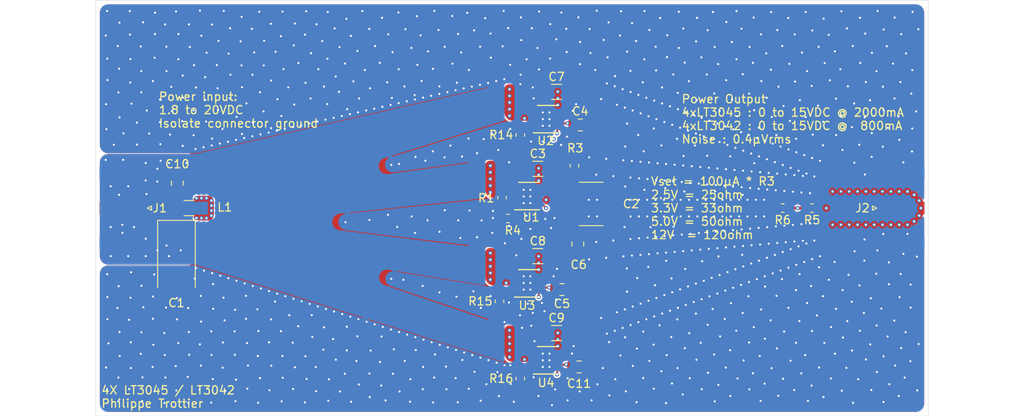
<source format=kicad_pcb>
(kicad_pcb (version 20171130) (host pcbnew 5.1.7)
  (layers (0 F.Cu signal) (1 In1.Cu mixed hide) (2 In2.Cu mixed) (31 B.Cu signal hide) (34 B.Paste user) (35 F.Paste user) (36 B.SilkS user) (37 F.SilkS user) (38 B.Mask user) (39 F.Mask user) (44 Edge.Cuts user))
  (net 0 "")
  (net 1 GND)
  (net 2 "Net-(C1-Pad1)")
  (net 3 "Net-(R4-Pad1)")
  (net 4 "Net-(R5-Pad2)")
  (net 5 "Net-(C3-Pad3)")
  (net 6 "Net-(C7-Pad3)")
  (net 7 "Net-(C8-Pad3)")
  (net 8 "Net-(C9-Pad3)")
  (net 9 "Net-(R14-Pad1)")
  (net 10 "Net-(R15-Pad1)")
  (net 11 "Net-(R16-Pad1)")
  (net 12 /GND_SET1)
  (net 13 /VOUT)
  (net 14 /VIN)
  (net 15 "Net-(R1-Pad1)")
  (net 16 "Net-(C11-Pad1)")
  (module Capacitor_SMD:C_1206_3216Metric_SPLIT (layer F.Cu) (at 55.35 11.025)
    (fp_text reference C7 (at 0 -1.82) (layer F.SilkS))
    (fp_text value 10µF)
    (pad 4 smd roundrect (at 1.4 -0.49) (size 1.25 0.7) (layers F.Cu F.Paste F.Mask) (roundrect_rratio 0.2) (net 13 /VOUT))
    (pad 3 smd roundrect (at 1.4 0.49) (size 1.25 0.7) (layers F.Cu F.Paste F.Mask) (roundrect_rratio 0.2) (net 6 "Net-(C7-Pad3)"))
    (pad 1 smd roundrect (at -1.4 -0.49) (size 1.25 0.7) (layers F.Cu F.Paste F.Mask) (roundrect_rratio 0.2) (net 12 /GND_SET1))
    (pad 2 smd roundrect (at -1.4 0.49) (size 1.25 0.7) (layers F.Cu F.Paste F.Mask) (roundrect_rratio 0.2) (net 1 GND))
  )
  (module Capacitor_SMD:C_1206_3216Metric_SPLIT (layer F.Cu) (at 53.1 20.275)
    (fp_text reference C3 (at 0 -1.82) (layer F.SilkS))
    (fp_text value 10µF)
    (pad 4 smd roundrect (at 1.4 -0.49) (size 1.25 0.7) (layers F.Cu F.Paste F.Mask) (roundrect_rratio 0.2) (net 13 /VOUT))
    (pad 3 smd roundrect (at 1.4 0.49) (size 1.25 0.7) (layers F.Cu F.Paste F.Mask) (roundrect_rratio 0.2) (net 5 "Net-(C3-Pad3)"))
    (pad 1 smd roundrect (at -1.4 -0.49) (size 1.25 0.7) (layers F.Cu F.Paste F.Mask) (roundrect_rratio 0.2) (net 12 /GND_SET1))
    (pad 2 smd roundrect (at -1.4 0.49) (size 1.25 0.7) (layers F.Cu F.Paste F.Mask) (roundrect_rratio 0.2) (net 1 GND))
  )
  (module Capacitor_SMD:C_1206_3216Metric_SPLIT (layer F.Cu) (at 53.1 30.775)
    (fp_text reference C8 (at 0 -1.82) (layer F.SilkS))
    (fp_text value 10µF)
    (pad 4 smd roundrect (at 1.4 -0.49) (size 1.25 0.7) (layers F.Cu F.Paste F.Mask) (roundrect_rratio 0.2) (net 13 /VOUT))
    (pad 3 smd roundrect (at 1.4 0.49) (size 1.25 0.7) (layers F.Cu F.Paste F.Mask) (roundrect_rratio 0.2) (net 7 "Net-(C8-Pad3)"))
    (pad 1 smd roundrect (at -1.4 -0.49) (size 1.25 0.7) (layers F.Cu F.Paste F.Mask) (roundrect_rratio 0.2) (net 12 /GND_SET1))
    (pad 2 smd roundrect (at -1.4 0.49) (size 1.25 0.7) (layers F.Cu F.Paste F.Mask) (roundrect_rratio 0.2) (net 1 GND))
  )
  (module Capacitor_SMD:C_1206_3216Metric_SPLIT (layer F.Cu) (at 55.35 40.025)
    (fp_text reference C9 (at 0 -1.82) (layer F.SilkS))
    (fp_text value 10µF hide)
    (pad 2 smd roundrect (at -1.4 0.49) (size 1.25 0.7) (layers F.Cu F.Paste F.Mask) (roundrect_rratio 0.2) (net 1 GND))
    (pad 1 smd roundrect (at -1.4 -0.49) (size 1.25 0.7) (layers F.Cu F.Paste F.Mask) (roundrect_rratio 0.2) (net 12 /GND_SET1))
    (pad 3 smd roundrect (at 1.4 0.49) (size 1.25 0.7) (layers F.Cu F.Paste F.Mask) (roundrect_rratio 0.2) (net 8 "Net-(C9-Pad3)"))
    (pad 4 smd roundrect (at 1.4 -0.49) (size 1.25 0.7) (layers F.Cu F.Paste F.Mask) (roundrect_rratio 0.2) (net 13 /VOUT))
  )
  (module Package_DFN_QFN:DFN-10-1EP_3x3mm_P0.5mm_EP1.65x2.38mm (layer F.Cu) (at 54.05 43.3)
    (fp_text reference U4 (at 0.05 2.7) (layer F.SilkS))
    (fp_text value LT3042)
    (pad 11 smd custom (at 0 0) (size 1 1) (layers F.Cu F.Paste F.Mask) (net 1 GND) (options (clearance outline) (anchor rect)) (primitives (gr_poly (pts (xy -0.825 -0.814) (xy -0.825 1.19) (xy 0.825 1.19) (xy 0.825 -1.19) (xy -0.475 -1.19)) (width 0))))
    (pad 10 smd rect (at 1.425 -1) (size 0.7 0.25) (layers F.Cu F.Paste F.Mask) (net 13 /VOUT))
    (pad 9 smd rect (at 1.425 -0.5) (size 0.7 0.25) (layers F.Cu F.Paste F.Mask) (net 8 "Net-(C9-Pad3)"))
    (pad 8 smd rect (at 1.425 0) (size 0.7 0.25) (layers F.Cu F.Paste F.Mask) (net 1 GND))
    (pad 7 smd rect (at 1.425 0.5) (size 0.7 0.25) (layers F.Cu F.Paste F.Mask) (net 16 "Net-(C11-Pad1)"))
    (pad 6 smd rect (at 1.425 1) (size 0.7 0.25) (layers F.Cu F.Paste F.Mask) (net 14 /VIN))
    (pad 5 smd rect (at -1.425 1) (size 0.7 0.25) (layers F.Cu F.Paste F.Mask) (net 11 "Net-(R16-Pad1)"))
    (pad 4 smd rect (at -1.425 0.5) (size 0.7 0.25) (layers F.Cu F.Paste F.Mask))
    (pad 3 smd rect (at -1.425 0) (size 0.7 0.25) (layers F.Cu F.Paste F.Mask) (net 14 /VIN))
    (pad 2 smd rect (at -1.425 -0.5) (size 0.7 0.25) (layers F.Cu F.Paste F.Mask) (net 14 /VIN))
    (pad 1 smd rect (at -1.425 -1) (size 0.7 0.25) (layers F.Cu F.Paste F.Mask) (net 14 /VIN))
  )
  (module Package_DFN_QFN:DFN-10-1EP_3x3mm_P0.5mm_EP1.65x2.38mm (layer F.Cu) (at 51.8 23.55)
    (fp_text reference U1 (at 0.5 2.55) (layer F.SilkS))
    (fp_text value LT3042)
    (pad 11 smd custom (at 0 0) (size 1 1) (layers F.Cu F.Paste F.Mask) (net 1 GND) (options (clearance outline) (anchor rect)) (primitives (gr_poly (pts (xy -0.825 -0.814) (xy -0.825 1.19) (xy 0.825 1.19) (xy 0.825 -1.19) (xy -0.475 -1.19)) (width 0))))
    (pad 10 smd rect (at 1.425 -1) (size 0.7 0.25) (layers F.Cu F.Paste F.Mask) (net 13 /VOUT))
    (pad 9 smd rect (at 1.425 -0.5) (size 0.7 0.25) (layers F.Cu F.Paste F.Mask) (net 5 "Net-(C3-Pad3)"))
    (pad 8 smd rect (at 1.425 0) (size 0.7 0.25) (layers F.Cu F.Paste F.Mask) (net 1 GND))
    (pad 7 smd rect (at 1.425 0.5) (size 0.7 0.25) (layers F.Cu F.Paste F.Mask) (net 16 "Net-(C11-Pad1)"))
    (pad 6 smd rect (at 1.425 1) (size 0.7 0.25) (layers F.Cu F.Paste F.Mask) (net 4 "Net-(R5-Pad2)"))
    (pad 5 smd rect (at -1.425 1) (size 0.7 0.25) (layers F.Cu F.Paste F.Mask) (net 3 "Net-(R4-Pad1)"))
    (pad 4 smd rect (at -1.425 0.5) (size 0.7 0.25) (layers F.Cu F.Paste F.Mask) (net 15 "Net-(R1-Pad1)"))
    (pad 3 smd rect (at -1.425 0) (size 0.7 0.25) (layers F.Cu F.Paste F.Mask) (net 14 /VIN))
    (pad 2 smd rect (at -1.425 -0.5) (size 0.7 0.25) (layers F.Cu F.Paste F.Mask) (net 14 /VIN))
    (pad 1 smd rect (at -1.425 -1) (size 0.7 0.25) (layers F.Cu F.Paste F.Mask) (net 14 /VIN))
  )
  (module Connector_Coaxial:SMA_Amphenol_132289_EdgeMount (layer F.Cu) (at 3 25 180)
    (fp_text reference J1 (at -4.7 0 180) (layer F.SilkS))
    (fp_text value Conn_Coaxial_Power)
    (pad 2 smd rect (at 0 4.25 270) (size 1.5 5.08) (layers B.Cu B.Paste B.Mask) (net 1 GND))
    (pad 2 smd rect (at 0 -4.25 270) (size 1.5 5.08) (layers B.Cu B.Paste B.Mask) (net 1 GND))
    (pad 2 smd rect (at 0 4.25 270) (size 1.5 5.08) (layers F.Cu F.Paste F.Mask) (net 1 GND))
    (pad 2 smd rect (at 0 -4.25 270) (size 1.5 5.08) (layers F.Cu F.Paste F.Mask) (net 1 GND))
    (pad 1 smd rect (at 0 0 270) (size 1.5 5.08) (layers F.Cu F.Paste F.Mask) (net 2 "Net-(C1-Pad1)"))
  )
  (module Connector_Coaxial:SMA_Amphenol_132289_EdgeMount (layer F.Cu) (at 97 25)
    (fp_text reference J2 (at -4.9 0 180) (layer F.SilkS))
    (fp_text value Conn_Coaxial_Power)
    (pad 1 smd rect (at 0 0 90) (size 1.5 5.08) (layers F.Cu F.Paste F.Mask) (net 13 /VOUT))
    (pad 2 smd rect (at 0 -4.25 90) (size 1.5 5.08) (layers F.Cu F.Paste F.Mask) (net 1 GND))
    (pad 2 smd rect (at 0 4.25 90) (size 1.5 5.08) (layers F.Cu F.Paste F.Mask) (net 1 GND))
    (pad 2 smd rect (at 0 -4.25 90) (size 1.5 5.08) (layers B.Cu B.Paste B.Mask) (net 1 GND))
    (pad 2 smd rect (at 0 4.25 90) (size 1.5 5.08) (layers B.Cu B.Paste B.Mask) (net 1 GND))
  )
  (module Inductor_SMD:L_1206_3216Metric (layer F.Cu) (at 11.2 25 180)
    (fp_text reference L1 (at -4.3 0.1) (layer F.SilkS))
    (fp_text value Ferrite_Bead_Small)
    (pad 1 smd roundrect (at -1.4 0 180) (size 1.25 1.75) (layers F.Cu F.Paste F.Mask) (roundrect_rratio 0.2) (net 14 /VIN))
    (pad 2 smd roundrect (at 1.4 0 180) (size 1.25 1.75) (layers F.Cu F.Paste F.Mask) (roundrect_rratio 0.2) (net 2 "Net-(C1-Pad1)"))
  )
  (module Resistor_SMD:R_0603_1608Metric (layer F.Cu) (at 57.5 19.9 90)
    (fp_text reference R3 (at 2.1 0.1 180) (layer F.SilkS))
    (fp_text value 8.25k hide)
    (pad 2 smd roundrect (at 0.7875 0 90) (size 0.875 0.95) (layers F.Cu F.Paste F.Mask) (net 12 /GND_SET1))
    (pad 1 smd roundrect (at -0.7875 0 90) (size 0.875 0.95) (layers F.Cu F.Paste F.Mask) (net 16 "Net-(C11-Pad1)"))
  )
  (module Resistor_SMD:R_0603_1608Metric (layer F.Cu) (at 49.5125 26.25 180)
    (fp_text reference R4 (at -0.5875 -1.45) (layer F.SilkS))
    (fp_text value 0 hide)
    (pad 1 smd roundrect (at -0.7875 0 180) (size 0.875 0.95) (layers F.Cu F.Paste F.Mask) (net 3 "Net-(R4-Pad1)"))
    (pad 2 smd roundrect (at 0.7875 0 180) (size 0.875 0.95) (layers F.Cu F.Paste F.Mask) (net 1 GND))
  )
  (module Resistor_SMD:R_0603_1608Metric (layer F.Cu) (at 86.0375 25 180)
    (fp_text reference R5 (at 0 -1.43) (layer F.SilkS))
    (fp_text value 453k)
    (pad 2 smd roundrect (at 0.7875 0 180) (size 0.875 0.95) (layers F.Cu F.Paste F.Mask) (net 4 "Net-(R5-Pad2)"))
    (pad 1 smd roundrect (at -0.7875 0 180) (size 0.875 0.95) (layers F.Cu F.Paste F.Mask) (net 13 /VOUT))
  )
  (module Resistor_SMD:R_0603_1608Metric (layer F.Cu) (at 82.5125 25 180)
    (fp_text reference R6 (at 0 -1.43) (layer F.SilkS))
    (fp_text value 49.9k)
    (pad 1 smd roundrect (at -0.7875 0 180) (size 0.875 0.95) (layers F.Cu F.Paste F.Mask) (net 4 "Net-(R5-Pad2)"))
    (pad 2 smd roundrect (at 0.7875 0 180) (size 0.875 0.95) (layers F.Cu F.Paste F.Mask) (net 1 GND))
  )
  (module Resistor_SMD:R_0603_1608Metric (layer F.Cu) (at 51 16.2125 270)
    (fp_text reference R14 (at -0.0125 2.3 180) (layer F.SilkS))
    (fp_text value 0)
    (pad 1 smd roundrect (at -0.7875 0 270) (size 0.875 0.95) (layers F.Cu F.Paste F.Mask) (net 9 "Net-(R14-Pad1)"))
    (pad 2 smd roundrect (at 0.7875 0 270) (size 0.875 0.95) (layers F.Cu F.Paste F.Mask) (net 1 GND))
  )
  (module Resistor_SMD:R_0603_1608Metric (layer F.Cu) (at 48.5 36.2125 270)
    (fp_text reference R15 (at -0.0125 2.3 180) (layer F.SilkS))
    (fp_text value 0)
    (pad 2 smd roundrect (at 0.7875 0 270) (size 0.875 0.95) (layers F.Cu F.Paste F.Mask) (net 1 GND))
    (pad 1 smd roundrect (at -0.7875 0 270) (size 0.875 0.95) (layers F.Cu F.Paste F.Mask) (net 10 "Net-(R15-Pad1)"))
  )
  (module Resistor_SMD:R_0603_1608Metric (layer F.Cu) (at 51 45.5 270)
    (fp_text reference R16 (at 0 2.3 180) (layer F.SilkS))
    (fp_text value 0)
    (pad 2 smd roundrect (at 0.7875 0 270) (size 0.875 0.95) (layers F.Cu F.Paste F.Mask) (net 1 GND))
    (pad 1 smd roundrect (at -0.7875 0 270) (size 0.875 0.95) (layers F.Cu F.Paste F.Mask) (net 11 "Net-(R16-Pad1)"))
  )
  (module Package_DFN_QFN:DFN-10-1EP_3x3mm_P0.5mm_EP1.65x2.38mm (layer F.Cu) (at 54.05 14.3)
    (fp_text reference U2 (at 0 2.6) (layer F.SilkS))
    (fp_text value LT3042 hide)
    (pad 1 smd rect (at -1.425 -1) (size 0.7 0.25) (layers F.Cu F.Paste F.Mask) (net 14 /VIN))
    (pad 2 smd rect (at -1.425 -0.5) (size 0.7 0.25) (layers F.Cu F.Paste F.Mask) (net 14 /VIN))
    (pad 3 smd rect (at -1.425 0) (size 0.7 0.25) (layers F.Cu F.Paste F.Mask) (net 14 /VIN))
    (pad 4 smd rect (at -1.425 0.5) (size 0.7 0.25) (layers F.Cu F.Paste F.Mask))
    (pad 5 smd rect (at -1.425 1) (size 0.7 0.25) (layers F.Cu F.Paste F.Mask) (net 9 "Net-(R14-Pad1)"))
    (pad 6 smd rect (at 1.425 1) (size 0.7 0.25) (layers F.Cu F.Paste F.Mask) (net 14 /VIN))
    (pad 7 smd rect (at 1.425 0.5) (size 0.7 0.25) (layers F.Cu F.Paste F.Mask) (net 16 "Net-(C11-Pad1)"))
    (pad 8 smd rect (at 1.425 0) (size 0.7 0.25) (layers F.Cu F.Paste F.Mask) (net 1 GND))
    (pad 9 smd rect (at 1.425 -0.5) (size 0.7 0.25) (layers F.Cu F.Paste F.Mask) (net 6 "Net-(C7-Pad3)"))
    (pad 10 smd rect (at 1.425 -1) (size 0.7 0.25) (layers F.Cu F.Paste F.Mask) (net 13 /VOUT))
    (pad 11 smd custom (at 0 0) (size 1 1) (layers F.Cu F.Paste F.Mask) (net 1 GND) (options (clearance outline) (anchor rect)) (primitives (gr_poly (pts (xy -0.825 -0.814) (xy -0.825 1.19) (xy 0.825 1.19) (xy 0.825 -1.19) (xy -0.475 -1.19)) (width 0))))
  )
  (module Package_DFN_QFN:DFN-10-1EP_3x3mm_P0.5mm_EP1.65x2.38mm (layer F.Cu) (at 51.8 34.05)
    (fp_text reference U3 (at 0 2.65) (layer F.SilkS))
    (fp_text value LT3042 hide)
    (pad 1 smd rect (at -1.425 -1) (size 0.7 0.25) (layers F.Cu F.Paste F.Mask) (net 14 /VIN))
    (pad 2 smd rect (at -1.425 -0.5) (size 0.7 0.25) (layers F.Cu F.Paste F.Mask) (net 14 /VIN))
    (pad 3 smd rect (at -1.425 0) (size 0.7 0.25) (layers F.Cu F.Paste F.Mask) (net 14 /VIN))
    (pad 4 smd rect (at -1.425 0.5) (size 0.7 0.25) (layers F.Cu F.Paste F.Mask))
    (pad 5 smd rect (at -1.425 1) (size 0.7 0.25) (layers F.Cu F.Paste F.Mask) (net 10 "Net-(R15-Pad1)"))
    (pad 6 smd rect (at 1.425 1) (size 0.7 0.25) (layers F.Cu F.Paste F.Mask) (net 14 /VIN))
    (pad 7 smd rect (at 1.425 0.5) (size 0.7 0.25) (layers F.Cu F.Paste F.Mask) (net 16 "Net-(C11-Pad1)"))
    (pad 8 smd rect (at 1.425 0) (size 0.7 0.25) (layers F.Cu F.Paste F.Mask) (net 1 GND))
    (pad 9 smd rect (at 1.425 -0.5) (size 0.7 0.25) (layers F.Cu F.Paste F.Mask) (net 7 "Net-(C8-Pad3)"))
    (pad 10 smd rect (at 1.425 -1) (size 0.7 0.25) (layers F.Cu F.Paste F.Mask) (net 13 /VOUT))
    (pad 11 smd custom (at 0 0) (size 1 1) (layers F.Cu F.Paste F.Mask) (net 1 GND) (options (clearance outline) (anchor rect)) (primitives (gr_poly (pts (xy -0.825 -0.814) (xy -0.825 1.19) (xy 0.825 1.19) (xy 0.825 -1.19) (xy -0.475 -1.19)) (width 0))))
  )
  (module Capacitor_SMD:C_2220_5650Metric (layer F.Cu) (at 59.5 24.5)
    (fp_text reference C2 (at 4.8 0) (layer F.SilkS))
    (fp_text value "22µF 35V" hide)
    (pad 2 smd roundrect (at 2.55 0) (size 1.8 5.4) (layers F.Cu F.Paste F.Mask) (roundrect_rratio 0.1388888888888889) (net 12 /GND_SET1))
    (pad 1 smd roundrect (at -2.55 0) (size 1.8 5.4) (layers F.Cu F.Paste F.Mask) (roundrect_rratio 0.1388888888888889) (net 16 "Net-(C11-Pad1)"))
  )
  (module Capacitor_Tantalum_SMD:CP_EIA-7343-30_AVX-N (layer F.Cu) (at 9.7 30.8875 270)
    (fp_text reference C1 (at 5.5125 0 180) (layer F.SilkS))
    (fp_text value "22µF 35V")
    (pad 1 smd roundrect (at -3.1125 0 270) (size 2.075 2.55) (layers F.Cu F.Paste F.Mask) (roundrect_rratio 0.1204819277108434) (net 2 "Net-(C1-Pad1)"))
    (pad 2 smd roundrect (at 3.1125 0 270) (size 2.075 2.55) (layers F.Cu F.Paste F.Mask) (roundrect_rratio 0.1204819277108434) (net 1 GND))
  )
  (module Capacitor_SMD:C_0805_2012Metric (layer F.Cu) (at 9.8 22 90)
    (fp_text reference C10 (at 2.3 0 180) (layer F.SilkS))
    (fp_text value "4.7µF 35V")
    (pad 1 smd roundrect (at -0.9375 0 90) (size 0.975 1.4) (layers F.Cu F.Paste F.Mask) (net 2 "Net-(C1-Pad1)"))
    (pad 2 smd roundrect (at 0.9375 0 90) (size 0.975 1.4) (layers F.Cu F.Paste F.Mask) (net 1 GND))
  )
  (module Resistor_SMD:R_0603_1608Metric (layer F.Cu) (at 48.8 23.7375 90)
    (fp_text reference R1 (at -0.0625 -1.9 180) (layer F.SilkS))
    (fp_text value 200k)
    (pad 1 smd roundrect (at -0.7875 0 90) (size 0.875 0.95) (layers F.Cu F.Paste F.Mask) (net 15 "Net-(R1-Pad1)"))
    (pad 2 smd roundrect (at 0.7875 0 90) (size 0.875 0.95) (layers F.Cu F.Paste F.Mask) (net 14 /VIN))
  )
  (module Capacitor_SMD:C_0805_2012Metric (layer F.Cu) (at 58.2 15)
    (fp_text reference C4 (at 0 -1.65) (layer F.SilkS))
    (fp_text value "4.7µF 35V")
    (pad 1 smd roundrect (at -0.9375 0) (size 0.975 1.4) (layers F.Cu F.Paste F.Mask) (net 16 "Net-(C11-Pad1)"))
    (pad 2 smd roundrect (at 0.9375 0) (size 0.975 1.4) (layers F.Cu F.Paste F.Mask) (net 12 /GND_SET1))
  )
  (module Capacitor_SMD:C_0805_2012Metric (layer F.Cu) (at 56 34.8)
    (fp_text reference C5 (at 0 1.7) (layer F.SilkS))
    (fp_text value "4.7µF 35V" hide)
    (pad 2 smd roundrect (at 0.9375 0) (size 0.975 1.4) (layers F.Cu F.Paste F.Mask) (net 12 /GND_SET1))
    (pad 1 smd roundrect (at -0.9375 0) (size 0.975 1.4) (layers F.Cu F.Paste F.Mask) (net 16 "Net-(C11-Pad1)"))
  )
  (module Capacitor_SMD:C_0805_2012Metric (layer F.Cu) (at 57.9 29.3 270)
    (fp_text reference C6 (at 2.5 -0.1 180) (layer F.SilkS))
    (fp_text value "4.7µF 35V" hide)
    (pad 1 smd roundrect (at -0.9375 0 270) (size 0.975 1.4) (layers F.Cu F.Paste F.Mask) (net 16 "Net-(C11-Pad1)"))
    (pad 2 smd roundrect (at 0.9375 0 270) (size 0.975 1.4) (layers F.Cu F.Paste F.Mask) (net 12 /GND_SET1))
  )
  (module Capacitor_SMD:C_0805_2012Metric (layer F.Cu) (at 58.0625 44.1)
    (fp_text reference C11 (at 0 2) (layer F.SilkS))
    (fp_text value "4.7µF 35V")
    (pad 2 smd roundrect (at 0.9375 0) (size 0.975 1.4) (layers F.Cu F.Paste F.Mask) (net 12 /GND_SET1))
    (pad 1 smd roundrect (at -0.9375 0) (size 0.975 1.4) (layers F.Cu F.Paste F.Mask) (net 16 "Net-(C11-Pad1)"))
  )
  (gr_text "Vset = 100µA * R3\n2.5V = 25ohm\n3.3V = 33ohm\n5.0V = 50ohm\n12V  = 120ohm" (at 66.6 25) (layer F.SilkS) (effects (font (size 1 1)) (justify left)))
  (gr_text "Power Output\n4xLT3045 : 0 to 15VDC @ 2000mA\n4xLT3042 : 0 to 15VDC @  800mA\nNoise : 0.4µVrms" (at 70.3 14.3) (layer F.SilkS) (effects (font (size 1 1)) (justify left)))
  (gr_text "Power input:\n1.8 to 20VDC\nIsolate connector ground" (at 7.5 13.2) (layer F.SilkS) (effects (font (size 1 1)) (justify left)))
  (gr_text "4X LT3045 / LT3042" (at 8.7 46.9) (layer F.SilkS) (effects (font (size 1 1))))
  (gr_text "Philippe Trottier" (at 6.8 48.5) (layer F.SilkS) (effects (font (size 1 1))))
  (gr_line (start 100 0) (end 0 0) (layer Edge.Cuts) (width 0.05))
  (gr_line (start 0 0) (end 0 50) (layer Edge.Cuts) (width 0.05))
  (gr_line (start 0 50) (end 100 50) (layer Edge.Cuts) (width 0.05))
  (gr_line (start 100 0) (end 100 50) (layer Edge.Cuts) (width 0.05))
  (via (at 55 16.7) (size 0.5) (drill 0.25) (layers F.Cu B.Cu) (net 0))
  (via (at 48.101601 9.723521) (size 0.5) (drill 0.25) (layers F.Cu B.Cu) (net 1))
  (via (at 47.125285 9.944574) (size 0.5) (drill 0.25) (layers F.Cu B.Cu) (net 1))
  (via (at 46.148969 10.165626) (size 0.5) (drill 0.25) (layers F.Cu B.Cu) (net 1))
  (via (at 45.172653 10.386679) (size 0.5) (drill 0.25) (layers F.Cu B.Cu) (net 1))
  (via (at 44.196338 10.607732) (size 0.5) (drill 0.25) (layers F.Cu B.Cu) (net 1))
  (via (at 43.220022 10.828784) (size 0.5) (drill 0.25) (layers F.Cu B.Cu) (net 1))
  (via (at 42.243706 11.049837) (size 0.5) (drill 0.25) (layers F.Cu B.Cu) (net 1))
  (via (at 41.26739 11.27089) (size 0.5) (drill 0.25) (layers F.Cu B.Cu) (net 1))
  (via (at 40.291074 11.491942) (size 0.5) (drill 0.25) (layers F.Cu B.Cu) (net 1))
  (via (at 39.314759 11.712995) (size 0.5) (drill 0.25) (layers F.Cu B.Cu) (net 1))
  (via (at 38.338443 11.934047) (size 0.5) (drill 0.25) (layers F.Cu B.Cu) (net 1))
  (via (at 37.362127 12.1551) (size 0.5) (drill 0.25) (layers F.Cu B.Cu) (net 1))
  (via (at 36.385811 12.376153) (size 0.5) (drill 0.25) (layers F.Cu B.Cu) (net 1))
  (via (at 35.409495 12.597205) (size 0.5) (drill 0.25) (layers F.Cu B.Cu) (net 1))
  (via (at 34.43318 12.818258) (size 0.5) (drill 0.25) (layers F.Cu B.Cu) (net 1))
  (via (at 33.456864 13.039311) (size 0.5) (drill 0.25) (layers F.Cu B.Cu) (net 1))
  (via (at 32.480548 13.260363) (size 0.5) (drill 0.25) (layers F.Cu B.Cu) (net 1))
  (via (at 31.504232 13.481416) (size 0.5) (drill 0.25) (layers F.Cu B.Cu) (net 1))
  (via (at 30.527917 13.702469) (size 0.5) (drill 0.25) (layers F.Cu B.Cu) (net 1))
  (via (at 29.551601 13.923521) (size 0.5) (drill 0.25) (layers F.Cu B.Cu) (net 1))
  (via (at 28.575285 14.144574) (size 0.5) (drill 0.25) (layers F.Cu B.Cu) (net 1))
  (via (at 27.598969 14.365626) (size 0.5) (drill 0.25) (layers F.Cu B.Cu) (net 1))
  (via (at 26.622653 14.586679) (size 0.5) (drill 0.25) (layers F.Cu B.Cu) (net 1))
  (via (at 25.646338 14.807732) (size 0.5) (drill 0.25) (layers F.Cu B.Cu) (net 1))
  (via (at 24.670022 15.028784) (size 0.5) (drill 0.25) (layers F.Cu B.Cu) (net 1))
  (via (at 23.693706 15.249837) (size 0.5) (drill 0.25) (layers F.Cu B.Cu) (net 1))
  (via (at 22.71739 15.47089) (size 0.5) (drill 0.25) (layers F.Cu B.Cu) (net 1))
  (via (at 21.741074 15.691942) (size 0.5) (drill 0.25) (layers F.Cu B.Cu) (net 1))
  (via (at 20.764759 15.912995) (size 0.5) (drill 0.25) (layers F.Cu B.Cu) (net 1))
  (via (at 19.788443 16.134047) (size 0.5) (drill 0.25) (layers F.Cu B.Cu) (net 1))
  (via (at 18.812127 16.3551) (size 0.5) (drill 0.25) (layers F.Cu B.Cu) (net 1))
  (via (at 17.835811 16.576153) (size 0.5) (drill 0.25) (layers F.Cu B.Cu) (net 1))
  (via (at 16.859495 16.797205) (size 0.5) (drill 0.25) (layers F.Cu B.Cu) (net 1))
  (via (at 15.88318 17.018258) (size 0.5) (drill 0.25) (layers F.Cu B.Cu) (net 1))
  (via (at 14.906864 17.239311) (size 0.5) (drill 0.25) (layers F.Cu B.Cu) (net 1))
  (via (at 13.930548 17.460363) (size 0.5) (drill 0.25) (layers F.Cu B.Cu) (net 1))
  (via (at 12.954232 17.681416) (size 0.5) (drill 0.25) (layers F.Cu B.Cu) (net 1))
  (via (at 49.077917 9.502469) (size 0.5) (drill 0.25) (layers F.Cu B.Cu) (net 1))
  (via (at 11.977917 17.902469) (size 0.5) (drill 0.25) (layers F.Cu B.Cu) (net 1))
  (segment (start 49.1 9.6) (end 12 18) (width 0.2) (layer B.Cu) (net 1))
  (via (at 48.15376 43.596735) (size 0.5) (drill 0.25) (layers F.Cu B.Cu) (net 1))
  (via (at 47.177444 43.28884) (size 0.5) (drill 0.25) (layers F.Cu B.Cu) (net 1))
  (via (at 46.201128 42.980945) (size 0.5) (drill 0.25) (layers F.Cu B.Cu) (net 1))
  (via (at 45.224812 42.673051) (size 0.5) (drill 0.25) (layers F.Cu B.Cu) (net 1))
  (via (at 44.248497 42.365156) (size 0.5) (drill 0.25) (layers F.Cu B.Cu) (net 1))
  (via (at 43.272181 42.057261) (size 0.5) (drill 0.25) (layers F.Cu B.Cu) (net 1))
  (via (at 42.295865 41.749366) (size 0.5) (drill 0.25) (layers F.Cu B.Cu) (net 1))
  (via (at 41.319549 41.441472) (size 0.5) (drill 0.25) (layers F.Cu B.Cu) (net 1))
  (via (at 40.343233 41.133577) (size 0.5) (drill 0.25) (layers F.Cu B.Cu) (net 1))
  (via (at 39.366918 40.825682) (size 0.5) (drill 0.25) (layers F.Cu B.Cu) (net 1))
  (via (at 38.390602 40.517787) (size 0.5) (drill 0.25) (layers F.Cu B.Cu) (net 1))
  (via (at 37.414286 40.209893) (size 0.5) (drill 0.25) (layers F.Cu B.Cu) (net 1))
  (via (at 36.43797 39.901998) (size 0.5) (drill 0.25) (layers F.Cu B.Cu) (net 1))
  (via (at 35.461654 39.594103) (size 0.5) (drill 0.25) (layers F.Cu B.Cu) (net 1))
  (via (at 34.485339 39.286208) (size 0.5) (drill 0.25) (layers F.Cu B.Cu) (net 1))
  (via (at 33.509023 38.978314) (size 0.5) (drill 0.25) (layers F.Cu B.Cu) (net 1))
  (via (at 32.532707 38.670419) (size 0.5) (drill 0.25) (layers F.Cu B.Cu) (net 1))
  (via (at 31.556391 38.362524) (size 0.5) (drill 0.25) (layers F.Cu B.Cu) (net 1))
  (via (at 30.580076 38.05463) (size 0.5) (drill 0.25) (layers F.Cu B.Cu) (net 1))
  (via (at 29.60376 37.746735) (size 0.5) (drill 0.25) (layers F.Cu B.Cu) (net 1))
  (via (at 28.627444 37.43884) (size 0.5) (drill 0.25) (layers F.Cu B.Cu) (net 1))
  (via (at 27.651128 37.130945) (size 0.5) (drill 0.25) (layers F.Cu B.Cu) (net 1))
  (via (at 26.674812 36.823051) (size 0.5) (drill 0.25) (layers F.Cu B.Cu) (net 1))
  (via (at 25.698497 36.515156) (size 0.5) (drill 0.25) (layers F.Cu B.Cu) (net 1))
  (via (at 24.722181 36.207261) (size 0.5) (drill 0.25) (layers F.Cu B.Cu) (net 1))
  (via (at 23.745865 35.899366) (size 0.5) (drill 0.25) (layers F.Cu B.Cu) (net 1))
  (via (at 22.769549 35.591472) (size 0.5) (drill 0.25) (layers F.Cu B.Cu) (net 1))
  (via (at 21.793233 35.283577) (size 0.5) (drill 0.25) (layers F.Cu B.Cu) (net 1))
  (via (at 20.816918 34.975682) (size 0.5) (drill 0.25) (layers F.Cu B.Cu) (net 1))
  (via (at 19.840602 34.667787) (size 0.5) (drill 0.25) (layers F.Cu B.Cu) (net 1))
  (via (at 18.864286 34.359893) (size 0.5) (drill 0.25) (layers F.Cu B.Cu) (net 1))
  (via (at 17.88797 34.051998) (size 0.5) (drill 0.25) (layers F.Cu B.Cu) (net 1))
  (via (at 16.911654 33.744103) (size 0.5) (drill 0.25) (layers F.Cu B.Cu) (net 1))
  (via (at 15.935339 33.436208) (size 0.5) (drill 0.25) (layers F.Cu B.Cu) (net 1))
  (via (at 14.959023 33.128314) (size 0.5) (drill 0.25) (layers F.Cu B.Cu) (net 1))
  (via (at 13.982707 32.820419) (size 0.5) (drill 0.25) (layers F.Cu B.Cu) (net 1))
  (via (at 13.006391 32.512524) (size 0.5) (drill 0.25) (layers F.Cu B.Cu) (net 1))
  (via (at 12.030076 32.20463) (size 0.5) (drill 0.25) (layers F.Cu B.Cu) (net 1))
  (segment (start 49.1 44) (end 12 32.3) (width 0.2) (layer B.Cu) (net 1))
  (via (at 86.993467 19.315379) (size 0.5) (drill 0.25) (layers F.Cu B.Cu) (net 1))
  (via (at 86.045191 18.970551) (size 0.5) (drill 0.25) (layers F.Cu B.Cu) (net 1))
  (via (at 85.096915 18.625724) (size 0.5) (drill 0.25) (layers F.Cu B.Cu) (net 1))
  (via (at 84.148639 18.280896) (size 0.5) (drill 0.25) (layers F.Cu B.Cu) (net 1))
  (via (at 83.200363 17.936069) (size 0.5) (drill 0.25) (layers F.Cu B.Cu) (net 1))
  (via (at 82.252087 17.591241) (size 0.5) (drill 0.25) (layers F.Cu B.Cu) (net 1))
  (via (at 81.303811 17.246413) (size 0.5) (drill 0.25) (layers F.Cu B.Cu) (net 1))
  (via (at 80.355536 16.901586) (size 0.5) (drill 0.25) (layers F.Cu B.Cu) (net 1))
  (via (at 79.40726 16.556758) (size 0.5) (drill 0.25) (layers F.Cu B.Cu) (net 1))
  (via (at 78.458984 16.211931) (size 0.5) (drill 0.25) (layers F.Cu B.Cu) (net 1))
  (via (at 77.510708 15.867103) (size 0.5) (drill 0.25) (layers F.Cu B.Cu) (net 1))
  (via (at 76.562432 15.522275) (size 0.5) (drill 0.25) (layers F.Cu B.Cu) (net 1))
  (via (at 75.614156 15.177448) (size 0.5) (drill 0.25) (layers F.Cu B.Cu) (net 1))
  (via (at 74.66588 14.83262) (size 0.5) (drill 0.25) (layers F.Cu B.Cu) (net 1))
  (via (at 73.717605 14.487793) (size 0.5) (drill 0.25) (layers F.Cu B.Cu) (net 1))
  (via (at 72.769329 14.142965) (size 0.5) (drill 0.25) (layers F.Cu B.Cu) (net 1))
  (via (at 71.821053 13.798138) (size 0.5) (drill 0.25) (layers F.Cu B.Cu) (net 1))
  (via (at 70.872777 13.45331) (size 0.5) (drill 0.25) (layers F.Cu B.Cu) (net 1))
  (via (at 69.924501 13.108482) (size 0.5) (drill 0.25) (layers F.Cu B.Cu) (net 1))
  (via (at 68.976225 12.763655) (size 0.5) (drill 0.25) (layers F.Cu B.Cu) (net 1))
  (via (at 68.027949 12.418827) (size 0.5) (drill 0.25) (layers F.Cu B.Cu) (net 1))
  (via (at 67.079674 12.074) (size 0.5) (drill 0.25) (layers F.Cu B.Cu) (net 1))
  (via (at 66.131398 11.729172) (size 0.5) (drill 0.25) (layers F.Cu B.Cu) (net 1))
  (via (at 65.183122 11.384344) (size 0.5) (drill 0.25) (layers F.Cu B.Cu) (net 1))
  (via (at 64.234846 11.039517) (size 0.5) (drill 0.25) (layers F.Cu B.Cu) (net 1))
  (via (at 63.28657 10.694689) (size 0.5) (drill 0.25) (layers F.Cu B.Cu) (net 1))
  (via (at 62.338294 10.349862) (size 0.5) (drill 0.25) (layers F.Cu B.Cu) (net 1))
  (via (at 61.390018 10.005034) (size 0.5) (drill 0.25) (layers F.Cu B.Cu) (net 1))
  (via (at 60.706532 11.88462) (size 0.5) (drill 0.25) (layers F.Cu B.Cu) (net 1))
  (via (at 62.603084 12.574275) (size 0.5) (drill 0.25) (layers F.Cu B.Cu) (net 1))
  (via (at 63.55136 12.919103) (size 0.5) (drill 0.25) (layers F.Cu B.Cu) (net 1))
  (via (at 64.499636 13.26393) (size 0.5) (drill 0.25) (layers F.Cu B.Cu) (net 1))
  (via (at 65.447912 13.608758) (size 0.5) (drill 0.25) (layers F.Cu B.Cu) (net 1))
  (via (at 66.396188 13.953586) (size 0.5) (drill 0.25) (layers F.Cu B.Cu) (net 1))
  (via (at 67.344463 14.298413) (size 0.5) (drill 0.25) (layers F.Cu B.Cu) (net 1))
  (via (at 68.292739 14.643241) (size 0.5) (drill 0.25) (layers F.Cu B.Cu) (net 1))
  (via (at 69.241015 14.988068) (size 0.5) (drill 0.25) (layers F.Cu B.Cu) (net 1))
  (via (at 70.189291 15.332896) (size 0.5) (drill 0.25) (layers F.Cu B.Cu) (net 1))
  (via (at 71.137567 15.677724) (size 0.5) (drill 0.25) (layers F.Cu B.Cu) (net 1))
  (via (at 72.085843 16.022551) (size 0.5) (drill 0.25) (layers F.Cu B.Cu) (net 1))
  (via (at 73.034119 16.367379) (size 0.5) (drill 0.25) (layers F.Cu B.Cu) (net 1))
  (via (at 73.982394 16.712206) (size 0.5) (drill 0.25) (layers F.Cu B.Cu) (net 1))
  (via (at 74.93067 17.057034) (size 0.5) (drill 0.25) (layers F.Cu B.Cu) (net 1))
  (via (at 75.878946 17.401861) (size 0.5) (drill 0.25) (layers F.Cu B.Cu) (net 1))
  (via (at 76.827222 17.746689) (size 0.5) (drill 0.25) (layers F.Cu B.Cu) (net 1))
  (via (at 77.775498 18.091517) (size 0.5) (drill 0.25) (layers F.Cu B.Cu) (net 1))
  (via (at 78.723774 18.436344) (size 0.5) (drill 0.25) (layers F.Cu B.Cu) (net 1))
  (via (at 79.67205 18.781172) (size 0.5) (drill 0.25) (layers F.Cu B.Cu) (net 1))
  (via (at 80.620325 19.125999) (size 0.5) (drill 0.25) (layers F.Cu B.Cu) (net 1))
  (via (at 81.568601 19.470827) (size 0.5) (drill 0.25) (layers F.Cu B.Cu) (net 1))
  (via (at 82.516877 19.815655) (size 0.5) (drill 0.25) (layers F.Cu B.Cu) (net 1))
  (via (at 83.465153 20.160482) (size 0.5) (drill 0.25) (layers F.Cu B.Cu) (net 1))
  (via (at 84.413429 20.50531) (size 0.5) (drill 0.25) (layers F.Cu B.Cu) (net 1))
  (via (at 85.361705 20.850137) (size 0.5) (drill 0.25) (layers F.Cu B.Cu) (net 1))
  (via (at 86.309981 21.194965) (size 0.5) (drill 0.25) (layers F.Cu B.Cu) (net 1))
  (via (at 84.933058 21.125187) (size 0.5) (drill 0.25) (layers F.Cu B.Cu) (net 1))
  (via (at 83.906272 21.035901) (size 0.5) (drill 0.25) (layers F.Cu B.Cu) (net 1))
  (via (at 82.879487 20.946616) (size 0.5) (drill 0.25) (layers F.Cu B.Cu) (net 1))
  (via (at 81.852701 20.85733) (size 0.5) (drill 0.25) (layers F.Cu B.Cu) (net 1))
  (via (at 80.825915 20.768044) (size 0.5) (drill 0.25) (layers F.Cu B.Cu) (net 1))
  (via (at 79.79913 20.678759) (size 0.5) (drill 0.25) (layers F.Cu B.Cu) (net 1))
  (via (at 78.772344 20.589473) (size 0.5) (drill 0.25) (layers F.Cu B.Cu) (net 1))
  (via (at 77.745558 20.500187) (size 0.5) (drill 0.25) (layers F.Cu B.Cu) (net 1))
  (via (at 76.718772 20.410901) (size 0.5) (drill 0.25) (layers F.Cu B.Cu) (net 1))
  (via (at 75.691987 20.321616) (size 0.5) (drill 0.25) (layers F.Cu B.Cu) (net 1))
  (via (at 74.665201 20.23233) (size 0.5) (drill 0.25) (layers F.Cu B.Cu) (net 1))
  (via (at 73.638415 20.143044) (size 0.5) (drill 0.25) (layers F.Cu B.Cu) (net 1))
  (via (at 72.61163 20.053759) (size 0.5) (drill 0.25) (layers F.Cu B.Cu) (net 1))
  (via (at 71.584844 19.964473) (size 0.5) (drill 0.25) (layers F.Cu B.Cu) (net 1))
  (via (at 70.558058 19.875187) (size 0.5) (drill 0.25) (layers F.Cu B.Cu) (net 1))
  (via (at 69.531272 19.785901) (size 0.5) (drill 0.25) (layers F.Cu B.Cu) (net 1))
  (via (at 68.504487 19.696616) (size 0.5) (drill 0.25) (layers F.Cu B.Cu) (net 1))
  (via (at 67.477701 19.60733) (size 0.5) (drill 0.25) (layers F.Cu B.Cu) (net 1))
  (via (at 66.450915 19.518044) (size 0.5) (drill 0.25) (layers F.Cu B.Cu) (net 1))
  (via (at 65.42413 19.428759) (size 0.5) (drill 0.25) (layers F.Cu B.Cu) (net 1))
  (via (at 64.397344 19.339473) (size 0.5) (drill 0.25) (layers F.Cu B.Cu) (net 1))
  (via (at 63.370558 19.250187) (size 0.5) (drill 0.25) (layers F.Cu B.Cu) (net 1))
  (via (at 61.316987 19.071616) (size 0.5) (drill 0.25) (layers F.Cu B.Cu) (net 1))
  (via (at 59.263415 18.893044) (size 0.5) (drill 0.25) (layers F.Cu B.Cu) (net 1))
  (via (at 60.116941 20.974812) (size 0.5) (drill 0.25) (layers F.Cu B.Cu) (net 1))
  (via (at 62.170512 21.153383) (size 0.5) (drill 0.25) (layers F.Cu B.Cu) (net 1))
  (via (at 64.224084 21.331955) (size 0.5) (drill 0.25) (layers F.Cu B.Cu) (net 1))
  (via (at 65.25087 21.421241) (size 0.5) (drill 0.25) (layers F.Cu B.Cu) (net 1))
  (via (at 66.277655 21.510526) (size 0.5) (drill 0.25) (layers F.Cu B.Cu) (net 1))
  (via (at 67.304441 21.599812) (size 0.5) (drill 0.25) (layers F.Cu B.Cu) (net 1))
  (via (at 68.331227 21.689098) (size 0.5) (drill 0.25) (layers F.Cu B.Cu) (net 1))
  (via (at 69.358012 21.778383) (size 0.5) (drill 0.25) (layers F.Cu B.Cu) (net 1))
  (via (at 70.384798 21.867669) (size 0.5) (drill 0.25) (layers F.Cu B.Cu) (net 1))
  (via (at 71.411584 21.956955) (size 0.5) (drill 0.25) (layers F.Cu B.Cu) (net 1))
  (via (at 72.43837 22.046241) (size 0.5) (drill 0.25) (layers F.Cu B.Cu) (net 1))
  (via (at 73.465155 22.135526) (size 0.5) (drill 0.25) (layers F.Cu B.Cu) (net 1))
  (via (at 74.491941 22.224812) (size 0.5) (drill 0.25) (layers F.Cu B.Cu) (net 1))
  (via (at 75.518727 22.314098) (size 0.5) (drill 0.25) (layers F.Cu B.Cu) (net 1))
  (via (at 76.545512 22.403383) (size 0.5) (drill 0.25) (layers F.Cu B.Cu) (net 1))
  (via (at 77.572298 22.492669) (size 0.5) (drill 0.25) (layers F.Cu B.Cu) (net 1))
  (via (at 78.599084 22.581955) (size 0.5) (drill 0.25) (layers F.Cu B.Cu) (net 1))
  (via (at 79.62587 22.671241) (size 0.5) (drill 0.25) (layers F.Cu B.Cu) (net 1))
  (via (at 80.652655 22.760526) (size 0.5) (drill 0.25) (layers F.Cu B.Cu) (net 1))
  (via (at 81.679441 22.849812) (size 0.5) (drill 0.25) (layers F.Cu B.Cu) (net 1))
  (via (at 82.706227 22.939098) (size 0.5) (drill 0.25) (layers F.Cu B.Cu) (net 1))
  (via (at 83.733012 23.028383) (size 0.5) (drill 0.25) (layers F.Cu B.Cu) (net 1))
  (via (at 84.759798 23.117669) (size 0.5) (drill 0.25) (layers F.Cu B.Cu) (net 1))
  (via (at 85.786584 23.206955) (size 0.5) (drill 0.25) (layers F.Cu B.Cu) (net 1))
  (via (at 59.263415 31.156955) (size 0.5) (drill 0.25) (layers F.Cu B.Cu) (net 1))
  (via (at 61.316987 30.978383) (size 0.5) (drill 0.25) (layers F.Cu B.Cu) (net 1))
  (via (at 63.370558 30.799812) (size 0.5) (drill 0.25) (layers F.Cu B.Cu) (net 1))
  (via (at 64.397344 30.710526) (size 0.5) (drill 0.25) (layers F.Cu B.Cu) (net 1))
  (via (at 65.42413 30.621241) (size 0.5) (drill 0.25) (layers F.Cu B.Cu) (net 1))
  (via (at 66.450915 30.531955) (size 0.5) (drill 0.25) (layers F.Cu B.Cu) (net 1))
  (via (at 67.477701 30.442669) (size 0.5) (drill 0.25) (layers F.Cu B.Cu) (net 1))
  (via (at 68.504487 30.353383) (size 0.5) (drill 0.25) (layers F.Cu B.Cu) (net 1))
  (via (at 69.531272 30.264098) (size 0.5) (drill 0.25) (layers F.Cu B.Cu) (net 1))
  (via (at 70.558058 30.174812) (size 0.5) (drill 0.25) (layers F.Cu B.Cu) (net 1))
  (via (at 71.584844 30.085526) (size 0.5) (drill 0.25) (layers F.Cu B.Cu) (net 1))
  (via (at 72.61163 29.996241) (size 0.5) (drill 0.25) (layers F.Cu B.Cu) (net 1))
  (via (at 73.638415 29.906955) (size 0.5) (drill 0.25) (layers F.Cu B.Cu) (net 1))
  (via (at 74.665201 29.817669) (size 0.5) (drill 0.25) (layers F.Cu B.Cu) (net 1))
  (via (at 75.691987 29.728383) (size 0.5) (drill 0.25) (layers F.Cu B.Cu) (net 1))
  (via (at 76.718772 29.639098) (size 0.5) (drill 0.25) (layers F.Cu B.Cu) (net 1))
  (via (at 77.745558 29.549812) (size 0.5) (drill 0.25) (layers F.Cu B.Cu) (net 1))
  (via (at 78.772344 29.460526) (size 0.5) (drill 0.25) (layers F.Cu B.Cu) (net 1))
  (via (at 79.79913 29.371241) (size 0.5) (drill 0.25) (layers F.Cu B.Cu) (net 1))
  (via (at 80.825915 29.281955) (size 0.5) (drill 0.25) (layers F.Cu B.Cu) (net 1))
  (via (at 81.852701 29.192669) (size 0.5) (drill 0.25) (layers F.Cu B.Cu) (net 1))
  (via (at 82.879487 29.103383) (size 0.5) (drill 0.25) (layers F.Cu B.Cu) (net 1))
  (via (at 83.906272 29.014098) (size 0.5) (drill 0.25) (layers F.Cu B.Cu) (net 1))
  (via (at 84.933058 28.924812) (size 0.5) (drill 0.25) (layers F.Cu B.Cu) (net 1))
  (via (at 85.786584 26.843044) (size 0.5) (drill 0.25) (layers F.Cu B.Cu) (net 1))
  (via (at 84.759798 26.93233) (size 0.5) (drill 0.25) (layers F.Cu B.Cu) (net 1))
  (via (at 83.733012 27.021616) (size 0.5) (drill 0.25) (layers F.Cu B.Cu) (net 1))
  (via (at 82.706227 27.110901) (size 0.5) (drill 0.25) (layers F.Cu B.Cu) (net 1))
  (via (at 81.679441 27.200187) (size 0.5) (drill 0.25) (layers F.Cu B.Cu) (net 1))
  (via (at 80.652655 27.289473) (size 0.5) (drill 0.25) (layers F.Cu B.Cu) (net 1))
  (via (at 79.62587 27.378759) (size 0.5) (drill 0.25) (layers F.Cu B.Cu) (net 1))
  (via (at 78.599084 27.468044) (size 0.5) (drill 0.25) (layers F.Cu B.Cu) (net 1))
  (via (at 77.572298 27.55733) (size 0.5) (drill 0.25) (layers F.Cu B.Cu) (net 1))
  (via (at 76.545512 27.646616) (size 0.5) (drill 0.25) (layers F.Cu B.Cu) (net 1))
  (via (at 75.518727 27.735901) (size 0.5) (drill 0.25) (layers F.Cu B.Cu) (net 1))
  (via (at 74.491941 27.825187) (size 0.5) (drill 0.25) (layers F.Cu B.Cu) (net 1))
  (via (at 73.465155 27.914473) (size 0.5) (drill 0.25) (layers F.Cu B.Cu) (net 1))
  (via (at 72.43837 28.003759) (size 0.5) (drill 0.25) (layers F.Cu B.Cu) (net 1))
  (via (at 71.411584 28.093044) (size 0.5) (drill 0.25) (layers F.Cu B.Cu) (net 1))
  (via (at 70.384798 28.18233) (size 0.5) (drill 0.25) (layers F.Cu B.Cu) (net 1))
  (via (at 69.358012 28.271616) (size 0.5) (drill 0.25) (layers F.Cu B.Cu) (net 1))
  (via (at 68.331227 28.360901) (size 0.5) (drill 0.25) (layers F.Cu B.Cu) (net 1))
  (via (at 67.304441 28.450187) (size 0.5) (drill 0.25) (layers F.Cu B.Cu) (net 1))
  (via (at 66.277655 28.539473) (size 0.5) (drill 0.25) (layers F.Cu B.Cu) (net 1))
  (via (at 65.25087 28.628759) (size 0.5) (drill 0.25) (layers F.Cu B.Cu) (net 1))
  (via (at 64.224084 28.718044) (size 0.5) (drill 0.25) (layers F.Cu B.Cu) (net 1))
  (via (at 62.170512 28.896616) (size 0.5) (drill 0.25) (layers F.Cu B.Cu) (net 1))
  (via (at 60.116941 29.075187) (size 0.5) (drill 0.25) (layers F.Cu B.Cu) (net 1))
  (via (at 61.390018 40.094965) (size 0.5) (drill 0.25) (layers F.Cu B.Cu) (net 1))
  (via (at 62.338294 39.750137) (size 0.5) (drill 0.25) (layers F.Cu B.Cu) (net 1))
  (via (at 63.28657 39.40531) (size 0.5) (drill 0.25) (layers F.Cu B.Cu) (net 1))
  (via (at 64.234846 39.060482) (size 0.5) (drill 0.25) (layers F.Cu B.Cu) (net 1))
  (via (at 65.183122 38.715655) (size 0.5) (drill 0.25) (layers F.Cu B.Cu) (net 1))
  (via (at 66.131398 38.370827) (size 0.5) (drill 0.25) (layers F.Cu B.Cu) (net 1))
  (via (at 67.079674 38.025999) (size 0.5) (drill 0.25) (layers F.Cu B.Cu) (net 1))
  (via (at 68.027949 37.681172) (size 0.5) (drill 0.25) (layers F.Cu B.Cu) (net 1))
  (via (at 68.976225 37.336344) (size 0.5) (drill 0.25) (layers F.Cu B.Cu) (net 1))
  (via (at 69.924501 36.991517) (size 0.5) (drill 0.25) (layers F.Cu B.Cu) (net 1))
  (via (at 70.872777 36.646689) (size 0.5) (drill 0.25) (layers F.Cu B.Cu) (net 1))
  (via (at 71.821053 36.301861) (size 0.5) (drill 0.25) (layers F.Cu B.Cu) (net 1))
  (via (at 72.769329 35.957034) (size 0.5) (drill 0.25) (layers F.Cu B.Cu) (net 1))
  (via (at 73.717605 35.612206) (size 0.5) (drill 0.25) (layers F.Cu B.Cu) (net 1))
  (via (at 74.66588 35.267379) (size 0.5) (drill 0.25) (layers F.Cu B.Cu) (net 1))
  (via (at 75.614156 34.922551) (size 0.5) (drill 0.25) (layers F.Cu B.Cu) (net 1))
  (via (at 76.562432 34.577724) (size 0.5) (drill 0.25) (layers F.Cu B.Cu) (net 1))
  (via (at 77.510708 34.232896) (size 0.5) (drill 0.25) (layers F.Cu B.Cu) (net 1))
  (via (at 78.458984 33.888068) (size 0.5) (drill 0.25) (layers F.Cu B.Cu) (net 1))
  (via (at 79.40726 33.543241) (size 0.5) (drill 0.25) (layers F.Cu B.Cu) (net 1))
  (via (at 80.355536 33.198413) (size 0.5) (drill 0.25) (layers F.Cu B.Cu) (net 1))
  (via (at 81.303811 32.853586) (size 0.5) (drill 0.25) (layers F.Cu B.Cu) (net 1))
  (via (at 82.252087 32.508758) (size 0.5) (drill 0.25) (layers F.Cu B.Cu) (net 1))
  (via (at 83.200363 32.16393) (size 0.5) (drill 0.25) (layers F.Cu B.Cu) (net 1))
  (via (at 84.148639 31.819103) (size 0.5) (drill 0.25) (layers F.Cu B.Cu) (net 1))
  (via (at 85.096915 31.474275) (size 0.5) (drill 0.25) (layers F.Cu B.Cu) (net 1))
  (via (at 86.045191 31.129448) (size 0.5) (drill 0.25) (layers F.Cu B.Cu) (net 1))
  (via (at 86.993467 30.78462) (size 0.5) (drill 0.25) (layers F.Cu B.Cu) (net 1))
  (via (at 86.309981 28.905034) (size 0.5) (drill 0.25) (layers F.Cu B.Cu) (net 1))
  (via (at 85.361705 29.249862) (size 0.5) (drill 0.25) (layers F.Cu B.Cu) (net 1))
  (via (at 84.413429 29.594689) (size 0.5) (drill 0.25) (layers F.Cu B.Cu) (net 1))
  (via (at 83.465153 29.939517) (size 0.5) (drill 0.25) (layers F.Cu B.Cu) (net 1))
  (via (at 82.516877 30.284344) (size 0.5) (drill 0.25) (layers F.Cu B.Cu) (net 1))
  (via (at 81.568601 30.629172) (size 0.5) (drill 0.25) (layers F.Cu B.Cu) (net 1))
  (via (at 80.620325 30.974) (size 0.5) (drill 0.25) (layers F.Cu B.Cu) (net 1))
  (via (at 79.67205 31.318827) (size 0.5) (drill 0.25) (layers F.Cu B.Cu) (net 1))
  (via (at 78.723774 31.663655) (size 0.5) (drill 0.25) (layers F.Cu B.Cu) (net 1))
  (via (at 77.775498 32.008482) (size 0.5) (drill 0.25) (layers F.Cu B.Cu) (net 1))
  (via (at 76.827222 32.35331) (size 0.5) (drill 0.25) (layers F.Cu B.Cu) (net 1))
  (via (at 75.878946 32.698138) (size 0.5) (drill 0.25) (layers F.Cu B.Cu) (net 1))
  (via (at 74.93067 33.042965) (size 0.5) (drill 0.25) (layers F.Cu B.Cu) (net 1))
  (via (at 73.982394 33.387793) (size 0.5) (drill 0.25) (layers F.Cu B.Cu) (net 1))
  (via (at 73.034119 33.73262) (size 0.5) (drill 0.25) (layers F.Cu B.Cu) (net 1))
  (via (at 72.085843 34.077448) (size 0.5) (drill 0.25) (layers F.Cu B.Cu) (net 1))
  (via (at 71.137567 34.422275) (size 0.5) (drill 0.25) (layers F.Cu B.Cu) (net 1))
  (via (at 70.189291 34.767103) (size 0.5) (drill 0.25) (layers F.Cu B.Cu) (net 1))
  (via (at 69.241015 35.111931) (size 0.5) (drill 0.25) (layers F.Cu B.Cu) (net 1))
  (via (at 68.292739 35.456758) (size 0.5) (drill 0.25) (layers F.Cu B.Cu) (net 1))
  (via (at 67.344463 35.801586) (size 0.5) (drill 0.25) (layers F.Cu B.Cu) (net 1))
  (via (at 66.396188 36.146413) (size 0.5) (drill 0.25) (layers F.Cu B.Cu) (net 1))
  (via (at 65.447912 36.491241) (size 0.5) (drill 0.25) (layers F.Cu B.Cu) (net 1))
  (via (at 64.499636 36.836069) (size 0.5) (drill 0.25) (layers F.Cu B.Cu) (net 1))
  (via (at 63.55136 37.180896) (size 0.5) (drill 0.25) (layers F.Cu B.Cu) (net 1))
  (via (at 62.603084 37.525724) (size 0.5) (drill 0.25) (layers F.Cu B.Cu) (net 1))
  (via (at 60.706532 38.215379) (size 0.5) (drill 0.25) (layers F.Cu B.Cu) (net 1))
  (via (at 59.216666 26) (size 0.5) (drill 0.25) (layers F.Cu B.Cu) (net 1))
  (via (at 60.22 26) (size 0.5) (drill 0.25) (layers F.Cu B.Cu) (net 1))
  (via (at 64.233333 26) (size 0.5) (drill 0.25) (layers F.Cu B.Cu) (net 1))
  (via (at 65.236666 26) (size 0.5) (drill 0.25) (layers F.Cu B.Cu) (net 1))
  (via (at 66.24 26) (size 0.5) (drill 0.25) (layers F.Cu B.Cu) (net 1))
  (via (at 67.243333 26) (size 0.5) (drill 0.25) (layers F.Cu B.Cu) (net 1))
  (via (at 68.246666 26) (size 0.5) (drill 0.25) (layers F.Cu B.Cu) (net 1))
  (via (at 69.25 26) (size 0.5) (drill 0.25) (layers F.Cu B.Cu) (net 1))
  (via (at 70.253333 26) (size 0.5) (drill 0.25) (layers F.Cu B.Cu) (net 1))
  (via (at 71.256666 26) (size 0.5) (drill 0.25) (layers F.Cu B.Cu) (net 1))
  (via (at 72.26 26) (size 0.5) (drill 0.25) (layers F.Cu B.Cu) (net 1))
  (via (at 73.263333 26) (size 0.5) (drill 0.25) (layers F.Cu B.Cu) (net 1))
  (via (at 74.266666 26) (size 0.5) (drill 0.25) (layers F.Cu B.Cu) (net 1))
  (via (at 75.27 26) (size 0.5) (drill 0.25) (layers F.Cu B.Cu) (net 1))
  (via (at 76.273333 26) (size 0.5) (drill 0.25) (layers F.Cu B.Cu) (net 1))
  (via (at 77.276666 26) (size 0.5) (drill 0.25) (layers F.Cu B.Cu) (net 1))
  (via (at 78.28 26) (size 0.5) (drill 0.25) (layers F.Cu B.Cu) (net 1))
  (via (at 79.283333 26) (size 0.5) (drill 0.25) (layers F.Cu B.Cu) (net 1))
  (via (at 80.286666 26) (size 0.5) (drill 0.25) (layers F.Cu B.Cu) (net 1))
  (via (at 80.286666 24) (size 0.5) (drill 0.25) (layers F.Cu B.Cu) (net 1))
  (via (at 79.283333 24) (size 0.5) (drill 0.25) (layers F.Cu B.Cu) (net 1))
  (via (at 78.28 24) (size 0.5) (drill 0.25) (layers F.Cu B.Cu) (net 1))
  (via (at 77.276666 24) (size 0.5) (drill 0.25) (layers F.Cu B.Cu) (net 1))
  (via (at 76.273333 24) (size 0.5) (drill 0.25) (layers F.Cu B.Cu) (net 1))
  (via (at 75.27 24) (size 0.5) (drill 0.25) (layers F.Cu B.Cu) (net 1))
  (via (at 74.266666 24) (size 0.5) (drill 0.25) (layers F.Cu B.Cu) (net 1))
  (via (at 73.263333 24) (size 0.5) (drill 0.25) (layers F.Cu B.Cu) (net 1))
  (via (at 72.26 24) (size 0.5) (drill 0.25) (layers F.Cu B.Cu) (net 1))
  (via (at 71.256666 24) (size 0.5) (drill 0.25) (layers F.Cu B.Cu) (net 1))
  (via (at 70.253333 24) (size 0.5) (drill 0.25) (layers F.Cu B.Cu) (net 1))
  (via (at 69.25 24) (size 0.5) (drill 0.25) (layers F.Cu B.Cu) (net 1))
  (via (at 68.246666 24) (size 0.5) (drill 0.25) (layers F.Cu B.Cu) (net 1))
  (via (at 67.243333 24) (size 0.5) (drill 0.25) (layers F.Cu B.Cu) (net 1))
  (via (at 66.24 24) (size 0.5) (drill 0.25) (layers F.Cu B.Cu) (net 1))
  (via (at 65.236666 24) (size 0.5) (drill 0.25) (layers F.Cu B.Cu) (net 1))
  (via (at 64.233333 24) (size 0.5) (drill 0.25) (layers F.Cu B.Cu) (net 1))
  (via (at 60.22 24) (size 0.5) (drill 0.25) (layers F.Cu B.Cu) (net 1))
  (via (at 59.216666 24) (size 0.5) (drill 0.25) (layers F.Cu B.Cu) (net 1))
  (segment (start 48.1 11.5) (end 48.1 9.1) (width 2) (layer B.Cu) (net 1))
  (segment (start 45.8 20.8) (end 45.8 18.4) (width 2) (layer B.Cu) (net 1))
  (segment (start 45.8 30.9) (end 45.8 28.5) (width 2) (layer B.Cu) (net 1))
  (segment (start 48.1 41.2) (end 48.1 38.8) (width 2) (layer B.Cu) (net 1))
  (segment (start 35.9 32.9) (end 35.9 30.5) (width 0.5) (layer B.Cu) (net 1))
  (segment (start 30.2 26.2) (end 30.2 23.8) (width 0.5) (layer B.Cu) (net 1))
  (segment (start 35.4 19.5) (end 35.4 19.5) (width 0.5) (layer B.Cu) (net 1))
  (via (at 53.7 42.5) (size 0.5) (drill 0.25) (layers F.Cu B.Cu) (net 1))
  (via (at 54.5 42.5) (size 0.5) (drill 0.25) (layers F.Cu B.Cu) (net 1))
  (via (at 54.5 43.3) (size 0.5) (drill 0.25) (layers F.Cu B.Cu) (net 1))
  (via (at 53.7 43.3) (size 0.5) (drill 0.25) (layers F.Cu B.Cu) (net 1))
  (via (at 53.7 44.1) (size 0.5) (drill 0.25) (layers F.Cu B.Cu) (net 1))
  (via (at 54.5 44.1) (size 0.5) (drill 0.25) (layers F.Cu B.Cu) (net 1))
  (via (at 51.4 33.2) (size 0.5) (drill 0.25) (layers F.Cu B.Cu) (net 1))
  (via (at 52.2 33.2) (size 0.5) (drill 0.25) (layers F.Cu B.Cu) (net 1))
  (via (at 51.4 34) (size 0.5) (drill 0.25) (layers F.Cu B.Cu) (net 1))
  (via (at 52.2 34) (size 0.5) (drill 0.25) (layers F.Cu B.Cu) (net 1))
  (via (at 52.2 34.8) (size 0.5) (drill 0.25) (layers F.Cu B.Cu) (net 1))
  (via (at 51.4 34.8) (size 0.5) (drill 0.25) (layers F.Cu B.Cu) (net 1))
  (via (at 53.7 13.5) (size 0.5) (drill 0.25) (layers F.Cu B.Cu) (net 1))
  (via (at 54.5 13.5) (size 0.5) (drill 0.25) (layers F.Cu B.Cu) (net 1))
  (via (at 54.5 14.3) (size 0.5) (drill 0.25) (layers F.Cu B.Cu) (net 1))
  (via (at 53.7 14.3) (size 0.5) (drill 0.25) (layers F.Cu B.Cu) (net 1))
  (via (at 53.7 15.1) (size 0.5) (drill 0.25) (layers F.Cu B.Cu) (net 1))
  (via (at 54.5 15.1) (size 0.5) (drill 0.25) (layers F.Cu B.Cu) (net 1))
  (via (at 51.4 22.8) (size 0.5) (drill 0.25) (layers F.Cu B.Cu) (net 1))
  (via (at 52.2 22.8) (size 0.5) (drill 0.25) (layers F.Cu B.Cu) (net 1))
  (via (at 52.2 23.6) (size 0.5) (drill 0.25) (layers F.Cu B.Cu) (net 1))
  (via (at 51.4 23.6) (size 0.5) (drill 0.25) (layers F.Cu B.Cu) (net 1))
  (via (at 52.2 24.4) (size 0.5) (drill 0.25) (layers F.Cu B.Cu) (net 1))
  (via (at 51.4 24.4) (size 0.5) (drill 0.25) (layers F.Cu B.Cu) (net 1))
  (via (at 97 19.5) (size 0.5) (drill 0.25) (layers F.Cu B.Cu) (net 1))
  (segment (start 97 20.75) (end 97 19.5) (width 0.25) (layer B.Cu) (net 1))
  (via (at 97 30.5) (size 0.5) (drill 0.25) (layers F.Cu B.Cu) (net 1))
  (segment (start 97 29.25) (end 97 30.5) (width 0.25) (layer F.Cu) (net 1))
  (segment (start 55.475 43.3) (end 54.5 43.3) (width 0.25) (layer F.Cu) (net 1))
  (segment (start 53.225 23.55) (end 52.2 23.6) (width 0.25) (layer F.Cu) (net 1))
  (segment (start 54.5 14.3) (end 55.475 14.3) (width 0.25) (layer F.Cu) (net 1))
  (segment (start 53.225 34.05) (end 52.2 34) (width 0.25) (layer F.Cu) (net 1))
  (via (at 52.3 17) (size 0.5) (drill 0.25) (layers F.Cu B.Cu) (net 1))
  (segment (start 53.7 11.75) (end 53.95 11.5) (width 0.25) (layer F.Cu) (net 1))
  (segment (start 53.95 14.2) (end 54.05 14.3) (width 0.25) (layer F.Cu) (net 1))
  (segment (start 3.3125 21.0625) (end 3 20.75) (width 0.25) (layer F.Cu) (net 1))
  (segment (start 3 29.25) (end 4.95 29.25) (width 0.25) (layer F.Cu) (net 1))
  (via (at 47.7 26.2) (size 0.5) (drill 0.25) (layers F.Cu B.Cu) (net 1))
  (segment (start 47.75 26.25) (end 47.7 26.2) (width 0.2) (layer F.Cu) (net 1))
  (segment (start 32.4 40.1) (end 32.4 37.7) (width 0.5) (layer B.Cu) (net 1))
  (via (at 1.369439 1.292123) (size 0.5) (drill 0.25) (layers F.Cu B.Cu) (net 1))
  (via (at 1.202358 4.243574) (size 0.5) (drill 0.25) (layers F.Cu B.Cu) (net 1))
  (via (at 1.392106 7.027164) (size 0.5) (drill 0.25) (layers F.Cu B.Cu) (net 1))
  (via (at 1.413159 9.604904) (size 0.5) (drill 0.25) (layers F.Cu B.Cu) (net 1))
  (via (at 1.248597 12.502258) (size 0.5) (drill 0.25) (layers F.Cu B.Cu) (net 1))
  (via (at 1.294658 15.509721) (size 0.5) (drill 0.25) (layers F.Cu B.Cu) (net 1))
  (via (at 1.378819 32.941711) (size 0.5) (drill 0.25) (layers F.Cu B.Cu) (net 1))
  (via (at 1.401772 35.693822) (size 0.5) (drill 0.25) (layers F.Cu B.Cu) (net 1))
  (via (at 1.407566 38.356637) (size 0.5) (drill 0.25) (layers F.Cu B.Cu) (net 1))
  (via (at 1.529467 41.26247) (size 0.5) (drill 0.25) (layers F.Cu B.Cu) (net 1))
  (via (at 1.241935 44.170037) (size 0.5) (drill 0.25) (layers F.Cu B.Cu) (net 1))
  (via (at 1.353815 46.822076) (size 0.5) (drill 0.25) (layers F.Cu B.Cu) (net 1))
  (via (at 2.171354 17.380047) (size 0.5) (drill 0.25) (layers F.Cu B.Cu) (net 1))
  (via (at 2.858846 2.694693) (size 0.5) (drill 0.25) (layers F.Cu B.Cu) (net 1))
  (via (at 2.643935 5.511557) (size 0.5) (drill 0.25) (layers F.Cu B.Cu) (net 1))
  (via (at 2.822349 8.226161) (size 0.5) (drill 0.25) (layers F.Cu B.Cu) (net 1))
  (via (at 2.725706 11.090482) (size 0.5) (drill 0.25) (layers F.Cu B.Cu) (net 1))
  (via (at 2.860838 14.095584) (size 0.5) (drill 0.25) (layers F.Cu B.Cu) (net 1))
  (via (at 2.758601 34.391037) (size 0.5) (drill 0.25) (layers F.Cu B.Cu) (net 1))
  (via (at 2.612218 37.002315) (size 0.5) (drill 0.25) (layers F.Cu B.Cu) (net 1))
  (via (at 2.862512 39.910955) (size 0.5) (drill 0.25) (layers F.Cu B.Cu) (net 1))
  (via (at 2.884716 42.779223) (size 0.5) (drill 0.25) (layers F.Cu B.Cu) (net 1))
  (via (at 2.724859 45.381433) (size 0.5) (drill 0.25) (layers F.Cu B.Cu) (net 1))
  (via (at 2.709776 48.229159) (size 0.5) (drill 0.25) (layers F.Cu B.Cu) (net 1))
  (via (at 3.32877 16.007784) (size 0.5) (drill 0.25) (layers F.Cu B.Cu) (net 1))
  (via (at 4.091369 1.310388) (size 0.5) (drill 0.25) (layers F.Cu B.Cu) (net 1))
  (via (at 4.109338 4.133329) (size 0.5) (drill 0.25) (layers F.Cu B.Cu) (net 1))
  (via (at 4.174611 7.083318) (size 0.5) (drill 0.25) (layers F.Cu B.Cu) (net 1))
  (via (at 4.153511 9.8971) (size 0.5) (drill 0.25) (layers F.Cu B.Cu) (net 1))
  (via (at 4.299085 12.442389) (size 0.5) (drill 0.25) (layers F.Cu B.Cu) (net 1))
  (via (at 4.252902 32.717802) (size 0.5) (drill 0.25) (layers F.Cu B.Cu) (net 1))
  (via (at 4.176389 35.780062) (size 0.5) (drill 0.25) (layers F.Cu B.Cu) (net 1))
  (via (at 4.010896 38.436549) (size 0.5) (drill 0.25) (layers F.Cu B.Cu) (net 1))
  (via (at 4.213487 41.136645) (size 0.5) (drill 0.25) (layers F.Cu B.Cu) (net 1))
  (via (at 4.223605 44.232539) (size 0.5) (drill 0.25) (layers F.Cu B.Cu) (net 1))
  (via (at 4.017578 46.74874) (size 0.5) (drill 0.25) (layers F.Cu B.Cu) (net 1))
  (via (at 4.938235 14.717347) (size 0.5) (drill 0.25) (layers F.Cu B.Cu) (net 1))
  (via (at 4.9511 17.369211) (size 0.5) (drill 0.25) (layers F.Cu B.Cu) (net 1))
  (via (at 5.685019 2.656271) (size 0.5) (drill 0.25) (layers F.Cu B.Cu) (net 1))
  (via (at 5.404712 5.555605) (size 0.5) (drill 0.25) (layers F.Cu B.Cu) (net 1))
  (via (at 5.472705 8.527562) (size 0.5) (drill 0.25) (layers F.Cu B.Cu) (net 1))
  (via (at 5.47619 11.072823) (size 0.5) (drill 0.25) (layers F.Cu B.Cu) (net 1))
  (via (at 5.50167 34.337227) (size 0.5) (drill 0.25) (layers F.Cu B.Cu) (net 1))
  (via (at 5.720692 36.919247) (size 0.5) (drill 0.25) (layers F.Cu B.Cu) (net 1))
  (via (at 5.487356 39.93109) (size 0.5) (drill 0.25) (layers F.Cu B.Cu) (net 1))
  (via (at 5.409546 42.526547) (size 0.5) (drill 0.25) (layers F.Cu B.Cu) (net 1))
  (via (at 5.618801 45.345402) (size 0.5) (drill 0.25) (layers F.Cu B.Cu) (net 1))
  (via (at 5.573792 48.211608) (size 0.5) (drill 0.25) (layers F.Cu B.Cu) (net 1))
  (via (at 6.134065 13.273033) (size 0.5) (drill 0.25) (layers F.Cu B.Cu) (net 1))
  (via (at 6.423872 16.037497) (size 0.5) (drill 0.25) (layers F.Cu B.Cu) (net 1))
  (via (at 7.125486 1.496624) (size 0.5) (drill 0.25) (layers F.Cu B.Cu) (net 1))
  (via (at 7.121467 4.077524) (size 0.5) (drill 0.25) (layers F.Cu B.Cu) (net 1))
  (via (at 7.074867 6.921483) (size 0.5) (drill 0.25) (layers F.Cu B.Cu) (net 1))
  (via (at 6.875173 9.724835) (size 0.5) (drill 0.25) (layers F.Cu B.Cu) (net 1))
  (via (at 7.025295 32.977567) (size 0.5) (drill 0.25) (layers F.Cu B.Cu) (net 1))
  (via (at 6.869468 35.632979) (size 0.5) (drill 0.25) (layers F.Cu B.Cu) (net 1))
  (via (at 6.864854 38.300505) (size 0.5) (drill 0.25) (layers F.Cu B.Cu) (net 1))
  (via (at 6.920079 41.436864) (size 0.5) (drill 0.25) (layers F.Cu B.Cu) (net 1))
  (via (at 6.837073 44.101562) (size 0.5) (drill 0.25) (layers F.Cu B.Cu) (net 1))
  (via (at 7.073671 47.022898) (size 0.5) (drill 0.25) (layers F.Cu B.Cu) (net 1))
  (via (at 7.718513 11.944148) (size 0.5) (drill 0.25) (layers F.Cu B.Cu) (net 1))
  (via (at 7.723278 14.665273) (size 0.5) (drill 0.25) (layers F.Cu B.Cu) (net 1))
  (via (at 7.772231 17.309961) (size 0.5) (drill 0.25) (layers F.Cu B.Cu) (net 1))
  (via (at 8.335963 2.916995) (size 0.5) (drill 0.25) (layers F.Cu B.Cu) (net 1))
  (via (at 8.483001 5.58728) (size 0.5) (drill 0.25) (layers F.Cu B.Cu) (net 1))
  (via (at 8.503457 8.521717) (size 0.5) (drill 0.25) (layers F.Cu B.Cu) (net 1))
  (via (at 8.431227 36.962079) (size 0.5) (drill 0.25) (layers F.Cu B.Cu) (net 1))
  (via (at 8.234596 40.027337) (size 0.5) (drill 0.25) (layers F.Cu B.Cu) (net 1))
  (via (at 8.29636 42.663653) (size 0.5) (drill 0.25) (layers F.Cu B.Cu) (net 1))
  (via (at 8.375491 45.371634) (size 0.5) (drill 0.25) (layers F.Cu B.Cu) (net 1))
  (via (at 8.262705 48.435226) (size 0.5) (drill 0.25) (layers F.Cu B.Cu) (net 1))
  (via (at 9.073102 10.41367) (size 0.5) (drill 0.25) (layers F.Cu B.Cu) (net 1))
  (via (at 9.160415 13.349201) (size 0.5) (drill 0.25) (layers F.Cu B.Cu) (net 1))
  (via (at 8.929501 16.153273) (size 0.5) (drill 0.25) (layers F.Cu B.Cu) (net 1))
  (via (at 9.646217 1.352055) (size 0.5) (drill 0.25) (layers F.Cu B.Cu) (net 1))
  (via (at 9.938352 4.074463) (size 0.5) (drill 0.25) (layers F.Cu B.Cu) (net 1))
  (via (at 9.929623 7.095556) (size 0.5) (drill 0.25) (layers F.Cu B.Cu) (net 1))
  (via (at 9.742943 35.819376) (size 0.5) (drill 0.25) (layers F.Cu B.Cu) (net 1))
  (via (at 9.760567 38.370475) (size 0.5) (drill 0.25) (layers F.Cu B.Cu) (net 1))
  (via (at 9.92044 41.238752) (size 0.5) (drill 0.25) (layers F.Cu B.Cu) (net 1))
  (via (at 9.614092 44.004108) (size 0.5) (drill 0.25) (layers F.Cu B.Cu) (net 1))
  (via (at 9.684598 46.927118) (size 0.5) (drill 0.25) (layers F.Cu B.Cu) (net 1))
  (via (at 10.451321 9.055219) (size 0.5) (drill 0.25) (layers F.Cu B.Cu) (net 1))
  (via (at 10.484825 11.703195) (size 0.5) (drill 0.25) (layers F.Cu B.Cu) (net 1))
  (via (at 10.385702 14.545758) (size 0.5) (drill 0.25) (layers F.Cu B.Cu) (net 1))
  (via (at 10.451211 17.516296) (size 0.5) (drill 0.25) (layers F.Cu B.Cu) (net 1))
  (via (at 11.204916 2.906883) (size 0.5) (drill 0.25) (layers F.Cu B.Cu) (net 1))
  (via (at 11.310767 5.623043) (size 0.5) (drill 0.25) (layers F.Cu B.Cu) (net 1))
  (via (at 11.103488 37.022818) (size 0.5) (drill 0.25) (layers F.Cu B.Cu) (net 1))
  (via (at 11.18254 39.895216) (size 0.5) (drill 0.25) (layers F.Cu B.Cu) (net 1))
  (via (at 11.224908 42.631298) (size 0.5) (drill 0.25) (layers F.Cu B.Cu) (net 1))
  (via (at 11.058261 45.300271) (size 0.5) (drill 0.25) (layers F.Cu B.Cu) (net 1))
  (via (at 11.131662 48.408172) (size 0.5) (drill 0.25) (layers F.Cu B.Cu) (net 1))
  (via (at 11.809314 7.81564) (size 0.5) (drill 0.25) (layers F.Cu B.Cu) (net 1))
  (via (at 12.033962 10.500314) (size 0.5) (drill 0.25) (layers F.Cu B.Cu) (net 1))
  (via (at 11.747882 13.246452) (size 0.5) (drill 0.25) (layers F.Cu B.Cu) (net 1))
  (via (at 11.754086 16.24134) (size 0.5) (drill 0.25) (layers F.Cu B.Cu) (net 1))
  (via (at 11.894532 33.474248) (size 0.5) (drill 0.25) (layers F.Cu B.Cu) (net 1))
  (via (at 12.518603 1.258155) (size 0.5) (drill 0.25) (layers F.Cu B.Cu) (net 1))
  (via (at 12.690123 4.27197) (size 0.5) (drill 0.25) (layers F.Cu B.Cu) (net 1))
  (via (at 12.611534 35.561941) (size 0.5) (drill 0.25) (layers F.Cu B.Cu) (net 1))
  (via (at 12.662862 38.646826) (size 0.5) (drill 0.25) (layers F.Cu B.Cu) (net 1))
  (via (at 12.511614 41.383875) (size 0.5) (drill 0.25) (layers F.Cu B.Cu) (net 1))
  (via (at 12.623465 43.939364) (size 0.5) (drill 0.25) (layers F.Cu B.Cu) (net 1))
  (via (at 12.458154 46.824319) (size 0.5) (drill 0.25) (layers F.Cu B.Cu) (net 1))
  (via (at 13.323369 6.317219) (size 0.5) (drill 0.25) (layers F.Cu B.Cu) (net 1))
  (via (at 13.140554 9.247387) (size 0.5) (drill 0.25) (layers F.Cu B.Cu) (net 1))
  (via (at 13.148095 12.003954) (size 0.5) (drill 0.25) (layers F.Cu B.Cu) (net 1))
  (via (at 13.258494 14.594397) (size 0.5) (drill 0.25) (layers F.Cu B.Cu) (net 1))
  (via (at 13.954927 2.922023) (size 0.5) (drill 0.25) (layers F.Cu B.Cu) (net 1))
  (via (at 13.985985 16.643494) (size 0.5) (drill 0.25) (layers F.Cu B.Cu) (net 1))
  (via (at 14.102316 34.142194) (size 0.5) (drill 0.25) (layers F.Cu B.Cu) (net 1))
  (via (at 14.107433 37.104128) (size 0.5) (drill 0.25) (layers F.Cu B.Cu) (net 1))
  (via (at 13.882067 39.817185) (size 0.5) (drill 0.25) (layers F.Cu B.Cu) (net 1))
  (via (at 13.905097 42.657624) (size 0.5) (drill 0.25) (layers F.Cu B.Cu) (net 1))
  (via (at 14.063949 45.556603) (size 0.5) (drill 0.25) (layers F.Cu B.Cu) (net 1))
  (via (at 13.870878 48.392141) (size 0.5) (drill 0.25) (layers F.Cu B.Cu) (net 1))
  (via (at 14.74884 4.884972) (size 0.5) (drill 0.25) (layers F.Cu B.Cu) (net 1))
  (via (at 14.542031 7.802162) (size 0.5) (drill 0.25) (layers F.Cu B.Cu) (net 1))
  (via (at 14.64046 10.590513) (size 0.5) (drill 0.25) (layers F.Cu B.Cu) (net 1))
  (via (at 14.682219 13.221637) (size 0.5) (drill 0.25) (layers F.Cu B.Cu) (net 1))
  (via (at 15.385162 1.27926) (size 0.5) (drill 0.25) (layers F.Cu B.Cu) (net 1))
  (via (at 15.230552 15.484537) (size 0.5) (drill 0.25) (layers F.Cu B.Cu) (net 1))
  (via (at 15.351562 35.77376) (size 0.5) (drill 0.25) (layers F.Cu B.Cu) (net 1))
  (via (at 15.481576 38.495474) (size 0.5) (drill 0.25) (layers F.Cu B.Cu) (net 1))
  (via (at 15.27334 41.15782) (size 0.5) (drill 0.25) (layers F.Cu B.Cu) (net 1))
  (via (at 15.243183 44.191652) (size 0.5) (drill 0.25) (layers F.Cu B.Cu) (net 1))
  (via (at 15.534863 46.946979) (size 0.5) (drill 0.25) (layers F.Cu B.Cu) (net 1))
  (via (at 16.142547 3.375239) (size 0.5) (drill 0.25) (layers F.Cu B.Cu) (net 1))
  (via (at 15.963693 6.423645) (size 0.5) (drill 0.25) (layers F.Cu B.Cu) (net 1))
  (via (at 16.18342 8.959017) (size 0.5) (drill 0.25) (layers F.Cu B.Cu) (net 1))
  (via (at 16.095996 11.816078) (size 0.5) (drill 0.25) (layers F.Cu B.Cu) (net 1))
  (via (at 16.917739 14.024375) (size 0.5) (drill 0.25) (layers F.Cu B.Cu) (net 1))
  (via (at 16.746586 37.226536) (size 0.5) (drill 0.25) (layers F.Cu B.Cu) (net 1))
  (via (at 16.676926 39.823602) (size 0.5) (drill 0.25) (layers F.Cu B.Cu) (net 1))
  (via (at 16.711377 42.639173) (size 0.5) (drill 0.25) (layers F.Cu B.Cu) (net 1))
  (via (at 16.846838 45.630825) (size 0.5) (drill 0.25) (layers F.Cu B.Cu) (net 1))
  (via (at 16.782627 48.220269) (size 0.5) (drill 0.25) (layers F.Cu B.Cu) (net 1))
  (via (at 17.523344 1.998765) (size 0.5) (drill 0.25) (layers F.Cu B.Cu) (net 1))
  (via (at 17.407277 4.94378) (size 0.5) (drill 0.25) (layers F.Cu B.Cu) (net 1))
  (via (at 17.509612 7.842677) (size 0.5) (drill 0.25) (layers F.Cu B.Cu) (net 1))
  (via (at 17.567012 10.458749) (size 0.5) (drill 0.25) (layers F.Cu B.Cu) (net 1))
  (via (at 17.562633 16.082982) (size 0.5) (drill 0.25) (layers F.Cu B.Cu) (net 1))
  (via (at 18.105336 12.413945) (size 0.5) (drill 0.25) (layers F.Cu B.Cu) (net 1))
  (via (at 18.044737 35.551744) (size 0.5) (drill 0.25) (layers F.Cu B.Cu) (net 1))
  (via (at 18.048495 38.310447) (size 0.5) (drill 0.25) (layers F.Cu B.Cu) (net 1))
  (via (at 18.172274 41.233205) (size 0.5) (drill 0.25) (layers F.Cu B.Cu) (net 1))
  (via (at 18.280693 43.929086) (size 0.5) (drill 0.25) (layers F.Cu B.Cu) (net 1))
  (via (at 18.207205 46.706836) (size 0.5) (drill 0.25) (layers F.Cu B.Cu) (net 1))
  (via (at 18.751606 3.447416) (size 0.5) (drill 0.25) (layers F.Cu B.Cu) (net 1))
  (via (at 19.035203 6.279122) (size 0.5) (drill 0.25) (layers F.Cu B.Cu) (net 1))
  (via (at 18.822746 8.961446) (size 0.5) (drill 0.25) (layers F.Cu B.Cu) (net 1))
  (via (at 18.898253 14.760856) (size 0.5) (drill 0.25) (layers F.Cu B.Cu) (net 1))
  (via (at 19.652081 1.389382) (size 0.5) (drill 0.25) (layers F.Cu B.Cu) (net 1))
  (via (at 19.723867 11.071189) (size 0.5) (drill 0.25) (layers F.Cu B.Cu) (net 1))
  (via (at 19.418375 37.169627) (size 0.5) (drill 0.25) (layers F.Cu B.Cu) (net 1))
  (via (at 19.547348 39.786262) (size 0.5) (drill 0.25) (layers F.Cu B.Cu) (net 1))
  (via (at 19.471305 42.789932) (size 0.5) (drill 0.25) (layers F.Cu B.Cu) (net 1))
  (via (at 19.738353 45.442701) (size 0.5) (drill 0.25) (layers F.Cu B.Cu) (net 1))
  (via (at 19.509466 48.402921) (size 0.5) (drill 0.25) (layers F.Cu B.Cu) (net 1))
  (via (at 20.228878 4.869921) (size 0.5) (drill 0.25) (layers F.Cu B.Cu) (net 1))
  (via (at 20.181121 7.844775) (size 0.5) (drill 0.25) (layers F.Cu B.Cu) (net 1))
  (via (at 20.151216 13.366943) (size 0.5) (drill 0.25) (layers F.Cu B.Cu) (net 1))
  (via (at 21.0338 2.833949) (size 0.5) (drill 0.25) (layers F.Cu B.Cu) (net 1))
  (via (at 21.072312 9.655492) (size 0.5) (drill 0.25) (layers F.Cu B.Cu) (net 1))
  (via (at 21.055417 15.38047) (size 0.5) (drill 0.25) (layers F.Cu B.Cu) (net 1))
  (via (at 21.061197 38.378494) (size 0.5) (drill 0.25) (layers F.Cu B.Cu) (net 1))
  (via (at 20.820174 41.136131) (size 0.5) (drill 0.25) (layers F.Cu B.Cu) (net 1))
  (via (at 21.09068 43.94789) (size 0.5) (drill 0.25) (layers F.Cu B.Cu) (net 1))
  (via (at 20.874047 46.908071) (size 0.5) (drill 0.25) (layers F.Cu B.Cu) (net 1))
  (via (at 21.603606 6.201422) (size 0.5) (drill 0.25) (layers F.Cu B.Cu) (net 1))
  (via (at 21.827754 11.902533) (size 0.5) (drill 0.25) (layers F.Cu B.Cu) (net 1))
  (via (at 21.529593 36.237702) (size 0.5) (drill 0.25) (layers F.Cu B.Cu) (net 1))
  (via (at 22.434125 1.374254) (size 0.5) (drill 0.25) (layers F.Cu B.Cu) (net 1))
  (via (at 22.241015 4.328691) (size 0.5) (drill 0.25) (layers F.Cu B.Cu) (net 1))
  (via (at 22.541765 8.290444) (size 0.5) (drill 0.25) (layers F.Cu B.Cu) (net 1))
  (via (at 22.304726 13.930313) (size 0.5) (drill 0.25) (layers F.Cu B.Cu) (net 1))
  (via (at 22.253059 39.800634) (size 0.5) (drill 0.25) (layers F.Cu B.Cu) (net 1))
  (via (at 22.422841 42.774903) (size 0.5) (drill 0.25) (layers F.Cu B.Cu) (net 1))
  (via (at 22.457288 45.406404) (size 0.5) (drill 0.25) (layers F.Cu B.Cu) (net 1))
  (via (at 22.329718 48.237597) (size 0.5) (drill 0.25) (layers F.Cu B.Cu) (net 1))
  (via (at 23.130195 10.477749) (size 0.5) (drill 0.25) (layers F.Cu B.Cu) (net 1))
  (via (at 23.248365 37.878206) (size 0.5) (drill 0.25) (layers F.Cu B.Cu) (net 1))
  (via (at 23.915908 2.806896) (size 0.5) (drill 0.25) (layers F.Cu B.Cu) (net 1))
  (via (at 23.787737 5.429972) (size 0.5) (drill 0.25) (layers F.Cu B.Cu) (net 1))
  (via (at 23.844344 12.542107) (size 0.5) (drill 0.25) (layers F.Cu B.Cu) (net 1))
  (via (at 23.668118 41.184176) (size 0.5) (drill 0.25) (layers F.Cu B.Cu) (net 1))
  (via (at 23.935699 44.140978) (size 0.5) (drill 0.25) (layers F.Cu B.Cu) (net 1))
  (via (at 23.707626 46.752865) (size 0.5) (drill 0.25) (layers F.Cu B.Cu) (net 1))
  (via (at 24.34874 7.550904) (size 0.5) (drill 0.25) (layers F.Cu B.Cu) (net 1))
  (via (at 24.315371 39.203881) (size 0.5) (drill 0.25) (layers F.Cu B.Cu) (net 1))
  (via (at 25.282874 1.324397) (size 0.5) (drill 0.25) (layers F.Cu B.Cu) (net 1))
  (via (at 25.140542 4.142905) (size 0.5) (drill 0.25) (layers F.Cu B.Cu) (net 1))
  (via (at 25.196557 9.932375) (size 0.5) (drill 0.25) (layers F.Cu B.Cu) (net 1))
  (via (at 25.19217 42.814748) (size 0.5) (drill 0.25) (layers F.Cu B.Cu) (net 1))
  (via (at 25.333626 45.538051) (size 0.5) (drill 0.25) (layers F.Cu B.Cu) (net 1))
  (via (at 25.125177 48.358031) (size 0.5) (drill 0.25) (layers F.Cu B.Cu) (net 1))
  (via (at 25.857377 6.370422) (size 0.5) (drill 0.25) (layers F.Cu B.Cu) (net 1))
  (via (at 25.799375 11.820799) (size 0.5) (drill 0.25) (layers F.Cu B.Cu) (net 1))
  (via (at 25.949137 37.871997) (size 0.5) (drill 0.25) (layers F.Cu B.Cu) (net 1))
  (via (at 26.013644 40.487857) (size 0.5) (drill 0.25) (layers F.Cu B.Cu) (net 1))
  (via (at 26.523986 2.894805) (size 0.5) (drill 0.25) (layers F.Cu B.Cu) (net 1))
  (via (at 26.738439 8.287657) (size 0.5) (drill 0.25) (layers F.Cu B.Cu) (net 1))
  (via (at 26.433183 44.109619) (size 0.5) (drill 0.25) (layers F.Cu B.Cu) (net 1))
  (via (at 26.47266 47.010856) (size 0.5) (drill 0.25) (layers F.Cu B.Cu) (net 1))
  (via (at 27.20302 4.919238) (size 0.5) (drill 0.25) (layers F.Cu B.Cu) (net 1))
  (via (at 27.409858 10.383462) (size 0.5) (drill 0.25) (layers F.Cu B.Cu) (net 1))
  (via (at 27.428658 39.334238) (size 0.5) (drill 0.25) (layers F.Cu B.Cu) (net 1))
  (via (at 27.341542 42.026314) (size 0.5) (drill 0.25) (layers F.Cu B.Cu) (net 1))
  (via (at 27.871105 1.415157) (size 0.5) (drill 0.25) (layers F.Cu B.Cu) (net 1))
  (via (at 27.827947 7.029344) (size 0.5) (drill 0.25) (layers F.Cu B.Cu) (net 1))
  (via (at 27.822104 12.485155) (size 0.5) (drill 0.25) (layers F.Cu B.Cu) (net 1))
  (via (at 28.011386 45.581745) (size 0.5) (drill 0.25) (layers F.Cu B.Cu) (net 1))
  (via (at 27.93018 48.161152) (size 0.5) (drill 0.25) (layers F.Cu B.Cu) (net 1))
  (via (at 28.69783 3.383249) (size 0.5) (drill 0.25) (layers F.Cu B.Cu) (net 1))
  (via (at 28.827426 9.168538) (size 0.5) (drill 0.25) (layers F.Cu B.Cu) (net 1))
  (via (at 28.508801 40.749686) (size 0.5) (drill 0.25) (layers F.Cu B.Cu) (net 1))
  (via (at 28.841769 43.228161) (size 0.5) (drill 0.25) (layers F.Cu B.Cu) (net 1))
  (via (at 29.277637 5.644349) (size 0.5) (drill 0.25) (layers F.Cu B.Cu) (net 1))
  (via (at 29.214428 11.012154) (size 0.5) (drill 0.25) (layers F.Cu B.Cu) (net 1))
  (via (at 29.352868 47.049569) (size 0.5) (drill 0.25) (layers F.Cu B.Cu) (net 1))
  (via (at 30.114607 2.244014) (size 0.5) (drill 0.25) (layers F.Cu B.Cu) (net 1))
  (via (at 29.933485 7.619108) (size 0.5) (drill 0.25) (layers F.Cu B.Cu) (net 1))
  (via (at 30.2033 13.100833) (size 0.5) (drill 0.25) (layers F.Cu B.Cu) (net 1))
  (via (at 30.160833 39.2563) (size 0.5) (drill 0.25) (layers F.Cu B.Cu) (net 1))
  (via (at 30.157298 42.109182) (size 0.5) (drill 0.25) (layers F.Cu B.Cu) (net 1))
  (via (at 29.912241 44.92225) (size 0.5) (drill 0.25) (layers F.Cu B.Cu) (net 1))
  (via (at 30.649899 4.288745) (size 0.5) (drill 0.25) (layers F.Cu B.Cu) (net 1))
  (via (at 30.945035 9.757627) (size 0.5) (drill 0.25) (layers F.Cu B.Cu) (net 1))
  (via (at 30.674727 48.289101) (size 0.5) (drill 0.25) (layers F.Cu B.Cu) (net 1))
  (via (at 31.423224 6.103757) (size 0.5) (drill 0.25) (layers F.Cu B.Cu) (net 1))
  (via (at 31.63823 11.818212) (size 0.5) (drill 0.25) (layers F.Cu B.Cu) (net 1))
  (via (at 31.427826 40.411768) (size 0.5) (drill 0.25) (layers F.Cu B.Cu) (net 1))
  (via (at 31.307727 43.387072) (size 0.5) (drill 0.25) (layers F.Cu B.Cu) (net 1))
  (via (at 31.59701 46.206132) (size 0.5) (drill 0.25) (layers F.Cu B.Cu) (net 1))
  (via (at 32.021656 1.304735) (size 0.5) (drill 0.25) (layers F.Cu B.Cu) (net 1))
  (via (at 32.330486 8.39952) (size 0.5) (drill 0.25) (layers F.Cu B.Cu) (net 1))
  (via (at 32.855629 3.451181) (size 0.5) (drill 0.25) (layers F.Cu B.Cu) (net 1))
  (via (at 32.951553 10.592639) (size 0.5) (drill 0.25) (layers F.Cu B.Cu) (net 1))
  (via (at 32.88092 26.437628) (size 0.5) (drill 0.25) (layers F.Cu B.Cu) (net 1))
  (via (at 33.024201 42.131096) (size 0.5) (drill 0.25) (layers F.Cu B.Cu) (net 1))
  (via (at 32.881769 44.893431) (size 0.5) (drill 0.25) (layers F.Cu B.Cu) (net 1))
  (via (at 32.914296 47.72722) (size 0.5) (drill 0.25) (layers F.Cu B.Cu) (net 1))
  (via (at 33.545746 5.519259) (size 0.5) (drill 0.25) (layers F.Cu B.Cu) (net 1))
  (via (at 34.389222 2.11791) (size 0.5) (drill 0.25) (layers F.Cu B.Cu) (net 1))
  (via (at 34.122946 7.527408) (size 0.5) (drill 0.25) (layers F.Cu B.Cu) (net 1))
  (via (at 34.332783 40.444562) (size 0.5) (drill 0.25) (layers F.Cu B.Cu) (net 1))
  (via (at 34.134849 43.499867) (size 0.5) (drill 0.25) (layers F.Cu B.Cu) (net 1))
  (via (at 34.296994 46.327646) (size 0.5) (drill 0.25) (layers F.Cu B.Cu) (net 1))
  (via (at 35.133895 4.106887) (size 0.5) (drill 0.25) (layers F.Cu B.Cu) (net 1))
  (via (at 35.009581 9.866607) (size 0.5) (drill 0.25) (layers F.Cu B.Cu) (net 1))
  (via (at 35.099327 25.800541) (size 0.5) (drill 0.25) (layers F.Cu B.Cu) (net 1))
  (via (at 34.815298 48.119829) (size 0.5) (drill 0.25) (layers F.Cu B.Cu) (net 1))
  (via (at 35.65535 6.250966) (size 0.5) (drill 0.25) (layers F.Cu B.Cu) (net 1))
  (via (at 35.568364 11.755446) (size 0.5) (drill 0.25) (layers F.Cu B.Cu) (net 1))
  (via (at 35.810053 41.985198) (size 0.5) (drill 0.25) (layers F.Cu B.Cu) (net 1))
  (via (at 35.701395 44.914529) (size 0.5) (drill 0.25) (layers F.Cu B.Cu) (net 1))
  (via (at 36.355016 1.48667) (size 0.5) (drill 0.25) (layers F.Cu B.Cu) (net 1))
  (via (at 36.390137 8.306486) (size 0.5) (drill 0.25) (layers F.Cu B.Cu) (net 1))
  (via (at 36.432701 19.693503) (size 0.5) (drill 0.25) (layers F.Cu B.Cu) (net 1))
  (via (at 36.207528 27.258941) (size 0.5) (drill 0.25) (layers F.Cu B.Cu) (net 1))
  (via (at 36.494199 47.04575) (size 0.5) (drill 0.25) (layers F.Cu B.Cu) (net 1))
  (via (at 37.194953 3.487371) (size 0.5) (drill 0.25) (layers F.Cu B.Cu) (net 1))
  (via (at 37.073193 10.372042) (size 0.5) (drill 0.25) (layers F.Cu B.Cu) (net 1))
  (via (at 36.95355 33.622269) (size 0.5) (drill 0.25) (layers F.Cu B.Cu) (net 1))
  (via (at 37.113067 43.369558) (size 0.5) (drill 0.25) (layers F.Cu B.Cu) (net 1))
  (via (at 37.907961 5.739013) (size 0.5) (drill 0.25) (layers F.Cu B.Cu) (net 1))
  (via (at 37.947042 25.999408) (size 0.5) (drill 0.25) (layers F.Cu B.Cu) (net 1))
  (via (at 37.797294 45.574028) (size 0.5) (drill 0.25) (layers F.Cu B.Cu) (net 1))
  (via (at 37.757137 48.276542) (size 0.5) (drill 0.25) (layers F.Cu B.Cu) (net 1))
  (via (at 38.567021 1.923063) (size 0.5) (drill 0.25) (layers F.Cu B.Cu) (net 1))
  (via (at 38.63501 7.775286) (size 0.5) (drill 0.25) (layers F.Cu B.Cu) (net 1))
  (via (at 38.409088 18.838034) (size 0.5) (drill 0.25) (layers F.Cu B.Cu) (net 1))
  (via (at 38.351105 27.97894) (size 0.5) (drill 0.25) (layers F.Cu B.Cu) (net 1))
  (via (at 38.446683 42.076021) (size 0.5) (drill 0.25) (layers F.Cu B.Cu) (net 1))
  (via (at 39.021327 4.228163) (size 0.5) (drill 0.25) (layers F.Cu B.Cu) (net 1))
  (via (at 39.139204 9.712653) (size 0.5) (drill 0.25) (layers F.Cu B.Cu) (net 1))
  (via (at 39.271158 34.351293) (size 0.5) (drill 0.25) (layers F.Cu B.Cu) (net 1))
  (via (at 39.325524 44.101014) (size 0.5) (drill 0.25) (layers F.Cu B.Cu) (net 1))
  (via (at 39.283384 46.782647) (size 0.5) (drill 0.25) (layers F.Cu B.Cu) (net 1))
  (via (at 39.923613 6.156423) (size 0.5) (drill 0.25) (layers F.Cu B.Cu) (net 1))
  (via (at 39.855341 26.463075) (size 0.5) (drill 0.25) (layers F.Cu B.Cu) (net 1))
  (via (at 40.673342 1.28329) (size 0.5) (drill 0.25) (layers F.Cu B.Cu) (net 1))
  (via (at 40.511082 8.250589) (size 0.5) (drill 0.25) (layers F.Cu B.Cu) (net 1))
  (via (at 40.488667 18.170452) (size 0.5) (drill 0.25) (layers F.Cu B.Cu) (net 1))
  (via (at 40.74681 42.601738) (size 0.5) (drill 0.25) (layers F.Cu B.Cu) (net 1))
  (via (at 40.648433 45.373693) (size 0.5) (drill 0.25) (layers F.Cu B.Cu) (net 1))
  (via (at 40.527277 48.36323) (size 0.5) (drill 0.25) (layers F.Cu B.Cu) (net 1))
  (via (at 41.168804 3.571669) (size 0.5) (drill 0.25) (layers F.Cu B.Cu) (net 1))
  (via (at 41.270501 10.360581) (size 0.5) (drill 0.25) (layers F.Cu B.Cu) (net 1))
  (via (at 41.290584 27.851205) (size 0.5) (drill 0.25) (layers F.Cu B.Cu) (net 1))
  (via (at 41.289436 35.135028) (size 0.5) (drill 0.25) (layers F.Cu B.Cu) (net 1))
  (via (at 41.907281 5.597321) (size 0.5) (drill 0.25) (layers F.Cu B.Cu) (net 1))
  (via (at 41.925048 25.253136) (size 0.5) (drill 0.25) (layers F.Cu B.Cu) (net 1))
  (via (at 42.074534 44.053826) (size 0.5) (drill 0.25) (layers F.Cu B.Cu) (net 1))
  (via (at 42.124876 46.786471) (size 0.5) (drill 0.25) (layers F.Cu B.Cu) (net 1))
  (via (at 42.82465 1.90221) (size 0.5) (drill 0.25) (layers F.Cu B.Cu) (net 1))
  (via (at 42.849907 7.627364) (size 0.5) (drill 0.25) (layers F.Cu B.Cu) (net 1))
  (via (at 42.601726 17.480985) (size 0.5) (drill 0.25) (layers F.Cu B.Cu) (net 1))
  (via (at 43.523239 4.0581) (size 0.5) (drill 0.25) (layers F.Cu B.Cu) (net 1))
  (via (at 43.377226 9.921503) (size 0.5) (drill 0.25) (layers F.Cu B.Cu) (net 1))
  (via (at 43.535924 26.469438) (size 0.5) (drill 0.25) (layers F.Cu B.Cu) (net 1))
  (via (at 43.329607 35.655793) (size 0.5) (drill 0.25) (layers F.Cu B.Cu) (net 1))
  (via (at 43.231195 45.450409) (size 0.5) (drill 0.25) (layers F.Cu B.Cu) (net 1))
  (via (at 43.479531 48.3493) (size 0.5) (drill 0.25) (layers F.Cu B.Cu) (net 1))
  (via (at 43.901943 6.285617) (size 0.5) (drill 0.25) (layers F.Cu B.Cu) (net 1))
  (via (at 44.035149 43.25391) (size 0.5) (drill 0.25) (layers F.Cu B.Cu) (net 1))
  (via (at 44.625686 1.524207) (size 0.5) (drill 0.25) (layers F.Cu B.Cu) (net 1))
  (via (at 44.821894 8.384814) (size 0.5) (drill 0.25) (layers F.Cu B.Cu) (net 1))
  (via (at 44.770189 16.627302) (size 0.5) (drill 0.25) (layers F.Cu B.Cu) (net 1))
  (via (at 44.89204 25.295227) (size 0.5) (drill 0.25) (layers F.Cu B.Cu) (net 1))
  (via (at 44.805987 46.727185) (size 0.5) (drill 0.25) (layers F.Cu B.Cu) (net 1))
  (via (at 45.447653 3.626995) (size 0.5) (drill 0.25) (layers F.Cu B.Cu) (net 1))
  (via (at 45.361154 35.011855) (size 0.5) (drill 0.25) (layers F.Cu B.Cu) (net 1))
  (via (at 45.495942 44.682358) (size 0.5) (drill 0.25) (layers F.Cu B.Cu) (net 1))
  (via (at 46.173121 5.598558) (size 0.5) (drill 0.25) (layers F.Cu B.Cu) (net 1))
  (via (at 46.339162 26.489482) (size 0.5) (drill 0.25) (layers F.Cu B.Cu) (net 1))
  (via (at 46.26025 37.003027) (size 0.5) (drill 0.25) (layers F.Cu B.Cu) (net 1))
  (via (at 46.239498 48.161547) (size 0.5) (drill 0.25) (layers F.Cu B.Cu) (net 1))
  (via (at 46.780859 2.156631) (size 0.5) (drill 0.25) (layers F.Cu B.Cu) (net 1))
  (via (at 46.922992 46.175599) (size 0.5) (drill 0.25) (layers F.Cu B.Cu) (net 1))
  (via (at 47.417023 4.011741) (size 0.5) (drill 0.25) (layers F.Cu B.Cu) (net 1))
  (via (at 47.460811 6.907333) (size 0.5) (drill 0.25) (layers F.Cu B.Cu) (net 1))
  (via (at 47.568902 15.993032) (size 0.5) (drill 0.25) (layers F.Cu B.Cu) (net 1))
  (via (at 47.715506 25.335065) (size 0.5) (drill 0.25) (layers F.Cu B.Cu) (net 1))
  (via (at 47.630655 27.980862) (size 0.5) (drill 0.25) (layers F.Cu B.Cu) (net 1))
  (via (at 47.427088 35.563848) (size 0.5) (drill 0.25) (layers F.Cu B.Cu) (net 1))
  (via (at 48.352872 18.005108) (size 0.5) (drill 0.25) (layers F.Cu B.Cu) (net 1))
  (via (at 48.25636 44.714519) (size 0.5) (drill 0.25) (layers F.Cu B.Cu) (net 1))
  (via (at 48.423392 47.610572) (size 0.5) (drill 0.25) (layers F.Cu B.Cu) (net 1))
  (via (at 48.997404 1.28882) (size 0.5) (drill 0.25) (layers F.Cu B.Cu) (net 1))
  (via (at 48.86986 5.543706) (size 0.5) (drill 0.25) (layers F.Cu B.Cu) (net 1))
  (via (at 49.140315 29.230968) (size 0.5) (drill 0.25) (layers F.Cu B.Cu) (net 1))
  (via (at 49.535475 3.355494) (size 0.5) (drill 0.25) (layers F.Cu B.Cu) (net 1))
  (via (at 49.772495 7.769664) (size 0.5) (drill 0.25) (layers F.Cu B.Cu) (net 1))
  (via (at 49.780453 15.480949) (size 0.5) (drill 0.25) (layers F.Cu B.Cu) (net 1))
  (via (at 49.653641 19.487678) (size 0.5) (drill 0.25) (layers F.Cu B.Cu) (net 1))
  (via (at 49.639288 27.140372) (size 0.5) (drill 0.25) (layers F.Cu B.Cu) (net 1))
  (via (at 49.626214 36.35393) (size 0.5) (drill 0.25) (layers F.Cu B.Cu) (net 1))
  (via (at 49.839041 46.139642) (size 0.5) (drill 0.25) (layers F.Cu B.Cu) (net 1))
  (via (at 50.52238 30.675265) (size 0.5) (drill 0.25) (layers F.Cu B.Cu) (net 1))
  (via (at 50.209972 48.286785) (size 0.5) (drill 0.25) (layers F.Cu B.Cu) (net 1))
  (via (at 51.080185 2.062923) (size 0.5) (drill 0.25) (layers F.Cu B.Cu) (net 1))
  (via (at 51.104249 4.803263) (size 0.5) (drill 0.25) (layers F.Cu B.Cu) (net 1))
  (via (at 51.035241 8.952118) (size 0.5) (drill 0.25) (layers F.Cu B.Cu) (net 1))
  (via (at 51.1223 28.699975) (size 0.5) (drill 0.25) (layers F.Cu B.Cu) (net 1))
  (via (at 50.955448 37.890921) (size 0.5) (drill 0.25) (layers F.Cu B.Cu) (net 1))
  (via (at 51.756839 7.110357) (size 0.5) (drill 0.25) (layers F.Cu B.Cu) (net 1))
  (via (at 51.73836 25.907522) (size 0.5) (drill 0.25) (layers F.Cu B.Cu) (net 1))
  (via (at 52.381355 3.371071) (size 0.5) (drill 0.25) (layers F.Cu B.Cu) (net 1))
  (via (at 52.492637 10.485277) (size 0.5) (drill 0.25) (layers F.Cu B.Cu) (net 1))
  (via (at 52.320543 39.1433) (size 0.5) (drill 0.25) (layers F.Cu B.Cu) (net 1))
  (via (at 52.588131 45.336242) (size 0.5) (drill 0.25) (layers F.Cu B.Cu) (net 1))
  (via (at 53.245705 1.360762) (size 0.5) (drill 0.25) (layers F.Cu B.Cu) (net 1))
  (via (at 53.065186 5.744898) (size 0.5) (drill 0.25) (layers F.Cu B.Cu) (net 1))
  (via (at 53.23791 8.317625) (size 0.5) (drill 0.25) (layers F.Cu B.Cu) (net 1))
  (via (at 53.17632 47.583486) (size 0.5) (drill 0.25) (layers F.Cu B.Cu) (net 1))
  (via (at 54.596871 2.876174) (size 0.5) (drill 0.25) (layers F.Cu B.Cu) (net 1))
  (via (at 54.574285 7.013082) (size 0.5) (drill 0.25) (layers F.Cu B.Cu) (net 1))
  (via (at 55.321226 4.700864) (size 0.5) (drill 0.25) (layers F.Cu B.Cu) (net 1))
  (via (at 55.174233 46.794003) (size 0.5) (drill 0.25) (layers F.Cu B.Cu) (net 1))
  (via (at 55.927901 1.485307) (size 0.5) (drill 0.25) (layers F.Cu B.Cu) (net 1))
  (via (at 56.51881 3.443856) (size 0.5) (drill 0.25) (layers F.Cu B.Cu) (net 1))
  (via (at 56.566743 6.220261) (size 0.5) (drill 0.25) (layers F.Cu B.Cu) (net 1))
  (via (at 56.687657 45.458775) (size 0.5) (drill 0.25) (layers F.Cu B.Cu) (net 1))
  (via (at 56.673421 48.109812) (size 0.5) (drill 0.25) (layers F.Cu B.Cu) (net 1))
  (via (at 57.977822 2.05677) (size 0.5) (drill 0.25) (layers F.Cu B.Cu) (net 1))
  (via (at 58.180252 5.01974) (size 0.5) (drill 0.25) (layers F.Cu B.Cu) (net 1))
  (via (at 58.168377 7.691114) (size 0.5) (drill 0.25) (layers F.Cu B.Cu) (net 1))
  (via (at 58.126187 47.036725) (size 0.5) (drill 0.25) (layers F.Cu B.Cu) (net 1))
  (via (at 59.31226 3.468882) (size 0.5) (drill 0.25) (layers F.Cu B.Cu) (net 1))
  (via (at 59.421158 6.355292) (size 0.5) (drill 0.25) (layers F.Cu B.Cu) (net 1))
  (via (at 59.557985 48.114793) (size 0.5) (drill 0.25) (layers F.Cu B.Cu) (net 1))
  (via (at 60.172804 1.266416) (size 0.5) (drill 0.25) (layers F.Cu B.Cu) (net 1))
  (via (at 60.001907 8.382681) (size 0.5) (drill 0.25) (layers F.Cu B.Cu) (net 1))
  (via (at 60.259191 46.182682) (size 0.5) (drill 0.25) (layers F.Cu B.Cu) (net 1))
  (via (at 61.013297 4.778079) (size 0.5) (drill 0.25) (layers F.Cu B.Cu) (net 1))
  (via (at 60.903211 44.239403) (size 0.5) (drill 0.25) (layers F.Cu B.Cu) (net 1))
  (via (at 61.606793 2.6626) (size 0.5) (drill 0.25) (layers F.Cu B.Cu) (net 1))
  (via (at 61.477997 6.8743) (size 0.5) (drill 0.25) (layers F.Cu B.Cu) (net 1))
  (via (at 61.665731 41.112789) (size 0.5) (drill 0.25) (layers F.Cu B.Cu) (net 1))
  (via (at 61.693992 47.522776) (size 0.5) (drill 0.25) (layers F.Cu B.Cu) (net 1))
  (via (at 62.374189 9.131594) (size 0.5) (drill 0.25) (layers F.Cu B.Cu) (net 1))
  (via (at 62.408372 45.578233) (size 0.5) (drill 0.25) (layers F.Cu B.Cu) (net 1))
  (via (at 63.094184 1.327659) (size 0.5) (drill 0.25) (layers F.Cu B.Cu) (net 1))
  (via (at 62.980996 4.252447) (size 0.5) (drill 0.25) (layers F.Cu B.Cu) (net 1))
  (via (at 63.016609 42.719135) (size 0.5) (drill 0.25) (layers F.Cu B.Cu) (net 1))
  (via (at 63.827581 6.19165) (size 0.5) (drill 0.25) (layers F.Cu B.Cu) (net 1))
  (via (at 63.820567 14.834481) (size 0.5) (drill 0.25) (layers F.Cu B.Cu) (net 1))
  (via (at 63.59773 17.594162) (size 0.5) (drill 0.25) (layers F.Cu B.Cu) (net 1))
  (via (at 63.598656 22.403947) (size 0.5) (drill 0.25) (layers F.Cu B.Cu) (net 1))
  (via (at 63.511899 27.266603) (size 0.5) (drill 0.25) (layers F.Cu B.Cu) (net 1))
  (via (at 63.782222 32.259269) (size 0.5) (drill 0.25) (layers F.Cu B.Cu) (net 1))
  (via (at 63.80875 35.04773) (size 0.5) (drill 0.25) (layers F.Cu B.Cu) (net 1))
  (via (at 63.582657 40.537206) (size 0.5) (drill 0.25) (layers F.Cu B.Cu) (net 1))
  (via (at 63.674806 47.030109) (size 0.5) (drill 0.25) (layers F.Cu B.Cu) (net 1))
  (via (at 64.421328 2.768179) (size 0.5) (drill 0.25) (layers F.Cu B.Cu) (net 1))
  (via (at 64.228159 8.496817) (size 0.5) (drill 0.25) (layers F.Cu B.Cu) (net 1))
  (via (at 64.501786 43.97096) (size 0.5) (drill 0.25) (layers F.Cu B.Cu) (net 1))
  (via (at 64.904966 4.901817) (size 0.5) (drill 0.25) (layers F.Cu B.Cu) (net 1))
  (via (at 65.156398 16.209476) (size 0.5) (drill 0.25) (layers F.Cu B.Cu) (net 1))
  (via (at 65.031828 33.416121) (size 0.5) (drill 0.25) (layers F.Cu B.Cu) (net 1))
  (via (at 65.00311 41.896456) (size 0.5) (drill 0.25) (layers F.Cu B.Cu) (net 1))
  (via (at 64.960279 48.33923) (size 0.5) (drill 0.25) (layers F.Cu B.Cu) (net 1))
  (via (at 65.918972 1.302302) (size 0.5) (drill 0.25) (layers F.Cu B.Cu) (net 1))
  (via (at 65.890726 7.113491) (size 0.5) (drill 0.25) (layers F.Cu B.Cu) (net 1))
  (via (at 65.704697 9.868911) (size 0.5) (drill 0.25) (layers F.Cu B.Cu) (net 1))
  (via (at 65.808759 18.167122) (size 0.5) (drill 0.25) (layers F.Cu B.Cu) (net 1))
  (via (at 65.766665 39.852536) (size 0.5) (drill 0.25) (layers F.Cu B.Cu) (net 1))
  (via (at 65.754842 45.44081) (size 0.5) (drill 0.25) (layers F.Cu B.Cu) (net 1))
  (via (at 66.499903 3.577697) (size 0.5) (drill 0.25) (layers F.Cu B.Cu) (net 1))
  (via (at 66.63243 27.291512) (size 0.5) (drill 0.25) (layers F.Cu B.Cu) (net 1))
  (via (at 66.366552 32.076193) (size 0.5) (drill 0.25) (layers F.Cu B.Cu) (net 1))
  (via (at 66.505756 43.376455) (size 0.5) (drill 0.25) (layers F.Cu B.Cu) (net 1))
  (via (at 67.261852 5.593417) (size 0.5) (drill 0.25) (layers F.Cu B.Cu) (net 1))
  (via (at 67.305454 8.443243) (size 0.5) (drill 0.25) (layers F.Cu B.Cu) (net 1))
  (via (at 67.020683 15.423839) (size 0.5) (drill 0.25) (layers F.Cu B.Cu) (net 1))
  (via (at 67.172051 34.273273) (size 0.5) (drill 0.25) (layers F.Cu B.Cu) (net 1))
  (via (at 67.004113 41.418729) (size 0.5) (drill 0.25) (layers F.Cu B.Cu) (net 1))
  (via (at 67.030466 46.71595) (size 0.5) (drill 0.25) (layers F.Cu B.Cu) (net 1))
  (via (at 67.794651 2.137392) (size 0.5) (drill 0.25) (layers F.Cu B.Cu) (net 1))
  (via (at 68.02412 10.496282) (size 0.5) (drill 0.25) (layers F.Cu B.Cu) (net 1))
  (via (at 67.948713 17.468025) (size 0.5) (drill 0.25) (layers F.Cu B.Cu) (net 1))
  (via (at 67.727576 39.092763) (size 0.5) (drill 0.25) (layers F.Cu B.Cu) (net 1))
  (via (at 67.935966 44.60881) (size 0.5) (drill 0.25) (layers F.Cu B.Cu) (net 1))
  (via (at 68.646384 4.209441) (size 0.5) (drill 0.25) (layers F.Cu B.Cu) (net 1))
  (via (at 68.613196 6.846626) (size 0.5) (drill 0.25) (layers F.Cu B.Cu) (net 1))
  (via (at 68.513008 31.334238) (size 0.5) (drill 0.25) (layers F.Cu B.Cu) (net 1))
  (via (at 68.575472 42.677267) (size 0.5) (drill 0.25) (layers F.Cu B.Cu) (net 1))
  (via (at 68.495658 48.442443) (size 0.5) (drill 0.25) (layers F.Cu B.Cu) (net 1))
  (via (at 69.368479 8.930566) (size 0.5) (drill 0.25) (layers F.Cu B.Cu) (net 1))
  (via (at 69.396493 27.237711) (size 0.5) (drill 0.25) (layers F.Cu B.Cu) (net 1))
  (via (at 69.160901 33.452674) (size 0.5) (drill 0.25) (layers F.Cu B.Cu) (net 1))
  (via (at 69.13136 40.510328) (size 0.5) (drill 0.25) (layers F.Cu B.Cu) (net 1))
  (via (at 69.214933 46.092766) (size 0.5) (drill 0.25) (layers F.Cu B.Cu) (net 1))
  (via (at 70.031961 1.386514) (size 0.5) (drill 0.25) (layers F.Cu B.Cu) (net 1))
  (via (at 70.034976 5.740695) (size 0.5) (drill 0.25) (layers F.Cu B.Cu) (net 1))
  (via (at 69.902395 11.140651) (size 0.5) (drill 0.25) (layers F.Cu B.Cu) (net 1))
  (via (at 69.820948 16.667033) (size 0.5) (drill 0.25) (layers F.Cu B.Cu) (net 1))
  (via (at 69.85162 38.380295) (size 0.5) (drill 0.25) (layers F.Cu B.Cu) (net 1))
  (via (at 69.876035 44.240328) (size 0.5) (drill 0.25) (layers F.Cu B.Cu) (net 1))
  (via (at 70.577724 3.400756) (size 0.5) (drill 0.25) (layers F.Cu B.Cu) (net 1))
  (via (at 70.753773 7.506451) (size 0.5) (drill 0.25) (layers F.Cu B.Cu) (net 1))
  (via (at 70.60436 18.737784) (size 0.5) (drill 0.25) (layers F.Cu B.Cu) (net 1))
  (via (at 70.806008 32.3117) (size 0.5) (drill 0.25) (layers F.Cu B.Cu) (net 1))
  (via (at 70.755065 41.841114) (size 0.5) (drill 0.25) (layers F.Cu B.Cu) (net 1))
  (via (at 70.500409 47.41894) (size 0.5) (drill 0.25) (layers F.Cu B.Cu) (net 1))
  (via (at 71.239152 9.742466) (size 0.5) (drill 0.25) (layers F.Cu B.Cu) (net 1))
  (via (at 71.288418 40.039795) (size 0.5) (drill 0.25) (layers F.Cu B.Cu) (net 1))
  (via (at 71.345314 45.45274) (size 0.5) (drill 0.25) (layers F.Cu B.Cu) (net 1))
  (via (at 72.220545 2.12406) (size 0.5) (drill 0.25) (layers F.Cu B.Cu) (net 1))
  (via (at 72.1094 4.952126) (size 0.5) (drill 0.25) (layers F.Cu B.Cu) (net 1))
  (via (at 72.19313 12.001554) (size 0.5) (drill 0.25) (layers F.Cu B.Cu) (net 1))
  (via (at 71.960959 17.469814) (size 0.5) (drill 0.25) (layers F.Cu B.Cu) (net 1))
  (via (at 72.085714 37.686806) (size 0.5) (drill 0.25) (layers F.Cu B.Cu) (net 1))
  (via (at 72.156774 43.235155) (size 0.5) (drill 0.25) (layers F.Cu B.Cu) (net 1))
  (via (at 72.744697 6.868699) (size 0.5) (drill 0.25) (layers F.Cu B.Cu) (net 1))
  (via (at 72.832519 31.385516) (size 0.5) (drill 0.25) (layers F.Cu B.Cu) (net 1))
  (via (at 72.667153 41.194467) (size 0.5) (drill 0.25) (layers F.Cu B.Cu) (net 1))
  (via (at 72.79371 46.775325) (size 0.5) (drill 0.25) (layers F.Cu B.Cu) (net 1))
  (via (at 73.492808 3.60604) (size 0.5) (drill 0.25) (layers F.Cu B.Cu) (net 1))
  (via (at 73.396625 8.942865) (size 0.5) (drill 0.25) (layers F.Cu B.Cu) (net 1))
  (via (at 73.442269 18.70197) (size 0.5) (drill 0.25) (layers F.Cu B.Cu) (net 1))
  (via (at 73.500047 39.033657) (size 0.5) (drill 0.25) (layers F.Cu B.Cu) (net 1))
  (via (at 73.539624 44.80513) (size 0.5) (drill 0.25) (layers F.Cu B.Cu) (net 1))
  (via (at 74.134909 1.424405) (size 0.5) (drill 0.25) (layers F.Cu B.Cu) (net 1))
  (via (at 74.343799 5.623295) (size 0.5) (drill 0.25) (layers F.Cu B.Cu) (net 1))
  (via (at 74.2927 11.219184) (size 0.5) (drill 0.25) (layers F.Cu B.Cu) (net 1))
  (via (at 74.098106 37.135105) (size 0.5) (drill 0.25) (layers F.Cu B.Cu) (net 1))
  (via (at 74.273466 42.605016) (size 0.5) (drill 0.25) (layers F.Cu B.Cu) (net 1))
  (via (at 74.348335 48.241825) (size 0.5) (drill 0.25) (layers F.Cu B.Cu) (net 1))
  (via (at 74.762153 7.681363) (size 0.5) (drill 0.25) (layers F.Cu B.Cu) (net 1))
  (via (at 74.931104 13.309868) (size 0.5) (drill 0.25) (layers F.Cu B.Cu) (net 1))
  (via (at 74.794884 30.806264) (size 0.5) (drill 0.25) (layers F.Cu B.Cu) (net 1))
  (via (at 74.985703 40.431923) (size 0.5) (drill 0.25) (layers F.Cu B.Cu) (net 1))
  (via (at 74.783685 46.255032) (size 0.5) (drill 0.25) (layers F.Cu B.Cu) (net 1))
  (via (at 75.737632 2.618956) (size 0.5) (drill 0.25) (layers F.Cu B.Cu) (net 1))
  (via (at 75.725949 9.619856) (size 0.5) (drill 0.25) (layers F.Cu B.Cu) (net 1))
  (via (at 75.549321 38.326419) (size 0.5) (drill 0.25) (layers F.Cu B.Cu) (net 1))
  (via (at 75.672805 44.175326) (size 0.5) (drill 0.25) (layers F.Cu B.Cu) (net 1))
  (via (at 76.400374 5.026989) (size 0.5) (drill 0.25) (layers F.Cu B.Cu) (net 1))
  (via (at 76.413886 11.917326) (size 0.5) (drill 0.25) (layers F.Cu B.Cu) (net 1))
  (via (at 76.206264 18.772327) (size 0.5) (drill 0.25) (layers F.Cu B.Cu) (net 1))
  (via (at 76.291232 36.435466) (size 0.5) (drill 0.25) (layers F.Cu B.Cu) (net 1))
  (via (at 76.196308 42.091815) (size 0.5) (drill 0.25) (layers F.Cu B.Cu) (net 1))
  (via (at 76.222622 47.598326) (size 0.5) (drill 0.25) (layers F.Cu B.Cu) (net 1))
  (via (at 76.956094 1.305729) (size 0.5) (drill 0.25) (layers F.Cu B.Cu) (net 1))
  (via (at 76.959086 7.096485) (size 0.5) (drill 0.25) (layers F.Cu B.Cu) (net 1))
  (via (at 77.050957 13.959042) (size 0.5) (drill 0.25) (layers F.Cu B.Cu) (net 1))
  (via (at 76.931923 39.741766) (size 0.5) (drill 0.25) (layers F.Cu B.Cu) (net 1))
  (via (at 77.084548 45.48111) (size 0.5) (drill 0.25) (layers F.Cu B.Cu) (net 1))
  (via (at 77.564299 3.42179) (size 0.5) (drill 0.25) (layers F.Cu B.Cu) (net 1))
  (via (at 77.715214 8.90023) (size 0.5) (drill 0.25) (layers F.Cu B.Cu) (net 1))
  (via (at 77.639127 30.613255) (size 0.5) (drill 0.25) (layers F.Cu B.Cu) (net 1))
  (via (at 77.706933 37.61088) (size 0.5) (drill 0.25) (layers F.Cu B.Cu) (net 1))
  (via (at 77.815877 43.311696) (size 0.5) (drill 0.25) (layers F.Cu B.Cu) (net 1))
  (via (at 78.532635 5.614173) (size 0.5) (drill 0.25) (layers F.Cu B.Cu) (net 1))
  (via (at 78.483338 11.234194) (size 0.5) (drill 0.25) (layers F.Cu B.Cu) (net 1))
  (via (at 78.398707 35.600982) (size 0.5) (drill 0.25) (layers F.Cu B.Cu) (net 1))
  (via (at 78.473421 41.159658) (size 0.5) (drill 0.25) (layers F.Cu B.Cu) (net 1))
  (via (at 78.500874 46.796551) (size 0.5) (drill 0.25) (layers F.Cu B.Cu) (net 1))
  (via (at 79.026848 2.082023) (size 0.5) (drill 0.25) (layers F.Cu B.Cu) (net 1))
  (via (at 78.932398 7.523847) (size 0.5) (drill 0.25) (layers F.Cu B.Cu) (net 1))
  (via (at 79.077995 13.229298) (size 0.5) (drill 0.25) (layers F.Cu B.Cu) (net 1))
  (via (at 79.037524 39.315008) (size 0.5) (drill 0.25) (layers F.Cu B.Cu) (net 1))
  (via (at 78.940034 44.862156) (size 0.5) (drill 0.25) (layers F.Cu B.Cu) (net 1))
  (via (at 79.90878 4.109252) (size 0.5) (drill 0.25) (layers F.Cu B.Cu) (net 1))
  (via (at 79.946148 9.721591) (size 0.5) (drill 0.25) (layers F.Cu B.Cu) (net 1))
  (via (at 79.630746 15.329584) (size 0.5) (drill 0.25) (layers F.Cu B.Cu) (net 1))
  (via (at 79.925431 37.183648) (size 0.5) (drill 0.25) (layers F.Cu B.Cu) (net 1))
  (via (at 79.756345 42.7682) (size 0.5) (drill 0.25) (layers F.Cu B.Cu) (net 1))
  (via (at 79.860957 48.173489) (size 0.5) (drill 0.25) (layers F.Cu B.Cu) (net 1))
  (via (at 80.539334 6.394512) (size 0.5) (drill 0.25) (layers F.Cu B.Cu) (net 1))
  (via (at 80.591681 11.733584) (size 0.5) (drill 0.25) (layers F.Cu B.Cu) (net 1))
  (via (at 80.383504 34.436919) (size 0.5) (drill 0.25) (layers F.Cu B.Cu) (net 1))
  (via (at 80.377045 40.70226) (size 0.5) (drill 0.25) (layers F.Cu B.Cu) (net 1))
  (via (at 80.341706 46.106992) (size 0.5) (drill 0.25) (layers F.Cu B.Cu) (net 1))
  (via (at 81.12309 1.432722) (size 0.5) (drill 0.25) (layers F.Cu B.Cu) (net 1))
  (via (at 81.096194 8.360255) (size 0.5) (drill 0.25) (layers F.Cu B.Cu) (net 1))
  (via (at 81.197263 14.039227) (size 0.5) (drill 0.25) (layers F.Cu B.Cu) (net 1))
  (via (at 81.057728 38.496949) (size 0.5) (drill 0.25) (layers F.Cu B.Cu) (net 1))
  (via (at 81.178067 44.245763) (size 0.5) (drill 0.25) (layers F.Cu B.Cu) (net 1))
  (via (at 81.861166 3.595444) (size 0.5) (drill 0.25) (layers F.Cu B.Cu) (net 1))
  (via (at 82.009341 10.397398) (size 0.5) (drill 0.25) (layers F.Cu B.Cu) (net 1))
  (via (at 81.749552 16.2196) (size 0.5) (drill 0.25) (layers F.Cu B.Cu) (net 1))
  (via (at 81.769232 35.550121) (size 0.5) (drill 0.25) (layers F.Cu B.Cu) (net 1))
  (via (at 81.81952 41.878253) (size 0.5) (drill 0.25) (layers F.Cu B.Cu) (net 1))
  (via (at 81.974328 47.563782) (size 0.5) (drill 0.25) (layers F.Cu B.Cu) (net 1))
  (via (at 82.459548 5.513643) (size 0.5) (drill 0.25) (layers F.Cu B.Cu) (net 1))
  (via (at 82.609986 12.714875) (size 0.5) (drill 0.25) (layers F.Cu B.Cu) (net 1))
  (via (at 82.422907 33.536629) (size 0.5) (drill 0.25) (layers F.Cu B.Cu) (net 1))
  (via (at 82.684099 39.845411) (size 0.5) (drill 0.25) (layers F.Cu B.Cu) (net 1))
  (via (at 82.55231 45.524252) (size 0.5) (drill 0.25) (layers F.Cu B.Cu) (net 1))
  (via (at 83.176607 2.143049) (size 0.5) (drill 0.25) (layers F.Cu B.Cu) (net 1))
  (via (at 83.306016 7.657353) (size 0.5) (drill 0.25) (layers F.Cu B.Cu) (net 1))
  (via (at 83.378244 14.518077) (size 0.5) (drill 0.25) (layers F.Cu B.Cu) (net 1))
  (via (at 83.198275 36.987982) (size 0.5) (drill 0.25) (layers F.Cu B.Cu) (net 1))
  (via (at 83.449169 43.35098) (size 0.5) (drill 0.25) (layers F.Cu B.Cu) (net 1))
  (via (at 83.952357 4.114202) (size 0.5) (drill 0.25) (layers F.Cu B.Cu) (net 1))
  (via (at 83.994748 9.778476) (size 0.5) (drill 0.25) (layers F.Cu B.Cu) (net 1))
  (via (at 84.124547 16.653137) (size 0.5) (drill 0.25) (layers F.Cu B.Cu) (net 1))
  (via (at 84.110959 34.860711) (size 0.5) (drill 0.25) (layers F.Cu B.Cu) (net 1))
  (via (at 84.11042 41.19327) (size 0.5) (drill 0.25) (layers F.Cu B.Cu) (net 1))
  (via (at 83.892861 46.8709) (size 0.5) (drill 0.25) (layers F.Cu B.Cu) (net 1))
  (via (at 84.821347 6.296116) (size 0.5) (drill 0.25) (layers F.Cu B.Cu) (net 1))
  (via (at 84.572043 12.027709) (size 0.5) (drill 0.25) (layers F.Cu B.Cu) (net 1))
  (via (at 84.537866 32.941997) (size 0.5) (drill 0.25) (layers F.Cu B.Cu) (net 1))
  (via (at 84.510849 38.577348) (size 0.5) (drill 0.25) (layers F.Cu B.Cu) (net 1))
  (via (at 84.741125 44.871646) (size 0.5) (drill 0.25) (layers F.Cu B.Cu) (net 1))
  (via (at 85.269192 1.407579) (size 0.5) (drill 0.25) (layers F.Cu B.Cu) (net 1))
  (via (at 85.442951 8.533542) (size 0.5) (drill 0.25) (layers F.Cu B.Cu) (net 1))
  (via (at 85.272332 14.055249) (size 0.5) (drill 0.25) (layers F.Cu B.Cu) (net 1))
  (via (at 85.441794 36.412318) (size 0.5) (drill 0.25) (layers F.Cu B.Cu) (net 1))
  (via (at 85.210833 42.673991) (size 0.5) (drill 0.25) (layers F.Cu B.Cu) (net 1))
  (via (at 85.534793 48.169219) (size 0.5) (drill 0.25) (layers F.Cu B.Cu) (net 1))
  (via (at 86.069515 3.642626) (size 0.5) (drill 0.25) (layers F.Cu B.Cu) (net 1))
  (via (at 85.991373 10.305076) (size 0.5) (drill 0.25) (layers F.Cu B.Cu) (net 1))
  (via (at 86.126011 16.160245) (size 0.5) (drill 0.25) (layers F.Cu B.Cu) (net 1))
  (via (at 85.916117 34.377325) (size 0.5) (drill 0.25) (layers F.Cu B.Cu) (net 1))
  (via (at 86.038008 39.775128) (size 0.5) (drill 0.25) (layers F.Cu B.Cu) (net 1))
  (via (at 85.979258 46.34615) (size 0.5) (drill 0.25) (layers F.Cu B.Cu) (net 1))
  (via (at 86.824226 5.60464) (size 0.5) (drill 0.25) (layers F.Cu B.Cu) (net 1))
  (via (at 86.745122 12.685357) (size 0.5) (drill 0.25) (layers F.Cu B.Cu) (net 1))
  (via (at 86.880201 32.113412) (size 0.5) (drill 0.25) (layers F.Cu B.Cu) (net 1))
  (via (at 86.624595 37.90971) (size 0.5) (drill 0.25) (layers F.Cu B.Cu) (net 1))
  (via (at 86.875074 44.168937) (size 0.5) (drill 0.25) (layers F.Cu B.Cu) (net 1))
  (via (at 87.420757 2.21835) (size 0.5) (drill 0.25) (layers F.Cu B.Cu) (net 1))
  (via (at 87.556544 7.560812) (size 0.5) (drill 0.25) (layers F.Cu B.Cu) (net 1))
  (via (at 87.376885 14.611298) (size 0.5) (drill 0.25) (layers F.Cu B.Cu) (net 1))
  (via (at 87.347075 17.452963) (size 0.5) (drill 0.25) (layers F.Cu B.Cu) (net 1))
  (via (at 87.345734 35.593352) (size 0.5) (drill 0.25) (layers F.Cu B.Cu) (net 1))
  (via (at 87.512077 41.207017) (size 0.5) (drill 0.25) (layers F.Cu B.Cu) (net 1))
  (via (at 87.410271 47.720783) (size 0.5) (drill 0.25) (layers F.Cu B.Cu) (net 1))
  (via (at 88.035603 4.157638) (size 0.5) (drill 0.25) (layers F.Cu B.Cu) (net 1))
  (via (at 88.168047 9.629557) (size 0.5) (drill 0.25) (layers F.Cu B.Cu) (net 1))
  (via (at 88.053254 33.617415) (size 0.5) (drill 0.25) (layers F.Cu B.Cu) (net 1))
  (via (at 88.31466 39.303977) (size 0.5) (drill 0.25) (layers F.Cu B.Cu) (net 1))
  (via (at 88.296077 45.484992) (size 0.5) (drill 0.25) (layers F.Cu B.Cu) (net 1))
  (via (at 88.771608 6.150827) (size 0.5) (drill 0.25) (layers F.Cu B.Cu) (net 1))
  (via (at 88.922523 11.833433) (size 0.5) (drill 0.25) (layers F.Cu B.Cu) (net 1))
  (via (at 88.926396 16.215466) (size 0.5) (drill 0.25) (layers F.Cu B.Cu) (net 1))
  (via (at 88.739143 31.46806) (size 0.5) (drill 0.25) (layers F.Cu B.Cu) (net 1))
  (via (at 88.910463 37.116419) (size 0.5) (drill 0.25) (layers F.Cu B.Cu) (net 1))
  (via (at 88.785112 42.507015) (size 0.5) (drill 0.25) (layers F.Cu B.Cu) (net 1))
  (via (at 89.560299 1.334994) (size 0.5) (drill 0.25) (layers F.Cu B.Cu) (net 1))
  (via (at 89.433945 8.302956) (size 0.5) (drill 0.25) (layers F.Cu B.Cu) (net 1))
  (via (at 89.434625 13.917355) (size 0.5) (drill 0.25) (layers F.Cu B.Cu) (net 1))
  (via (at 89.688084 18.00203) (size 0.5) (drill 0.25) (layers F.Cu B.Cu) (net 1))
  (via (at 89.707151 34.865896) (size 0.5) (drill 0.25) (layers F.Cu B.Cu) (net 1))
  (via (at 89.739011 40.558684) (size 0.5) (drill 0.25) (layers F.Cu B.Cu) (net 1))
  (via (at 89.602322 46.954959) (size 0.5) (drill 0.25) (layers F.Cu B.Cu) (net 1))
  (via (at 90.223195 3.387594) (size 0.5) (drill 0.25) (layers F.Cu B.Cu) (net 1))
  (via (at 90.341207 10.351787) (size 0.5) (drill 0.25) (layers F.Cu B.Cu) (net 1))
  (via (at 90.415334 33.02852) (size 0.5) (drill 0.25) (layers F.Cu B.Cu) (net 1))
  (via (at 90.265872 38.591143) (size 0.5) (drill 0.25) (layers F.Cu B.Cu) (net 1))
  (via (at 90.160576 44.211808) (size 0.5) (drill 0.25) (layers F.Cu B.Cu) (net 1))
  (via (at 90.924566 5.50999) (size 0.5) (drill 0.25) (layers F.Cu B.Cu) (net 1))
  (via (at 91.090626 12.420078) (size 0.5) (drill 0.25) (layers F.Cu B.Cu) (net 1))
  (via (at 90.818481 15.263916) (size 0.5) (drill 0.25) (layers F.Cu B.Cu) (net 1))
  (via (at 91.114555 19.533734) (size 0.5) (drill 0.25) (layers F.Cu B.Cu) (net 1))
  (via (at 91.137447 30.183572) (size 0.5) (drill 0.25) (layers F.Cu B.Cu) (net 1))
  (via (at 90.80373 36.258599) (size 0.5) (drill 0.25) (layers F.Cu B.Cu) (net 1))
  (via (at 90.825482 42.126257) (size 0.5) (drill 0.25) (layers F.Cu B.Cu) (net 1))
  (via (at 90.95908 48.41658) (size 0.5) (drill 0.25) (layers F.Cu B.Cu) (net 1))
  (via (at 91.790045 2.112793) (size 0.5) (drill 0.25) (layers F.Cu B.Cu) (net 1))
  (via (at 91.825096 7.538732) (size 0.5) (drill 0.25) (layers F.Cu B.Cu) (net 1))
  (via (at 91.706723 17.377141) (size 0.5) (drill 0.25) (layers F.Cu B.Cu) (net 1))
  (via (at 91.732882 34.295834) (size 0.5) (drill 0.25) (layers F.Cu B.Cu) (net 1))
  (via (at 91.777085 39.74719) (size 0.5) (drill 0.25) (layers F.Cu B.Cu) (net 1))
  (via (at 91.581216 45.57218) (size 0.5) (drill 0.25) (layers F.Cu B.Cu) (net 1))
  (via (at 92.422728 4.013293) (size 0.5) (drill 0.25) (layers F.Cu B.Cu) (net 1))
  (via (at 92.498173 9.841181) (size 0.5) (drill 0.25) (layers F.Cu B.Cu) (net 1))
  (via (at 92.363827 14.072395) (size 0.5) (drill 0.25) (layers F.Cu B.Cu) (net 1))
  (via (at 92.390888 20.95884) (size 0.5) (drill 0.25) (layers F.Cu B.Cu) (net 1))
  (via (at 92.340155 28.772371) (size 0.5) (drill 0.25) (layers F.Cu B.Cu) (net 1))
  (via (at 92.321192 31.314752) (size 0.5) (drill 0.25) (layers F.Cu B.Cu) (net 1))
  (via (at 92.263126 37.621339) (size 0.5) (drill 0.25) (layers F.Cu B.Cu) (net 1))
  (via (at 92.501293 43.206775) (size 0.5) (drill 0.25) (layers F.Cu B.Cu) (net 1))
  (via (at 93.227673 6.325085) (size 0.5) (drill 0.25) (layers F.Cu B.Cu) (net 1))
  (via (at 92.999066 12.032644) (size 0.5) (drill 0.25) (layers F.Cu B.Cu) (net 1))
  (via (at 93.209969 15.9819) (size 0.5) (drill 0.25) (layers F.Cu B.Cu) (net 1))
  (via (at 93.199454 18.838525) (size 0.5) (drill 0.25) (layers F.Cu B.Cu) (net 1))
  (via (at 93.092655 35.840768) (size 0.5) (drill 0.25) (layers F.Cu B.Cu) (net 1))
  (via (at 93.026667 41.383993) (size 0.5) (drill 0.25) (layers F.Cu B.Cu) (net 1))
  (via (at 93.152845 46.873898) (size 0.5) (drill 0.25) (layers F.Cu B.Cu) (net 1))
  (via (at 93.896926 1.294714) (size 0.5) (drill 0.25) (layers F.Cu B.Cu) (net 1))
  (via (at 93.770036 8.537519) (size 0.5) (drill 0.25) (layers F.Cu B.Cu) (net 1))
  (via (at 93.891368 30.086129) (size 0.5) (drill 0.25) (layers F.Cu B.Cu) (net 1))
  (via (at 93.748297 32.885179) (size 0.5) (drill 0.25) (layers F.Cu B.Cu) (net 1))
  (via (at 93.792188 39.120922) (size 0.5) (drill 0.25) (layers F.Cu B.Cu) (net 1))
  (via (at 93.818563 44.715907) (size 0.5) (drill 0.25) (layers F.Cu B.Cu) (net 1))
  (via (at 94.638177 3.52788) (size 0.5) (drill 0.25) (layers F.Cu B.Cu) (net 1))
  (via (at 94.543648 10.398725) (size 0.5) (drill 0.25) (layers F.Cu B.Cu) (net 1))
  (via (at 94.628516 13.216991) (size 0.5) (drill 0.25) (layers F.Cu B.Cu) (net 1))
  (via (at 94.528545 17.61055) (size 0.5) (drill 0.25) (layers F.Cu B.Cu) (net 1))
  (via (at 94.588747 28.1) (size 0.5) (drill 0.25) (layers F.Cu B.Cu) (net 1))
  (via (at 94.356089 37.078355) (size 0.5) (drill 0.25) (layers F.Cu B.Cu) (net 1))
  (via (at 94.625441 42.813076) (size 0.5) (drill 0.25) (layers F.Cu B.Cu) (net 1))
  (via (at 94.620364 48.319712) (size 0.5) (drill 0.25) (layers F.Cu B.Cu) (net 1))
  (via (at 95.013465 5.531334) (size 0.5) (drill 0.25) (layers F.Cu B.Cu) (net 1))
  (via (at 95.139487 15.354851) (size 0.5) (drill 0.25) (layers F.Cu B.Cu) (net 1))
  (via (at 95.258181 31.52604) (size 0.5) (drill 0.25) (layers F.Cu B.Cu) (net 1))
  (via (at 95.264658 34.156258) (size 0.5) (drill 0.25) (layers F.Cu B.Cu) (net 1))
  (via (at 95.107691 40.446429) (size 0.5) (drill 0.25) (layers F.Cu B.Cu) (net 1))
  (via (at 95.316066 46.17353) (size 0.5) (drill 0.25) (layers F.Cu B.Cu) (net 1))
  (via (at 95.955352 2.080726) (size 0.5) (drill 0.25) (layers F.Cu B.Cu) (net 1))
  (via (at 95.762356 7.623053) (size 0.5) (drill 0.25) (layers F.Cu B.Cu) (net 1))
  (via (at 95.938688 11.812074) (size 0.5) (drill 0.25) (layers F.Cu B.Cu) (net 1))
  (via (at 95.912612 38.514925) (size 0.5) (drill 0.25) (layers F.Cu B.Cu) (net 1))
  (via (at 96.026227 43.929626) (size 0.5) (drill 0.25) (layers F.Cu B.Cu) (net 1))
  (via (at 96.748035 4.086459) (size 0.5) (drill 0.25) (layers F.Cu B.Cu) (net 1))
  (via (at 96.646335 9.844534) (size 0.5) (drill 0.25) (layers F.Cu B.Cu) (net 1))
  (via (at 96.426442 13.982897) (size 0.5) (drill 0.25) (layers F.Cu B.Cu) (net 1))
  (via (at 96.519651 16.786839) (size 0.5) (drill 0.25) (layers F.Cu B.Cu) (net 1))
  (via (at 96.674776 32.914336) (size 0.5) (drill 0.25) (layers F.Cu B.Cu) (net 1))
  (via (at 96.545092 35.707428) (size 0.5) (drill 0.25) (layers F.Cu B.Cu) (net 1))
  (via (at 96.738924 41.835962) (size 0.5) (drill 0.25) (layers F.Cu B.Cu) (net 1))
  (via (at 96.450739 47.591024) (size 0.5) (drill 0.25) (layers F.Cu B.Cu) (net 1))
  (via (at 97.312353 6.397988) (size 0.5) (drill 0.25) (layers F.Cu B.Cu) (net 1))
  (via (at 97.5 28.1) (size 0.5) (drill 0.25) (layers F.Cu B.Cu) (net 1))
  (via (at 97.276889 39.919193) (size 0.5) (drill 0.25) (layers F.Cu B.Cu) (net 1))
  (via (at 97.166622 45.374655) (size 0.5) (drill 0.25) (layers F.Cu B.Cu) (net 1))
  (via (at 98.116147 1.399918) (size 0.5) (drill 0.25) (layers F.Cu B.Cu) (net 1))
  (via (at 98.074047 8.411475) (size 0.5) (drill 0.25) (layers F.Cu B.Cu) (net 1))
  (via (at 97.958551 11.229942) (size 0.5) (drill 0.25) (layers F.Cu B.Cu) (net 1))
  (via (at 98.067063 15.435992) (size 0.5) (drill 0.25) (layers F.Cu B.Cu) (net 1))
  (via (at 98.038226 18.190783) (size 0.5) (drill 0.25) (layers F.Cu B.Cu) (net 1))
  (via (at 97.879697 34.196971) (size 0.5) (drill 0.25) (layers F.Cu B.Cu) (net 1))
  (via (at 97.872982 36.972872) (size 0.5) (drill 0.25) (layers F.Cu B.Cu) (net 1))
  (via (at 97.846844 43.414107) (size 0.5) (drill 0.25) (layers F.Cu B.Cu) (net 1))
  (via (at 98.799138 3.492995) (size 0.5) (drill 0.25) (layers F.Cu B.Cu) (net 1))
  (via (at 98.545829 13.368389) (size 0.5) (drill 0.25) (layers F.Cu B.Cu) (net 1))
  (via (at 98.62183 30.83455) (size 0.5) (drill 0.25) (layers F.Cu B.Cu) (net 1))
  (via (at 98.835242 41.343413) (size 0.5) (drill 0.25) (layers F.Cu B.Cu) (net 1))
  (via (at 98.674144 46.919584) (size 0.5) (drill 0.25) (layers F.Cu B.Cu) (net 1))
  (via (at 65.9 22.8) (size 0.5) (drill 0.25) (layers F.Cu B.Cu) (net 1))
  (via (at 68.4 22.6) (size 0.5) (drill 0.25) (layers F.Cu B.Cu) (net 1))
  (via (at 70.7 23) (size 0.5) (drill 0.25) (layers F.Cu B.Cu) (net 1))
  (via (at 74.4 23) (size 0.5) (drill 0.25) (layers F.Cu B.Cu) (net 1))
  (via (at 77.7 23.4) (size 0.5) (drill 0.25) (layers F.Cu B.Cu) (net 1))
  (via (at 79.1 19.6) (size 0.5) (drill 0.25) (layers F.Cu B.Cu) (net 1))
  (via (at 38.3 11.4) (size 0.5) (drill 0.25) (layers F.Cu B.Cu) (net 1))
  (via (at 1.804999 22.374999) (size 0.5) (drill 0.25) (layers F.Cu B.Cu) (net 1))
  (via (at 1.804999 27.274999) (size 0.5) (drill 0.25) (layers F.Cu B.Cu) (net 1))
  (via (at 1.804999 30.774999) (size 0.5) (drill 0.25) (layers F.Cu B.Cu) (net 1))
  (via (at 3.204999 27.974999) (size 0.5) (drill 0.25) (layers F.Cu B.Cu) (net 1))
  (via (at 3.904999 22.374999) (size 0.5) (drill 0.25) (layers F.Cu B.Cu) (net 1))
  (via (at 3.904999 30.774999) (size 0.5) (drill 0.25) (layers F.Cu B.Cu) (net 1))
  (via (at 4.604999 27.274999) (size 0.5) (drill 0.25) (layers F.Cu B.Cu) (net 1))
  (via (at 6.004999 19.574999) (size 0.5) (drill 0.25) (layers F.Cu B.Cu) (net 1))
  (via (at 6.004999 21.674999) (size 0.5) (drill 0.25) (layers F.Cu B.Cu) (net 1))
  (via (at 6.004999 28.674999) (size 0.5) (drill 0.25) (layers F.Cu B.Cu) (net 1))
  (via (at 6.004999 30.774999) (size 0.5) (drill 0.25) (layers F.Cu B.Cu) (net 1))
  (via (at 7.404999 20.274999) (size 0.5) (drill 0.25) (layers F.Cu B.Cu) (net 1))
  (via (at 7.404999 30.074999) (size 0.5) (drill 0.25) (layers F.Cu B.Cu) (net 1))
  (via (at 8.804999 19.574999) (size 0.5) (drill 0.25) (layers F.Cu B.Cu) (net 1))
  (via (at 8.804999 30.774999) (size 0.5) (drill 0.25) (layers F.Cu B.Cu) (net 1))
  (via (at 10.204999 30.074999) (size 0.5) (drill 0.25) (layers F.Cu B.Cu) (net 1))
  (via (at 10.904999 19.574999) (size 0.5) (drill 0.25) (layers F.Cu B.Cu) (net 1))
  (via (at 1.2 19.2) (size 0.5) (drill 0.25) (layers F.Cu B.Cu) (net 1))
  (via (at 3.3 19.2) (size 0.5) (drill 0.25) (layers F.Cu B.Cu) (net 1))
  (via (at 7.8 19.3) (size 0.5) (drill 0.25) (layers F.Cu B.Cu) (net 1))
  (via (at 8.5 29.5) (size 0.5) (drill 0.25) (layers F.Cu B.Cu) (net 1))
  (via (at 3.2 27) (size 0.5) (drill 0.25) (layers F.Cu B.Cu) (net 1))
  (via (at 2.8 23.4) (size 0.5) (drill 0.25) (layers F.Cu B.Cu) (net 1))
  (via (at 6.1 23.3) (size 0.5) (drill 0.25) (layers F.Cu B.Cu) (net 1))
  (via (at 7.4 21.8) (size 0.5) (drill 0.25) (layers F.Cu B.Cu) (net 1))
  (via (at 30 26.7) (size 0.5) (drill 0.25) (layers F.Cu B.Cu) (net 1))
  (via (at 35.5 33.5) (size 0.5) (drill 0.25) (layers F.Cu B.Cu) (net 1))
  (segment (start 35.4 19.5) (end 35.4 17.1) (width 0.5) (layer B.Cu) (net 1))
  (via (at 35.5 19.8) (size 0.5) (drill 0.25) (layers F.Cu B.Cu) (net 1))
  (via (at 39.6 19.3) (size 0.5) (drill 0.25) (layers F.Cu B.Cu) (net 1))
  (via (at 41.9 18.9) (size 0.5) (drill 0.25) (layers F.Cu B.Cu) (net 1))
  (via (at 44 18.8) (size 0.5) (drill 0.25) (layers F.Cu B.Cu) (net 1))
  (via (at 43.8 28.6) (size 0.5) (drill 0.25) (layers F.Cu B.Cu) (net 1))
  (segment (start 45.8 28.5) (end 45.8 28.5) (width 2) (layer B.Cu) (net 1))
  (via (at 45.8 28.5) (size 0.5) (drill 0.25) (layers F.Cu B.Cu) (net 1))
  (segment (start 45.8 18.4) (end 45.8 18.4) (width 2) (layer B.Cu) (net 1))
  (via (at 45.8 18.4) (size 0.5) (drill 0.25) (layers F.Cu B.Cu) (net 1))
  (via (at 46.6 16.7) (size 0.5) (drill 0.25) (layers F.Cu B.Cu) (net 1))
  (via (at 53.7 17) (size 0.5) (drill 0.25) (layers F.Cu B.Cu) (net 1))
  (via (at 55.9 17.4) (size 0.5) (drill 0.25) (layers F.Cu B.Cu) (net 1))
  (via (at 56.6 16.4) (size 0.5) (drill 0.25) (layers F.Cu B.Cu) (net 1))
  (via (at 52.6 11.8) (size 0.5) (drill 0.25) (layers F.Cu B.Cu) (net 1))
  (via (at 51 10.1) (size 0.5) (drill 0.25) (layers F.Cu B.Cu) (net 1))
  (via (at 52.2 27.5) (size 0.5) (drill 0.25) (layers F.Cu B.Cu) (net 1))
  (via (at 54 26.3) (size 0.5) (drill 0.25) (layers F.Cu B.Cu) (net 1))
  (via (at 54.7 27.4) (size 0.5) (drill 0.25) (layers F.Cu B.Cu) (net 1))
  (via (at 55.1 26.2) (size 0.5) (drill 0.25) (layers F.Cu B.Cu) (net 1))
  (via (at 57.4 41.6) (size 0.5) (drill 0.25) (layers F.Cu B.Cu) (net 1))
  (via (at 52.7 41) (size 0.5) (drill 0.25) (layers F.Cu B.Cu) (net 1))
  (via (at 51.2 39.4) (size 0.5) (drill 0.25) (layers F.Cu B.Cu) (net 1))
  (via (at 49.1 38.7) (size 0.5) (drill 0.25) (layers F.Cu B.Cu) (net 1))
  (via (at 55.3 36) (size 0.5) (drill 0.25) (layers F.Cu B.Cu) (net 1))
  (via (at 53.9 37.4) (size 0.5) (drill 0.25) (layers F.Cu B.Cu) (net 1))
  (via (at 53.6 36.4) (size 0.5) (drill 0.25) (layers F.Cu B.Cu) (net 1))
  (via (at 51.9 36.5) (size 0.5) (drill 0.25) (layers F.Cu B.Cu) (net 1))
  (via (at 52.5 37.6) (size 0.5) (drill 0.25) (layers F.Cu B.Cu) (net 1))
  (via (at 54.8 48.7) (size 0.5) (drill 0.25) (layers F.Cu B.Cu) (net 1))
  (via (at 55.4 32.3) (size 0.5) (drill 0.25) (layers F.Cu B.Cu) (net 1))
  (via (at 57.7 12.5) (size 0.5) (drill 0.25) (layers F.Cu B.Cu) (net 1))
  (via (at 49.8 43.9) (size 0.5) (drill 0.25) (layers F.Cu B.Cu) (net 1))
  (via (at 49.1 43.9) (size 0.5) (drill 0.25) (layers F.Cu B.Cu) (net 1))
  (via (at 57.3 13.3) (size 0.5) (drill 0.25) (layers F.Cu B.Cu) (net 1))
  (via (at 57.2 42.5) (size 0.5) (drill 0.25) (layers F.Cu B.Cu) (net 1))
  (via (at 55 33.2) (size 0.5) (drill 0.25) (layers F.Cu B.Cu) (net 1))
  (segment (start 3 25) (end 9.8 25) (width 1) (layer F.Cu) (net 2))
  (segment (start 9.8 22.9375) (end 9.8 25) (width 0.25) (layer F.Cu) (net 2))
  (segment (start 9.7 25.1) (end 9.8 25) (width 0.25) (layer F.Cu) (net 2))
  (segment (start 9.7 27.775) (end 9.7 25.1) (width 0.25) (layer F.Cu) (net 2))
  (segment (start 50.3 24.625) (end 50.375 24.55) (width 0.2) (layer F.Cu) (net 3))
  (segment (start 50.3 26.25) (end 50.3 24.625) (width 0.35) (layer F.Cu) (net 3))
  (via (at 54.1 25) (size 0.5) (drill 0.25) (layers F.Cu B.Cu) (net 4))
  (via (at 84.3 25) (size 0.5) (drill 0.25) (layers F.Cu B.Cu) (net 4))
  (segment (start 85.25 25) (end 83.3 25) (width 0.35) (layer F.Cu) (net 4))
  (segment (start 54.1 25) (end 53.65 24.55) (width 0.2) (layer F.Cu) (net 4))
  (segment (start 53.225 24.55) (end 53.65 24.55) (width 0.2) (layer F.Cu) (net 4))
  (segment (start 53.225 23.05) (end 53.785002 23.05) (width 0.25) (layer F.Cu) (net 5))
  (segment (start 54.5 21.835002) (end 54.5 20.75) (width 0.4) (layer F.Cu) (net 5))
  (segment (start 54.5 21.835002) (end 54.498545 21.894231) (width 0.4) (layer F.Cu) (net 5))
  (segment (start 54.498545 21.894231) (end 54.494187 21.953319) (width 0.4) (layer F.Cu) (net 5))
  (segment (start 54.494187 21.953319) (end 54.486934 22.012121) (width 0.4) (layer F.Cu) (net 5))
  (segment (start 54.486934 22.012121) (end 54.476805 22.070496) (width 0.4) (layer F.Cu) (net 5))
  (segment (start 54.476805 22.070496) (end 54.463824 22.128304) (width 0.4) (layer F.Cu) (net 5))
  (segment (start 54.463824 22.128304) (end 54.448021 22.185406) (width 0.4) (layer F.Cu) (net 5))
  (segment (start 54.448021 22.185406) (end 54.429436 22.241663) (width 0.4) (layer F.Cu) (net 5))
  (segment (start 54.429436 22.241663) (end 54.408113 22.296941) (width 0.4) (layer F.Cu) (net 5))
  (segment (start 54.408113 22.296941) (end 54.384104 22.351106) (width 0.4) (layer F.Cu) (net 5))
  (segment (start 54.384104 22.351106) (end 54.357465 22.404027) (width 0.4) (layer F.Cu) (net 5))
  (segment (start 54.357465 22.404027) (end 54.328262 22.455578) (width 0.4) (layer F.Cu) (net 5))
  (segment (start 54.328262 22.455578) (end 54.296565 22.505634) (width 0.4) (layer F.Cu) (net 5))
  (segment (start 54.296565 22.505634) (end 54.262449 22.554074) (width 0.4) (layer F.Cu) (net 5))
  (segment (start 54.262449 22.554074) (end 54.225998 22.600781) (width 0.4) (layer F.Cu) (net 5))
  (segment (start 54.225998 22.600781) (end 54.187299 22.645644) (width 0.4) (layer F.Cu) (net 5))
  (segment (start 54.187299 22.645644) (end 54.146446 22.688555) (width 0.4) (layer F.Cu) (net 5))
  (segment (start 54.146446 22.688555) (end 53.785002 23.05) (width 0.4) (layer F.Cu) (net 5))
  (segment (start 55.475 13.8) (end 56.075 13.8) (width 0.25) (layer F.Cu) (net 6))
  (segment (start 56.75 12.625) (end 56.75 11.5) (width 0.4) (layer F.Cu) (net 6))
  (segment (start 56.75 12.625) (end 56.748545 12.684229) (width 0.4) (layer F.Cu) (net 6))
  (segment (start 56.748545 12.684229) (end 56.744187 12.743317) (width 0.4) (layer F.Cu) (net 6))
  (segment (start 56.744187 12.743317) (end 56.736934 12.802119) (width 0.4) (layer F.Cu) (net 6))
  (segment (start 56.736934 12.802119) (end 56.726805 12.860494) (width 0.4) (layer F.Cu) (net 6))
  (segment (start 56.726805 12.860494) (end 56.713824 12.918302) (width 0.4) (layer F.Cu) (net 6))
  (segment (start 56.713824 12.918302) (end 56.698021 12.975404) (width 0.4) (layer F.Cu) (net 6))
  (segment (start 56.698021 12.975404) (end 56.679436 13.031661) (width 0.4) (layer F.Cu) (net 6))
  (segment (start 56.679436 13.031661) (end 56.658113 13.086939) (width 0.4) (layer F.Cu) (net 6))
  (segment (start 56.658113 13.086939) (end 56.634104 13.141104) (width 0.4) (layer F.Cu) (net 6))
  (segment (start 56.634104 13.141104) (end 56.607465 13.194025) (width 0.4) (layer F.Cu) (net 6))
  (segment (start 56.607465 13.194025) (end 56.578262 13.245576) (width 0.4) (layer F.Cu) (net 6))
  (segment (start 56.578262 13.245576) (end 56.546565 13.295632) (width 0.4) (layer F.Cu) (net 6))
  (segment (start 56.546565 13.295632) (end 56.512449 13.344072) (width 0.4) (layer F.Cu) (net 6))
  (segment (start 56.512449 13.344072) (end 56.475998 13.390779) (width 0.4) (layer F.Cu) (net 6))
  (segment (start 56.475998 13.390779) (end 56.437299 13.435642) (width 0.4) (layer F.Cu) (net 6))
  (segment (start 56.437299 13.435642) (end 56.396446 13.478553) (width 0.4) (layer F.Cu) (net 6))
  (segment (start 56.396446 13.478553) (end 56.075 13.8) (width 0.4) (layer F.Cu) (net 6))
  (segment (start 53.225 33.55) (end 53.825 33.55) (width 0.25) (layer F.Cu) (net 7))
  (segment (start 54.5 32.375) (end 54.5 31.25) (width 0.4) (layer F.Cu) (net 7))
  (segment (start 54.5 32.375) (end 54.498545 32.434229) (width 0.4) (layer F.Cu) (net 7))
  (segment (start 54.498545 32.434229) (end 54.494187 32.493317) (width 0.4) (layer F.Cu) (net 7))
  (segment (start 54.494187 32.493317) (end 54.486934 32.552119) (width 0.4) (layer F.Cu) (net 7))
  (segment (start 54.486934 32.552119) (end 54.476805 32.610494) (width 0.4) (layer F.Cu) (net 7))
  (segment (start 54.476805 32.610494) (end 54.463824 32.668302) (width 0.4) (layer F.Cu) (net 7))
  (segment (start 54.463824 32.668302) (end 54.448021 32.725404) (width 0.4) (layer F.Cu) (net 7))
  (segment (start 54.448021 32.725404) (end 54.429436 32.781661) (width 0.4) (layer F.Cu) (net 7))
  (segment (start 54.429436 32.781661) (end 54.408113 32.836939) (width 0.4) (layer F.Cu) (net 7))
  (segment (start 54.408113 32.836939) (end 54.384104 32.891104) (width 0.4) (layer F.Cu) (net 7))
  (segment (start 54.384104 32.891104) (end 54.357465 32.944025) (width 0.4) (layer F.Cu) (net 7))
  (segment (start 54.357465 32.944025) (end 54.328262 32.995576) (width 0.4) (layer F.Cu) (net 7))
  (segment (start 54.328262 32.995576) (end 54.296565 33.045632) (width 0.4) (layer F.Cu) (net 7))
  (segment (start 54.296565 33.045632) (end 54.262449 33.094072) (width 0.4) (layer F.Cu) (net 7))
  (segment (start 54.262449 33.094072) (end 54.225998 33.140779) (width 0.4) (layer F.Cu) (net 7))
  (segment (start 54.225998 33.140779) (end 54.187299 33.185642) (width 0.4) (layer F.Cu) (net 7))
  (segment (start 54.187299 33.185642) (end 54.146446 33.228553) (width 0.4) (layer F.Cu) (net 7))
  (segment (start 54.146446 33.228553) (end 53.825 33.55) (width 0.4) (layer F.Cu) (net 7))
  (segment (start 55.475 42.8) (end 56.075 42.8) (width 0.25) (layer F.Cu) (net 8))
  (segment (start 56.75 41.625) (end 56.75 40.5) (width 0.4) (layer F.Cu) (net 8))
  (segment (start 56.75 41.625) (end 56.748545 41.684229) (width 0.4) (layer F.Cu) (net 8))
  (segment (start 56.748545 41.684229) (end 56.744187 41.743317) (width 0.4) (layer F.Cu) (net 8))
  (segment (start 56.744187 41.743317) (end 56.736934 41.802119) (width 0.4) (layer F.Cu) (net 8))
  (segment (start 56.736934 41.802119) (end 56.726805 41.860494) (width 0.4) (layer F.Cu) (net 8))
  (segment (start 56.726805 41.860494) (end 56.713824 41.918302) (width 0.4) (layer F.Cu) (net 8))
  (segment (start 56.713824 41.918302) (end 56.698021 41.975404) (width 0.4) (layer F.Cu) (net 8))
  (segment (start 56.698021 41.975404) (end 56.679436 42.031661) (width 0.4) (layer F.Cu) (net 8))
  (segment (start 56.679436 42.031661) (end 56.658113 42.086939) (width 0.4) (layer F.Cu) (net 8))
  (segment (start 56.658113 42.086939) (end 56.634104 42.141104) (width 0.4) (layer F.Cu) (net 8))
  (segment (start 56.634104 42.141104) (end 56.607465 42.194025) (width 0.4) (layer F.Cu) (net 8))
  (segment (start 56.607465 42.194025) (end 56.578262 42.245576) (width 0.4) (layer F.Cu) (net 8))
  (segment (start 56.578262 42.245576) (end 56.546565 42.295632) (width 0.4) (layer F.Cu) (net 8))
  (segment (start 56.546565 42.295632) (end 56.512449 42.344072) (width 0.4) (layer F.Cu) (net 8))
  (segment (start 56.512449 42.344072) (end 56.475998 42.390779) (width 0.4) (layer F.Cu) (net 8))
  (segment (start 56.475998 42.390779) (end 56.437299 42.435642) (width 0.4) (layer F.Cu) (net 8))
  (segment (start 56.437299 42.435642) (end 56.396446 42.478553) (width 0.4) (layer F.Cu) (net 8))
  (segment (start 56.396446 42.478553) (end 56.075 42.8) (width 0.4) (layer F.Cu) (net 8))
  (segment (start 51 15.425) (end 52.625 15.3) (width 0.25) (layer F.Cu) (net 9))
  (segment (start 48.5 35.425) (end 50.375 35.05) (width 0.25) (layer F.Cu) (net 10))
  (segment (start 51 44.7125) (end 52.625 44.3) (width 0.25) (layer F.Cu) (net 11))
  (via (at 99.1 25) (size 0.5) (drill 0.25) (layers F.Cu B.Cu) (net 13))
  (via (at 97.5 23) (size 0.5) (drill 0.25) (layers F.Cu B.Cu) (net 13))
  (via (at 96.5 23) (size 0.5) (drill 0.25) (layers F.Cu B.Cu) (net 13))
  (via (at 95.5 23) (size 0.5) (drill 0.25) (layers F.Cu B.Cu) (net 13))
  (via (at 94.5 23) (size 0.5) (drill 0.25) (layers F.Cu B.Cu) (net 13))
  (via (at 97.5 27) (size 0.5) (drill 0.25) (layers F.Cu B.Cu) (net 13))
  (via (at 96.5 27) (size 0.5) (drill 0.25) (layers F.Cu B.Cu) (net 13))
  (via (at 95.5 27) (size 0.5) (drill 0.25) (layers F.Cu B.Cu) (net 13))
  (via (at 94.5 27) (size 0.5) (drill 0.25) (layers F.Cu B.Cu) (net 13))
  (via (at 93.5 27) (size 0.5) (drill 0.25) (layers F.Cu B.Cu) (net 13))
  (via (at 92.5 27) (size 0.5) (drill 0.25) (layers F.Cu B.Cu) (net 13))
  (via (at 93.5 23) (size 0.5) (drill 0.25) (layers F.Cu B.Cu) (net 13))
  (via (at 92.5 23) (size 0.5) (drill 0.25) (layers F.Cu B.Cu) (net 13))
  (via (at 87.75 25) (size 0.5) (drill 0.25) (layers F.Cu B.Cu) (net 13))
  (via (at 55.5 12.6) (size 0.5) (drill 0.25) (layers F.Cu B.Cu) (net 13))
  (via (at 55.5 11.8) (size 0.5) (drill 0.25) (layers F.Cu B.Cu) (net 13))
  (via (at 55.5 11) (size 0.5) (drill 0.25) (layers F.Cu B.Cu) (net 13))
  (via (at 53.2 20.2) (size 0.5) (drill 0.25) (layers F.Cu B.Cu) (net 13))
  (via (at 53.2 32.4) (size 0.5) (drill 0.25) (layers F.Cu B.Cu) (net 13))
  (via (at 53.2 31.6) (size 0.5) (drill 0.25) (layers F.Cu B.Cu) (net 13))
  (via (at 53.2 30.8) (size 0.5) (drill 0.25) (layers F.Cu B.Cu) (net 13))
  (via (at 55.5 41.6) (size 0.5) (drill 0.25) (layers F.Cu B.Cu) (net 13))
  (via (at 55.5 40.8) (size 0.5) (drill 0.25) (layers F.Cu B.Cu) (net 13))
  (via (at 55.5 40) (size 0.5) (drill 0.25) (layers F.Cu B.Cu) (net 13))
  (via (at 98.3 26.6) (size 0.5) (drill 0.25) (layers F.Cu B.Cu) (net 13))
  (via (at 98.9 25.9) (size 0.5) (drill 0.25) (layers F.Cu B.Cu) (net 13))
  (via (at 98.9 24.1) (size 0.5) (drill 0.25) (layers F.Cu B.Cu) (net 13))
  (via (at 98.3 23.4) (size 0.5) (drill 0.25) (layers F.Cu B.Cu) (net 13))
  (via (at 91.5 23) (size 0.5) (drill 0.25) (layers F.Cu B.Cu) (net 13))
  (via (at 90.5 23) (size 0.5) (drill 0.25) (layers F.Cu B.Cu) (net 13))
  (via (at 89.5 23) (size 0.5) (drill 0.25) (layers F.Cu B.Cu) (net 13))
  (via (at 88.5 23) (size 0.5) (drill 0.25) (layers F.Cu B.Cu) (net 13))
  (via (at 91.5 27) (size 0.5) (drill 0.25) (layers F.Cu B.Cu) (net 13))
  (via (at 90.5 27) (size 0.5) (drill 0.25) (layers F.Cu B.Cu) (net 13))
  (via (at 89.5 27) (size 0.5) (drill 0.25) (layers F.Cu B.Cu) (net 13))
  (via (at 88.5 27) (size 0.5) (drill 0.25) (layers F.Cu B.Cu) (net 13))
  (via (at 53.2 21) (size 0.5) (drill 0.25) (layers F.Cu B.Cu) (net 13))
  (via (at 53.2 21.7) (size 0.5) (drill 0.25) (layers F.Cu B.Cu) (net 13))
  (via (at 49.7 10.7) (size 0.5) (drill 0.25) (layers F.Cu B.Cu) (net 14))
  (via (at 49.7 11.5) (size 0.5) (drill 0.25) (layers F.Cu B.Cu) (net 14))
  (via (at 49.7 12.3) (size 0.5) (drill 0.25) (layers F.Cu B.Cu) (net 14))
  (via (at 49.7 13.1) (size 0.5) (drill 0.25) (layers F.Cu B.Cu) (net 14))
  (via (at 49.7 13.9) (size 0.5) (drill 0.25) (layers F.Cu B.Cu) (net 14))
  (via (at 47.4 19.9) (size 0.5) (drill 0.25) (layers F.Cu B.Cu) (net 14))
  (via (at 47.4 20.7) (size 0.5) (drill 0.25) (layers F.Cu B.Cu) (net 14))
  (via (at 47.4 21.5) (size 0.5) (drill 0.25) (layers F.Cu B.Cu) (net 14))
  (via (at 47.4 22.3) (size 0.5) (drill 0.25) (layers F.Cu B.Cu) (net 14))
  (via (at 47.4 23.1) (size 0.5) (drill 0.25) (layers F.Cu B.Cu) (net 14))
  (via (at 47.4 30.4) (size 0.5) (drill 0.25) (layers F.Cu B.Cu) (net 14))
  (via (at 47.4 31.2) (size 0.5) (drill 0.25) (layers F.Cu B.Cu) (net 14))
  (via (at 47.4 32) (size 0.5) (drill 0.25) (layers F.Cu B.Cu) (net 14))
  (via (at 47.4 32.8) (size 0.5) (drill 0.25) (layers F.Cu B.Cu) (net 14))
  (via (at 47.4 33.6) (size 0.5) (drill 0.25) (layers F.Cu B.Cu) (net 14))
  (via (at 49.7 39.7) (size 0.5) (drill 0.25) (layers F.Cu B.Cu) (net 14))
  (via (at 49.7 40.5) (size 0.5) (drill 0.25) (layers F.Cu B.Cu) (net 14))
  (via (at 49.7 41.3) (size 0.5) (drill 0.25) (layers F.Cu B.Cu) (net 14))
  (via (at 49.7 42.1) (size 0.5) (drill 0.25) (layers F.Cu B.Cu) (net 14))
  (via (at 49.7 42.9) (size 0.5) (drill 0.25) (layers F.Cu B.Cu) (net 14))
  (segment (start 12.6 25) (end 12.2 25) (width 0.25) (layer F.Cu) (net 14))
  (via (at 13.9 24.1) (size 0.5) (drill 0.25) (layers F.Cu B.Cu) (net 14))
  (via (at 13.9 25.9) (size 0.5) (drill 0.25) (layers F.Cu B.Cu) (net 14))
  (via (at 13.9 24.7) (size 0.5) (drill 0.25) (layers F.Cu B.Cu) (net 14))
  (via (at 13.9 25.3) (size 0.5) (drill 0.25) (layers F.Cu B.Cu) (net 14))
  (via (at 12.1 26.2) (size 0.5) (drill 0.25) (layers F.Cu B.Cu) (net 14))
  (via (at 12.1 23.8) (size 0.5) (drill 0.25) (layers F.Cu B.Cu) (net 14))
  (via (at 12.7 23.8) (size 0.5) (drill 0.25) (layers F.Cu B.Cu) (net 14))
  (via (at 13.3 23.8) (size 0.5) (drill 0.25) (layers F.Cu B.Cu) (net 14))
  (via (at 13.3 26.2) (size 0.5) (drill 0.25) (layers F.Cu B.Cu) (net 14))
  (via (at 12.7 26.2) (size 0.5) (drill 0.25) (layers F.Cu B.Cu) (net 14))
  (via (at 53.2 35.7) (size 0.5) (drill 0.25) (layers F.Cu B.Cu) (net 14))
  (segment (start 53.225 35.675) (end 53.2 35.7) (width 0.2) (layer F.Cu) (net 14))
  (via (at 49.3 34) (size 0.5) (drill 0.25) (layers F.Cu B.Cu) (net 14))
  (via (at 55.4 16) (size 0.5) (drill 0.25) (layers F.Cu B.Cu) (net 14))
  (via (at 55.400006 45) (size 0.5) (drill 0.25) (layers F.Cu B.Cu) (net 14))
  (segment (start 55.475 44.925006) (end 55.400006 45) (width 0.2) (layer F.Cu) (net 14))
  (via (at 51.5 14.2) (size 0.5) (drill 0.25) (layers F.Cu B.Cu) (net 14))
  (via (at 51.5 43.2) (size 0.5) (drill 0.25) (layers F.Cu B.Cu) (net 14))
  (segment (start 55.400006 45) (end 55.475 44.3) (width 0.2) (layer F.Cu) (net 14))
  (segment (start 53.225 35.05) (end 53.2 35.7) (width 0.2) (layer F.Cu) (net 14))
  (segment (start 55.4 16) (end 55.475 15.3) (width 0.2) (layer F.Cu) (net 14))
  (segment (start 50.375 24.05) (end 49.8 24.05) (width 0.25) (layer F.Cu) (net 15))
  (segment (start 49.678553 24.171446) (end 49.8 24.05) (width 0.4) (layer F.Cu) (net 15))
  (segment (start 49.678553 24.171446) (end 49.635642 24.212299) (width 0.4) (layer F.Cu) (net 15))
  (segment (start 49.635642 24.212299) (end 49.590779 24.250998) (width 0.4) (layer F.Cu) (net 15))
  (segment (start 49.590779 24.250998) (end 49.544072 24.287449) (width 0.4) (layer F.Cu) (net 15))
  (segment (start 49.544072 24.287449) (end 49.495632 24.321565) (width 0.4) (layer F.Cu) (net 15))
  (segment (start 49.495632 24.321565) (end 49.445576 24.353262) (width 0.4) (layer F.Cu) (net 15))
  (segment (start 49.445576 24.353262) (end 49.394025 24.382465) (width 0.4) (layer F.Cu) (net 15))
  (segment (start 49.394025 24.382465) (end 49.341104 24.409104) (width 0.4) (layer F.Cu) (net 15))
  (segment (start 49.341104 24.409104) (end 49.286939 24.433113) (width 0.4) (layer F.Cu) (net 15))
  (segment (start 49.286939 24.433113) (end 49.231661 24.454436) (width 0.4) (layer F.Cu) (net 15))
  (segment (start 49.231661 24.454436) (end 49.175404 24.473021) (width 0.4) (layer F.Cu) (net 15))
  (segment (start 49.175404 24.473021) (end 49.118302 24.488824) (width 0.4) (layer F.Cu) (net 15))
  (segment (start 49.118302 24.488824) (end 49.060494 24.501805) (width 0.4) (layer F.Cu) (net 15))
  (segment (start 49.060494 24.501805) (end 49.002119 24.511934) (width 0.4) (layer F.Cu) (net 15))
  (segment (start 49.002119 24.511934) (end 48.943317 24.519186) (width 0.4) (layer F.Cu) (net 15))
  (segment (start 48.943317 24.519186) (end 48.884229 24.523545) (width 0.4) (layer F.Cu) (net 15))
  (segment (start 48.884229 24.523545) (end 48.825 24.525) (width 0.4) (layer F.Cu) (net 15))
  (segment (start 48.825 24.525) (end 48.8 24.525) (width 0.4) (layer F.Cu) (net 15))
  (via (at 56.5 43.8) (size 0.5) (drill 0.25) (layers F.Cu B.Cu) (net 16))
  (via (at 54.45 34.55) (size 0.5) (drill 0.25) (layers F.Cu B.Cu) (net 16))
  (segment (start 53.225 34.55) (end 54.45 34.55) (width 0.25) (layer F.Cu) (net 16))
  (via (at 56.65 14.8) (size 0.5) (drill 0.25) (layers F.Cu B.Cu) (net 16))
  (segment (start 55.475 14.8) (end 56.65 14.8) (width 0.25) (layer F.Cu) (net 16))
  (segment (start 56.65 14.8) (end 57.2625 14.8) (width 0.2) (layer F.Cu) (net 16))
  (segment (start 55.475 43.8) (end 56.8 43.8) (width 0.2) (layer F.Cu) (net 16))
  (segment (start 55.0125 34.55) (end 55.0625 34.6) (width 0.2) (layer F.Cu) (net 16))
  (segment (start 54.45 34.55) (end 55.0125 34.55) (width 0.2) (layer F.Cu) (net 16))
  (via (at 54.1 24) (size 0.5) (drill 0.25) (layers F.Cu B.Cu) (net 16))
  (zone (net 13) (net_name /VOUT) (layer F.Cu) (priority 1) (connect_pads yes (clearance 0.2)) (min_thickness 0.2) (fill yes (arc_segments 32) (thermal_gap 0.25) (thermal_bridge_width 0.25) (smoothing fillet) (radius 2))
    (polygon (pts (xy 87.1 22.5) (xy 98 22.5) (xy 99.5 24) (xy 99.5 26) (xy 98 27.5) (xy 87.1 27.5) (xy 86.2 26.6) (xy 86.2 23.4)))
  )
  (zone (net 13) (net_name /VOUT) (layer F.Cu) (priority 5) (connect_pads yes (clearance 0.2)) (min_thickness 0.2) (fill yes (arc_segments 32) (thermal_gap 0.25) (thermal_bridge_width 0.25) (smoothing fillet) (radius 1))
    (polygon (pts (xy 55.25 20.25) (xy 53.75 20.25) (xy 53.75 22.75) (xy 52.75 22.75) (xy 52.75 19.25) (xy 55.25 19.25)))
  )
  (zone (net 13) (net_name /VOUT) (layer F.Cu) (priority 5) (connect_pads yes (clearance 0.2)) (min_thickness 0.2) (fill yes (arc_segments 32) (thermal_gap 0.25) (thermal_bridge_width 0.25) (smoothing fillet) (radius 1))
    (polygon (pts (xy 57.5 11) (xy 56 11) (xy 56 13.5) (xy 55 13.5) (xy 55 10) (xy 57.5 10)))
  )
  (zone (net 13) (net_name /VOUT) (layer F.Cu) (priority 5) (connect_pads yes (clearance 0.2)) (min_thickness 0.2) (fill yes (arc_segments 32) (thermal_gap 0.25) (thermal_bridge_width 0.25) (smoothing fillet) (radius 1))
    (polygon (pts (xy 55.25 30.75) (xy 53.75 30.75) (xy 53.75 33.25) (xy 52.75 33.25) (xy 52.75 29.75) (xy 55.25 29.75)))
  )
  (zone (net 13) (net_name /VOUT) (layer F.Cu) (priority 5) (connect_pads yes (clearance 0.2)) (min_thickness 0.2) (fill yes (arc_segments 32) (thermal_gap 0.25) (thermal_bridge_width 0.25) (smoothing fillet) (radius 1))
    (polygon (pts (xy 57.5 40) (xy 56 40) (xy 56 42.5) (xy 55 42.5) (xy 55 39) (xy 57.5 39)))
  )
  (zone (net 12) (net_name /GND_SET1) (layer F.Cu) (priority 5) (connect_pads yes (clearance 0.2)) (min_thickness 0.2) (fill yes (arc_segments 32) (thermal_gap 0.25) (thermal_bridge_width 0.25) (smoothing fillet) (radius 2))
    (polygon (pts (xy 63 13.25) (xy 63 33.75) (xy 59.8 45.3) (xy 57.8 45.3) (xy 57.8 42.05) (xy 57.8 40.425) (xy 57.8 39.1) (xy 57.5 38.8) (xy 54.75 38.8) (xy 54.75 40) (xy 53.25 40) (xy 53.25 38.75) (xy 55.75 36.25) (xy 55.75 30) (xy 55.25 29.5) (xy 52.75 29.5) (xy 52.5 29.75) (xy 52.5 30.75) (xy 51 30.75) (xy 51 29.75) (xy 52.75 28) (xy 56.25 28) (xy 57.5 29.25) (xy 59.75 29.25) (xy 59.75 22) (xy 58.4 20.7) (xy 58.4 19.8) (xy 58.2 19.6) (xy 56.4 19.6) (xy 55.8 19) (xy 52.5 19) (xy 52.5 20.25) (xy 51 20.25) (xy 51 19) (xy 52.2 17.8) (xy 56.2 17.8) (xy 58 16) (xy 58 10.05) (xy 57.65 9.75) (xy 54.75 9.75) (xy 54.75 11) (xy 53.25 11) (xy 53.25 9.5) (xy 54.5 8.25) (xy 58 8.25)))
  )
  (zone (net 14) (net_name /VIN) (layer F.Cu) (priority 2) (connect_pads yes (clearance 0.2)) (min_thickness 0.2) (fill yes (arc_segments 32) (thermal_gap 0.25) (thermal_bridge_width 0.25) (smoothing fillet) (radius 1))
    (polygon (pts (xy 50.85 22.3) (xy 50.85 23.8) (xy 46.8 23.8) (xy 46.8 19.3) (xy 47.9 19.3)))
  )
  (zone (net 14) (net_name /VIN) (layer F.Cu) (priority 2) (connect_pads yes (clearance 0.2)) (min_thickness 0.2) (fill yes (arc_segments 32) (thermal_gap 0.25) (thermal_bridge_width 0.25) (smoothing fillet) (radius 1))
    (polygon (pts (xy 53.1 13.05) (xy 53.1 14.5) (xy 49.1 14.5) (xy 49.1 10.1) (xy 50.2 10.1)))
  )
  (zone (net 14) (net_name /VIN) (layer F.Cu) (priority 2) (connect_pads yes (clearance 0.2)) (min_thickness 0.2) (fill yes (arc_segments 32) (thermal_gap 0.25) (thermal_bridge_width 0.25) (smoothing fillet) (radius 1))
    (polygon (pts (xy 50.85 32.8) (xy 50.85 34.3) (xy 46.8 34.3) (xy 46.8 29.8) (xy 47.9 29.8)))
  )
  (zone (net 14) (net_name /VIN) (layer F.Cu) (priority 2) (connect_pads yes (clearance 0.2)) (min_thickness 0.2) (fill yes (arc_segments 32) (thermal_gap 0.25) (thermal_bridge_width 0.25) (smoothing fillet) (radius 1))
    (polygon (pts (xy 53.1 42.05) (xy 53.1 43.5) (xy 49.1 43.5) (xy 49.1 39.1) (xy 50.2 39.1)))
  )
  (zone (net 1) (net_name GND) (layer B.Cu) (connect_pads yes (clearance 0.2)) (min_thickness 0.2) (fill yes (arc_segments 32) (thermal_gap 0.25) (thermal_bridge_width 0.25) (smoothing fillet) (radius 1))
    (polygon (pts (xy 99.5 49.5) (xy 0.5 49.5) (xy 0.5 31.9) (xy 12 31.9) (xy 49.1 43.6) (xy 50.3 43.6) (xy 50.3 39) (xy 49.1 39) (xy 24.8 30.8) (xy 46.9 34.4) (xy 48 34.4) (xy 48 29.7) (xy 46.8 29.7) (xy 21.3 26.6) (xy 46.8 23.9) (xy 48 23.9) (xy 48 19.2) (xy 46.8 19.2) (xy 24.8 22.2) (xy 49.1 14.6) (xy 50.3 14.6) (xy 50.3 10) (xy 49.1 10) (xy 12 18.4) (xy 0.5 18.4) (xy 0.5 0.5) (xy 52.8 0.5) (xy 99.5 0.5)))
  )
  (zone (net 1) (net_name GND) (layer B.Cu) (priority 1) (connect_pads yes (clearance 0.2)) (min_thickness 0.254) (fill yes (arc_segments 32) (thermal_gap 0.508) (thermal_bridge_width 0.508) (smoothing fillet) (radius 1))
    (polygon (pts (xy 49 10.1) (xy 49.1 10.1) (xy 49.1 14.5) (xy 49 14.5) (xy 23.5 22.5) (xy 46.7 19.3) (xy 46.8 19.3) (xy 46.8 23.8) (xy 46.7 23.8) (xy 20.7 26.6) (xy 46.6 29.8) (xy 46.8 29.8) (xy 46.8 34.3) (xy 46.7 34.3) (xy 23.6 30.5) (xy 49 39.1) (xy 49.1 39.1) (xy 49.1 43.5) (xy 49 43.5) (xy 12 31.8) (xy 6.15 31.8) (xy 0.5 31.8) (xy 0.5 18.5) (xy 6.1 18.5) (xy 11.9 18.5)))
  )
  (zone (net 1) (net_name GND) (layer F.Cu) (connect_pads yes (clearance 0.2)) (min_thickness 0.254) (fill yes (arc_segments 32) (thermal_gap 0.508) (thermal_bridge_width 0.508) (smoothing fillet) (radius 1))
    (polygon (pts (xy 99.5 49.5) (xy 0.5 49.5) (xy 0.5 31.9) (xy 12 31.9) (xy 12 18.4) (xy 0.5 18.4) (xy 0.5 0.5) (xy 99.5 0.5)))
  )
  (zone (net 2) (net_name "Net-(C1-Pad1)") (layer F.Cu) (priority 3) (connect_pads yes (clearance 0.2)) (min_thickness 0.2) (fill yes (arc_segments 32) (thermal_gap 0.25) (thermal_bridge_width 0.25) (smoothing fillet) (radius 1))
    (polygon (pts (xy 11.4 23.5) (xy 11.3 23.9) (xy 11.3 26.2) (xy 11.4 26.5) (xy 11.4 29.1) (xy 8.3 29.1) (xy 5.5 26.3) (xy 0.5 26.3) (xy 0.5 23.7) (xy 6.4 23.7) (xy 8.1 22) (xy 11.4 22)))
  )
  (zone (net 14) (net_name /VIN) (layer F.Cu) (priority 2) (connect_pads yes (clearance 0.2)) (min_thickness 0.2) (fill yes (arc_segments 32) (thermal_gap 0.25) (thermal_bridge_width 0.25) (smoothing fillet) (radius 1))
    (polygon (pts (xy 14.2 23.9) (xy 14.2 26.1) (xy 13.8 26.5) (xy 12.1 26.5) (xy 11.7 26.1) (xy 11.7 23.9) (xy 12.1 23.5) (xy 13.8 23.5)))
  )
  (zone (net 1) (net_name GND) (layer F.Cu) (priority 2) (connect_pads yes (clearance 0.2)) (min_thickness 0.2) (fill yes (arc_segments 32) (thermal_gap 0.25) (thermal_bridge_width 0.25) (smoothing fillet) (radius 1))
    (polygon (pts (xy 11.9 22) (xy 11.4 22) (xy 11.4 29.1) (xy 11.9 29.1) (xy 11.9 31.8) (xy 0.5 31.8) (xy 0.5 18.5) (xy 11.9 18.5)))
  )
  (zone (net 16) (net_name "Net-(C11-Pad1)") (layer F.Cu) (priority 4) (connect_pads yes (clearance 0.2)) (min_thickness 0.2) (fill yes (arc_segments 32) (thermal_gap 0.25) (thermal_bridge_width 0.25) (smoothing fillet) (radius 2))
    (polygon (pts (xy 58.3 19.9) (xy 58.3 20.8) (xy 59.5 22) (xy 59.5 29) (xy 57.5 29) (xy 55.5 27) (xy 55.5 26) (xy 53.75 24.25) (xy 52.75 24.25) (xy 52.75 23.75) (xy 53.75 23.75) (xy 55.5 22) (xy 55.5 20.6) (xy 56.4 19.7) (xy 58.1 19.7)))
  )
  (zone (net 14) (net_name /VIN) (layer F.Cu) (priority 16962) (connect_pads yes (clearance 0.2)) (min_thickness 0.0254) (fill yes (arc_segments 32) (thermal_gap 0.508) (thermal_bridge_width 0.508))
    (polygon (pts (xy 55.339148 15.629278) (xy 55.336095 15.650725) (xy 55.33163 15.671285) (xy 55.32575 15.690958) (xy 55.318457 15.709745) (xy 55.309751 15.727644) (xy 55.299631 15.744657) (xy 55.288097 15.760782) (xy 55.27515 15.776021) (xy 55.26079 15.790373) (xy 55.245016 15.803838) (xy 55.386684 16.124288) (xy 55.593024 15.841124) (xy 55.58046 15.824623) (xy 55.569465 15.807554) (xy 55.560041 15.789919) (xy 55.552185 15.771716) (xy 55.545899 15.752946) (xy 55.541182 15.733608) (xy 55.538035 15.713703) (xy 55.536456 15.693231) (xy 55.536448 15.672191) (xy 55.538009 15.650585)))
  )
  (zone (net 4) (net_name "Net-(R5-Pad2)") (layer F.Cu) (priority 16962) (connect_pads yes (clearance 0.2)) (min_thickness 0.0254) (fill yes (arc_segments 32) (thermal_gap 0.508) (thermal_bridge_width 0.508))
    (polygon (pts (xy 53.773225 24.814647) (xy 53.788003 24.830486) (xy 53.801204 24.846869) (xy 53.812827 24.863795) (xy 53.822873 24.881265) (xy 53.831341 24.899279) (xy 53.83823 24.917836) (xy 53.843543 24.936936) (xy 53.847277 24.956581) (xy 53.849434 24.976768) (xy 53.850013 24.9975) (xy 54.188388 25.088388) (xy 54.0975 24.750013) (xy 54.076768 24.749434) (xy 54.056581 24.747277) (xy 54.036936 24.743543) (xy 54.017836 24.73823) (xy 53.999279 24.731341) (xy 53.981265 24.722873) (xy 53.963795 24.712827) (xy 53.946869 24.701204) (xy 53.930486 24.688003) (xy 53.914647 24.673225)))
  )
  (zone (net 14) (net_name /VIN) (layer F.Cu) (priority 16962) (connect_pads yes (clearance 0.2)) (min_thickness 0.0254) (fill yes (arc_segments 32) (thermal_gap 0.508) (thermal_bridge_width 0.508))
    (polygon (pts (xy 55.339151 44.629279) (xy 55.336099 44.650726) (xy 55.331633 44.671286) (xy 55.325754 44.690959) (xy 55.318461 44.709746) (xy 55.309755 44.727645) (xy 55.299635 44.744658) (xy 55.288102 44.760783) (xy 55.275155 44.776022) (xy 55.260795 44.790374) (xy 55.245021 44.803839) (xy 55.386691 45.124288) (xy 55.593028 44.841122) (xy 55.580464 44.824621) (xy 55.569469 44.807553) (xy 55.560044 44.789917) (xy 55.552189 44.771714) (xy 55.545903 44.752944) (xy 55.541186 44.733607) (xy 55.538038 44.713702) (xy 55.53646 44.693229) (xy 55.536451 44.67219) (xy 55.538012 44.650583)))
  )
  (zone (net 3) (net_name "Net-(R4-Pad1)") (layer F.Cu) (priority 16962) (connect_pads yes (clearance 0.2)) (min_thickness 0.0254) (fill yes (arc_segments 32) (thermal_gap 0.508) (thermal_bridge_width 0.508))
    (polygon (pts (xy 50.125 25.616273) (xy 50.123687 25.65416) (xy 50.11975 25.690769) (xy 50.113187 25.726097) (xy 50.104 25.760146) (xy 50.092187 25.792915) (xy 50.07775 25.824404) (xy 50.060687 25.854613) (xy 50.041 25.883543) (xy 50.018687 25.911192) (xy 49.99375 25.937563) (xy 50.3 26.46875) (xy 50.60625 25.937563) (xy 50.581312 25.911192) (xy 50.559 25.883543) (xy 50.539312 25.854613) (xy 50.52225 25.824404) (xy 50.507812 25.792915) (xy 50.496 25.760146) (xy 50.486812 25.726097) (xy 50.48025 25.690769) (xy 50.476312 25.65416) (xy 50.475 25.616273)))
  )
  (zone (net 4) (net_name "Net-(R5-Pad2)") (layer F.Cu) (priority 16962) (connect_pads yes (clearance 0.2)) (min_thickness 0.0254) (fill yes (arc_segments 32) (thermal_gap 0.508) (thermal_bridge_width 0.508))
    (polygon (pts (xy 84.616273 25.175) (xy 84.65416 25.176312) (xy 84.690769 25.18025) (xy 84.726097 25.186812) (xy 84.760146 25.196) (xy 84.792915 25.207812) (xy 84.824404 25.22225) (xy 84.854613 25.239312) (xy 84.883543 25.259) (xy 84.911192 25.281312) (xy 84.937563 25.30625) (xy 85.46875 25) (xy 84.937563 24.69375) (xy 84.911192 24.718687) (xy 84.883543 24.741) (xy 84.854613 24.760687) (xy 84.824404 24.77775) (xy 84.792915 24.792187) (xy 84.760146 24.804) (xy 84.726097 24.813187) (xy 84.690769 24.81975) (xy 84.65416 24.823687) (xy 84.616273 24.825)))
  )
  (zone (net 4) (net_name "Net-(R5-Pad2)") (layer F.Cu) (priority 16962) (connect_pads yes (clearance 0.2)) (min_thickness 0.0254) (fill yes (arc_segments 32) (thermal_gap 0.508) (thermal_bridge_width 0.508))
    (polygon (pts (xy 83.933727 24.825) (xy 83.895839 24.823687) (xy 83.85923 24.81975) (xy 83.823902 24.813187) (xy 83.789853 24.804) (xy 83.757085 24.792187) (xy 83.725595 24.77775) (xy 83.695386 24.760687) (xy 83.666456 24.741) (xy 83.638807 24.718687) (xy 83.612437 24.69375) (xy 83.08125 25) (xy 83.612437 25.30625) (xy 83.638807 25.281312) (xy 83.666456 25.259) (xy 83.695386 25.239312) (xy 83.725595 25.22225) (xy 83.757085 25.207812) (xy 83.789853 25.196) (xy 83.823902 25.186812) (xy 83.85923 25.18025) (xy 83.895839 25.176312) (xy 83.933727 25.175)))
  )
  (zone (net 5) (net_name "Net-(C3-Pad3)") (layer F.Cu) (priority 16962) (connect_pads yes (clearance 0.2)) (min_thickness 0.0254) (fill yes (arc_segments 32) (thermal_gap 0.508) (thermal_bridge_width 0.508))
    (polygon (pts (xy 54.7 21.205) (xy 54.700449 21.176829) (xy 54.701799 21.150696) (xy 54.704049 21.126599) (xy 54.707199 21.104539) (xy 54.711249 21.084516) (xy 54.716199 21.066529) (xy 54.722049 21.050579) (xy 54.728799 21.036665) (xy 54.736449 21.024789) (xy 54.744999 21.014949) (xy 54.5 20.59) (xy 54.255001 21.014949) (xy 54.26355 21.024789) (xy 54.2712 21.036665) (xy 54.27795 21.050579) (xy 54.2838 21.066529) (xy 54.28875 21.084516) (xy 54.2928 21.104539) (xy 54.29595 21.126599) (xy 54.2982 21.150696) (xy 54.29955 21.176829) (xy 54.3 21.205)))
  )
  (zone (net 6) (net_name "Net-(C7-Pad3)") (layer F.Cu) (priority 16962) (connect_pads yes (clearance 0.2)) (min_thickness 0.0254) (fill yes (arc_segments 32) (thermal_gap 0.508) (thermal_bridge_width 0.508))
    (polygon (pts (xy 56.95 11.955) (xy 56.950449 11.926829) (xy 56.951799 11.900696) (xy 56.954049 11.876599) (xy 56.957199 11.854539) (xy 56.961249 11.834516) (xy 56.966199 11.816529) (xy 56.972049 11.800579) (xy 56.978799 11.786665) (xy 56.986449 11.774789) (xy 56.994999 11.764949) (xy 56.75 11.34) (xy 56.505001 11.764949) (xy 56.51355 11.774789) (xy 56.5212 11.786665) (xy 56.52795 11.800579) (xy 56.5338 11.816529) (xy 56.53875 11.834516) (xy 56.5428 11.854539) (xy 56.54595 11.876599) (xy 56.5482 11.900696) (xy 56.54955 11.926829) (xy 56.55 11.955)))
  )
  (zone (net 7) (net_name "Net-(C8-Pad3)") (layer F.Cu) (priority 16962) (connect_pads yes (clearance 0.2)) (min_thickness 0.0254) (fill yes (arc_segments 32) (thermal_gap 0.508) (thermal_bridge_width 0.508))
    (polygon (pts (xy 54.7 31.705) (xy 54.700449 31.676829) (xy 54.701799 31.650696) (xy 54.704049 31.626599) (xy 54.707199 31.604539) (xy 54.711249 31.584516) (xy 54.716199 31.566529) (xy 54.722049 31.550579) (xy 54.728799 31.536665) (xy 54.736449 31.524789) (xy 54.744999 31.514949) (xy 54.5 31.09) (xy 54.255001 31.514949) (xy 54.26355 31.524789) (xy 54.2712 31.536665) (xy 54.27795 31.550579) (xy 54.2838 31.566529) (xy 54.28875 31.584516) (xy 54.2928 31.604539) (xy 54.29595 31.626599) (xy 54.2982 31.650696) (xy 54.29955 31.676829) (xy 54.3 31.705)))
  )
  (zone (net 8) (net_name "Net-(C9-Pad3)") (layer F.Cu) (priority 16962) (connect_pads yes (clearance 0.2)) (min_thickness 0.0254) (fill yes (arc_segments 32) (thermal_gap 0.508) (thermal_bridge_width 0.508))
    (polygon (pts (xy 56.95 40.955) (xy 56.950449 40.926829) (xy 56.951799 40.900696) (xy 56.954049 40.876599) (xy 56.957199 40.854539) (xy 56.961249 40.834516) (xy 56.966199 40.816529) (xy 56.972049 40.800579) (xy 56.978799 40.786665) (xy 56.986449 40.774789) (xy 56.994999 40.764949) (xy 56.75 40.34) (xy 56.505001 40.764949) (xy 56.51355 40.774789) (xy 56.5212 40.786665) (xy 56.52795 40.800579) (xy 56.5338 40.816529) (xy 56.53875 40.834516) (xy 56.5428 40.854539) (xy 56.54595 40.876599) (xy 56.5482 40.900696) (xy 56.54955 40.926829) (xy 56.55 40.955)))
  )
  (zone (net 9) (net_name "Net-(R14-Pad1)") (layer F.Cu) (priority 16962) (connect_pads yes (clearance 0.2)) (min_thickness 0.0254) (fill yes (arc_segments 32) (thermal_gap 0.508) (thermal_bridge_width 0.508))
    (polygon (pts (xy 51.742628 15.242506) (xy 51.690641 15.244687) (xy 51.640104 15.243121) (xy 51.591018 15.237807) (xy 51.543382 15.228746) (xy 51.497197 15.215939) (xy 51.452462 15.199383) (xy 51.409178 15.179081) (xy 51.367344 15.155031) (xy 51.326961 15.127234) (xy 51.288028 15.09569) (xy 50.781895 15.441777) (xy 51.335005 15.706385) (xy 51.368655 15.669257) (xy 51.404312 15.63561) (xy 51.441975 15.605445) (xy 51.481645 15.578762) (xy 51.523322 15.55556) (xy 51.567005 15.535839) (xy 51.612694 15.519599) (xy 51.66039 15.506841) (xy 51.710093 15.497564) (xy 51.761802 15.491769)))
  )
  (zone (net 10) (net_name "Net-(R15-Pad1)") (layer F.Cu) (priority 16962) (connect_pads yes (clearance 0.2)) (min_thickness 0.0254) (fill yes (arc_segments 32) (thermal_gap 0.508) (thermal_bridge_width 0.508))
    (polygon (pts (xy 49.215272 35.154471) (xy 49.163925 35.162891) (xy 49.113567 35.167418) (xy 49.064198 35.168049) (xy 49.015819 35.164787) (xy 48.968428 35.157629) (xy 48.922026 35.146577) (xy 48.876613 35.131631) (xy 48.832189 35.11279) (xy 48.788754 35.090054) (xy 48.746309 35.063424) (xy 48.285498 35.4679) (xy 48.86643 35.664028) (xy 48.895368 35.62312) (xy 48.926717 35.585428) (xy 48.960477 35.55095) (xy 48.996648 35.519687) (xy 49.03523 35.491639) (xy 49.076222 35.466805) (xy 49.119626 35.445185) (xy 49.16544 35.426781) (xy 49.213665 35.411591) (xy 49.264301 35.399616)))
  )
  (zone (net 11) (net_name "Net-(R16-Pad1)") (layer F.Cu) (priority 16962) (connect_pads yes (clearance 0.2)) (min_thickness 0.0254) (fill yes (arc_segments 32) (thermal_gap 0.508) (thermal_bridge_width 0.508))
    (polygon (pts (xy 51.70049 44.405719) (xy 51.649641 44.416756) (xy 51.599581 44.423854) (xy 51.550309 44.427011) (xy 51.501826 44.426229) (xy 51.454131 44.421506) (xy 51.407224 44.412844) (xy 51.361106 44.400241) (xy 51.315776 44.383698) (xy 51.271235 44.363215) (xy 51.227482 44.338792) (xy 50.787975 44.766321) (xy 51.378183 44.932462) (xy 51.404989 44.890127) (xy 51.434368 44.85088) (xy 51.46632 44.814719) (xy 51.500843 44.781646) (xy 51.537939 44.75166) (xy 51.577607 44.72476) (xy 51.619847 44.700948) (xy 51.664659 44.680223) (xy 51.712043 44.662585) (xy 51.762 44.648034)))
  )
  (zone (net 14) (net_name /VIN) (layer F.Cu) (priority 16962) (connect_pads yes (clearance 0.2)) (min_thickness 0.0254) (fill yes (arc_segments 32) (thermal_gap 0.508) (thermal_bridge_width 0.508))
    (polygon (pts (xy 53.113992 35.334295) (xy 53.11241 35.3559) (xy 53.109358 35.376717) (xy 53.104834 35.396745) (xy 53.09884 35.415986) (xy 53.091376 35.434438) (xy 53.08244 35.452101) (xy 53.072034 35.468976) (xy 53.060157 35.485063) (xy 53.046809 35.500361) (xy 53.031991 35.514871) (xy 53.195196 35.824907) (xy 53.381732 35.528322) (xy 53.368071 35.512717) (xy 53.355938 35.496438) (xy 53.345332 35.479487) (xy 53.336252 35.461863) (xy 53.3287 35.443565) (xy 53.322674 35.424595) (xy 53.318176 35.404951) (xy 53.315204 35.384634) (xy 53.31376 35.363644) (xy 53.313843 35.341981)))
  )
  (zone (net 16) (net_name "Net-(C11-Pad1)") (layer F.Cu) (priority 16962) (connect_pads yes (clearance 0.2)) (min_thickness 0.0254) (fill yes (arc_segments 32) (thermal_gap 0.508) (thermal_bridge_width 0.508))
    (polygon (pts (xy 54.125 34.675) (xy 54.144006 34.6755) (xy 54.162044 34.677) (xy 54.179112 34.6795) (xy 54.195212 34.683) (xy 54.210343 34.6875) (xy 54.224505 34.693) (xy 54.237698 34.6995) (xy 54.249923 34.707) (xy 54.261178 34.7155) (xy 54.271465 34.725) (xy 54.575 34.55) (xy 54.271465 34.375) (xy 54.261178 34.3845) (xy 54.249923 34.393) (xy 54.237698 34.4005) (xy 54.224505 34.407) (xy 54.210343 34.4125) (xy 54.195212 34.417) (xy 54.179112 34.4205) (xy 54.162044 34.423) (xy 54.144006 34.4245) (xy 54.125 34.425)))
  )
  (zone (net 16) (net_name "Net-(C11-Pad1)") (layer F.Cu) (priority 16962) (connect_pads yes (clearance 0.2)) (min_thickness 0.0254) (fill yes (arc_segments 32) (thermal_gap 0.508) (thermal_bridge_width 0.508))
    (polygon (pts (xy 56.325 14.925) (xy 56.344006 14.9255) (xy 56.362044 14.927) (xy 56.379112 14.9295) (xy 56.395212 14.933) (xy 56.410343 14.9375) (xy 56.424505 14.943) (xy 56.437698 14.9495) (xy 56.449923 14.957) (xy 56.461178 14.9655) (xy 56.471465 14.975) (xy 56.775 14.8) (xy 56.471465 14.625) (xy 56.461178 14.6345) (xy 56.449923 14.643) (xy 56.437698 14.6505) (xy 56.424505 14.657) (xy 56.410343 14.6625) (xy 56.395212 14.667) (xy 56.379112 14.6705) (xy 56.362044 14.673) (xy 56.344006 14.6745) (xy 56.325 14.675)))
  )
  (zone (net 16) (net_name "Net-(C11-Pad1)") (layer F.Cu) (priority 16962) (connect_pads yes (clearance 0.2)) (min_thickness 0.0254) (fill yes (arc_segments 32) (thermal_gap 0.508) (thermal_bridge_width 0.508))
    (polygon (pts (xy 57.01213 14.7) (xy 56.990479 14.69925) (xy 56.96956 14.697) (xy 56.949372 14.69325) (xy 56.929916 14.688) (xy 56.911191 14.68125) (xy 56.893197 14.673) (xy 56.875934 14.66325) (xy 56.859403 14.652) (xy 56.843603 14.63925) (xy 56.828535 14.625) (xy 56.525 14.8) (xy 56.828535 14.975) (xy 56.843603 14.96075) (xy 56.859403 14.948) (xy 56.875934 14.93675) (xy 56.893197 14.927) (xy 56.911191 14.91875) (xy 56.929916 14.912) (xy 56.949372 14.90675) (xy 56.96956 14.903) (xy 56.990479 14.90075) (xy 57.01213 14.9)))
  )
  (zone (net 16) (net_name "Net-(C11-Pad1)") (layer F.Cu) (priority 16962) (connect_pads yes (clearance 0.2)) (min_thickness 0.0254) (fill yes (arc_segments 32) (thermal_gap 0.508) (thermal_bridge_width 0.508))
    (polygon (pts (xy 56.43787 43.9) (xy 56.45952 43.90075) (xy 56.480439 43.903) (xy 56.500627 43.90675) (xy 56.520083 43.912) (xy 56.538808 43.91875) (xy 56.556802 43.927) (xy 56.574065 43.93675) (xy 56.590596 43.948) (xy 56.606396 43.96075) (xy 56.621465 43.975) (xy 56.925 43.8) (xy 56.621465 43.625) (xy 56.606396 43.63925) (xy 56.590596 43.652) (xy 56.574065 43.66325) (xy 56.556802 43.673) (xy 56.538808 43.68125) (xy 56.520083 43.688) (xy 56.500627 43.69325) (xy 56.480439 43.697) (xy 56.45952 43.69925) (xy 56.43787 43.7)))
  )
  (zone (net 16) (net_name "Net-(C11-Pad1)") (layer F.Cu) (priority 16962) (connect_pads yes (clearance 0.2)) (min_thickness 0.0254) (fill yes (arc_segments 32) (thermal_gap 0.508) (thermal_bridge_width 0.508))
    (polygon (pts (xy 55.864498 43.9) (xy 55.995281 43.921412) (xy 56.117275 43.945649) (xy 56.230482 43.972712) (xy 56.3349 44.002599) (xy 56.43053 44.035312) (xy 56.517372 44.070849) (xy 56.595425 44.109212) (xy 56.66469 44.150399) (xy 56.725167 44.194412) (xy 56.776856 44.24125) (xy 57.36875 43.9) (xy 56.776856 43.55875) (xy 56.725167 43.603587) (xy 56.66469 43.6416) (xy 56.595425 43.672787) (xy 56.517372 43.69715) (xy 56.43053 43.714688) (xy 56.3349 43.7254) (xy 56.230482 43.729287) (xy 56.117275 43.72635) (xy 55.995281 43.716587) (xy 55.864498 43.7)))
  )
  (zone (net 16) (net_name "Net-(C11-Pad1)") (layer F.Cu) (priority 16962) (connect_pads yes (clearance 0.2)) (min_thickness 0.0254) (fill yes (arc_segments 32) (thermal_gap 0.508) (thermal_bridge_width 0.508))
    (polygon (pts (xy 54.81213 34.45) (xy 54.790479 34.44925) (xy 54.76956 34.447) (xy 54.749372 34.44325) (xy 54.729916 34.438) (xy 54.711191 34.43125) (xy 54.693197 34.423) (xy 54.675934 34.41325) (xy 54.659403 34.402) (xy 54.643603 34.38925) (xy 54.628535 34.375) (xy 54.325 34.55) (xy 54.628535 34.725) (xy 54.643603 34.71075) (xy 54.659403 34.698) (xy 54.675934 34.68675) (xy 54.693197 34.677) (xy 54.711191 34.66875) (xy 54.729916 34.662) (xy 54.749372 34.65675) (xy 54.76956 34.653) (xy 54.790479 34.65075) (xy 54.81213 34.65)))
  )
)
</source>
